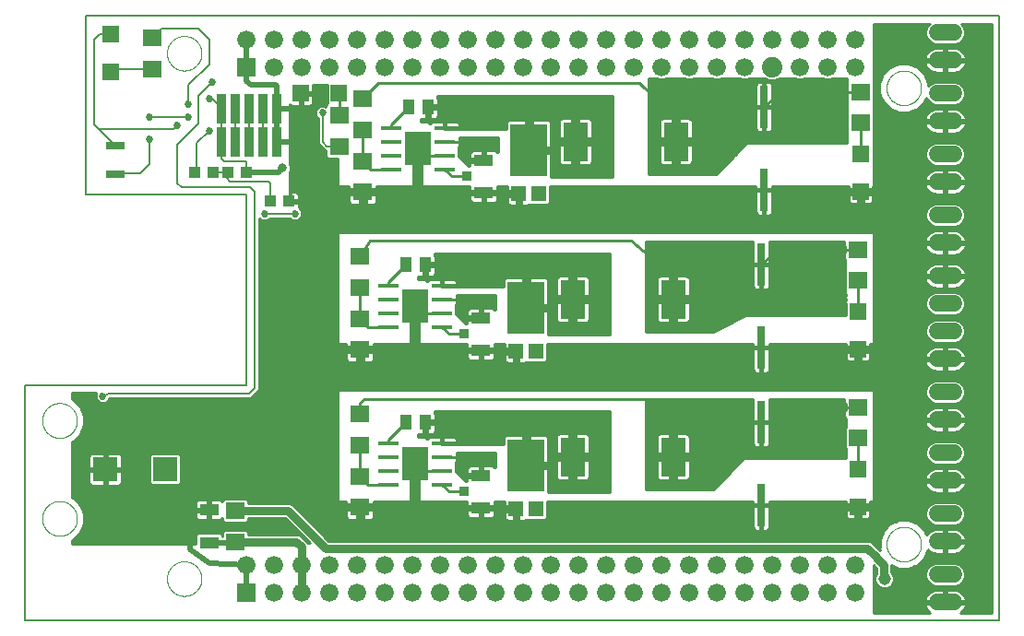
<source format=gtl>
G75*
%MOIN*%
%OFA0B0*%
%FSLAX25Y25*%
%IPPOS*%
%LPD*%
%AMOC8*
5,1,8,0,0,1.08239X$1,22.5*
%
%ADD10C,0.00500*%
%ADD11C,0.00000*%
%ADD12R,0.06600X0.06600*%
%ADD13C,0.06600*%
%ADD14C,0.07400*%
%ADD15R,0.07100X0.04400*%
%ADD16R,0.07098X0.06299*%
%ADD17R,0.04400X0.05700*%
%ADD18R,0.03100X0.15200*%
%ADD19R,0.05500X0.05500*%
%ADD20R,0.13200X0.19100*%
%ADD21R,0.05906X0.05906*%
%ADD22R,0.07800X0.01800*%
%ADD23R,0.09400X0.12200*%
%ADD24R,0.09055X0.14173*%
%ADD25C,0.06000*%
%ADD26R,0.08858X0.08858*%
%ADD27R,0.03937X0.04331*%
%ADD28R,0.04331X0.03937*%
%ADD29R,0.03500X0.10500*%
%ADD30R,0.06693X0.03150*%
%ADD31C,0.01600*%
%ADD32C,0.04000*%
%ADD33C,0.01000*%
%ADD34C,0.03562*%
%ADD35C,0.02000*%
%ADD36C,0.02700*%
%ADD37C,0.00800*%
%ADD38C,0.03000*%
%ADD39C,0.04500*%
%ADD40C,0.05906*%
%ADD41R,0.03562X0.03562*%
%ADD42C,0.03300*%
D10*
X0026831Y0007667D02*
X0026831Y0092667D01*
X0106831Y0092667D01*
X0106831Y0161667D01*
X0048831Y0161667D01*
X0048831Y0226167D01*
X0378831Y0226167D01*
X0378831Y0007667D01*
X0026831Y0007667D01*
D11*
X0078081Y0022667D02*
X0078083Y0022825D01*
X0078089Y0022982D01*
X0078099Y0023140D01*
X0078113Y0023297D01*
X0078131Y0023453D01*
X0078152Y0023610D01*
X0078178Y0023765D01*
X0078208Y0023920D01*
X0078241Y0024074D01*
X0078279Y0024227D01*
X0078320Y0024380D01*
X0078365Y0024531D01*
X0078414Y0024681D01*
X0078467Y0024829D01*
X0078523Y0024977D01*
X0078584Y0025122D01*
X0078647Y0025267D01*
X0078715Y0025409D01*
X0078786Y0025550D01*
X0078860Y0025689D01*
X0078938Y0025826D01*
X0079020Y0025961D01*
X0079104Y0026094D01*
X0079193Y0026225D01*
X0079284Y0026353D01*
X0079379Y0026480D01*
X0079476Y0026603D01*
X0079577Y0026725D01*
X0079681Y0026843D01*
X0079788Y0026959D01*
X0079898Y0027072D01*
X0080010Y0027183D01*
X0080126Y0027290D01*
X0080244Y0027395D01*
X0080364Y0027497D01*
X0080487Y0027595D01*
X0080613Y0027691D01*
X0080741Y0027783D01*
X0080871Y0027872D01*
X0081003Y0027958D01*
X0081138Y0028040D01*
X0081275Y0028119D01*
X0081413Y0028194D01*
X0081553Y0028266D01*
X0081696Y0028334D01*
X0081839Y0028399D01*
X0081985Y0028460D01*
X0082132Y0028517D01*
X0082280Y0028571D01*
X0082430Y0028621D01*
X0082580Y0028667D01*
X0082732Y0028709D01*
X0082885Y0028748D01*
X0083039Y0028782D01*
X0083194Y0028813D01*
X0083349Y0028839D01*
X0083505Y0028862D01*
X0083662Y0028881D01*
X0083819Y0028896D01*
X0083976Y0028907D01*
X0084134Y0028914D01*
X0084292Y0028917D01*
X0084449Y0028916D01*
X0084607Y0028911D01*
X0084764Y0028902D01*
X0084922Y0028889D01*
X0085078Y0028872D01*
X0085235Y0028851D01*
X0085390Y0028827D01*
X0085545Y0028798D01*
X0085700Y0028765D01*
X0085853Y0028729D01*
X0086006Y0028688D01*
X0086157Y0028644D01*
X0086307Y0028596D01*
X0086456Y0028545D01*
X0086604Y0028489D01*
X0086750Y0028430D01*
X0086895Y0028367D01*
X0087038Y0028300D01*
X0087179Y0028230D01*
X0087318Y0028157D01*
X0087456Y0028080D01*
X0087592Y0027999D01*
X0087725Y0027915D01*
X0087856Y0027828D01*
X0087985Y0027737D01*
X0088112Y0027643D01*
X0088237Y0027546D01*
X0088358Y0027446D01*
X0088478Y0027343D01*
X0088594Y0027237D01*
X0088708Y0027128D01*
X0088820Y0027016D01*
X0088928Y0026902D01*
X0089033Y0026784D01*
X0089136Y0026664D01*
X0089235Y0026542D01*
X0089331Y0026417D01*
X0089424Y0026289D01*
X0089514Y0026160D01*
X0089600Y0026028D01*
X0089684Y0025894D01*
X0089763Y0025758D01*
X0089840Y0025620D01*
X0089912Y0025480D01*
X0089981Y0025338D01*
X0090047Y0025195D01*
X0090109Y0025050D01*
X0090167Y0024903D01*
X0090222Y0024755D01*
X0090273Y0024606D01*
X0090320Y0024455D01*
X0090363Y0024304D01*
X0090402Y0024151D01*
X0090438Y0023997D01*
X0090469Y0023843D01*
X0090497Y0023688D01*
X0090521Y0023532D01*
X0090541Y0023375D01*
X0090557Y0023218D01*
X0090569Y0023061D01*
X0090577Y0022904D01*
X0090581Y0022746D01*
X0090581Y0022588D01*
X0090577Y0022430D01*
X0090569Y0022273D01*
X0090557Y0022116D01*
X0090541Y0021959D01*
X0090521Y0021802D01*
X0090497Y0021646D01*
X0090469Y0021491D01*
X0090438Y0021337D01*
X0090402Y0021183D01*
X0090363Y0021030D01*
X0090320Y0020879D01*
X0090273Y0020728D01*
X0090222Y0020579D01*
X0090167Y0020431D01*
X0090109Y0020284D01*
X0090047Y0020139D01*
X0089981Y0019996D01*
X0089912Y0019854D01*
X0089840Y0019714D01*
X0089763Y0019576D01*
X0089684Y0019440D01*
X0089600Y0019306D01*
X0089514Y0019174D01*
X0089424Y0019045D01*
X0089331Y0018917D01*
X0089235Y0018792D01*
X0089136Y0018670D01*
X0089033Y0018550D01*
X0088928Y0018432D01*
X0088820Y0018318D01*
X0088708Y0018206D01*
X0088594Y0018097D01*
X0088478Y0017991D01*
X0088358Y0017888D01*
X0088237Y0017788D01*
X0088112Y0017691D01*
X0087985Y0017597D01*
X0087856Y0017506D01*
X0087725Y0017419D01*
X0087592Y0017335D01*
X0087456Y0017254D01*
X0087318Y0017177D01*
X0087179Y0017104D01*
X0087038Y0017034D01*
X0086895Y0016967D01*
X0086750Y0016904D01*
X0086604Y0016845D01*
X0086456Y0016789D01*
X0086307Y0016738D01*
X0086157Y0016690D01*
X0086006Y0016646D01*
X0085853Y0016605D01*
X0085700Y0016569D01*
X0085545Y0016536D01*
X0085390Y0016507D01*
X0085235Y0016483D01*
X0085078Y0016462D01*
X0084922Y0016445D01*
X0084764Y0016432D01*
X0084607Y0016423D01*
X0084449Y0016418D01*
X0084292Y0016417D01*
X0084134Y0016420D01*
X0083976Y0016427D01*
X0083819Y0016438D01*
X0083662Y0016453D01*
X0083505Y0016472D01*
X0083349Y0016495D01*
X0083194Y0016521D01*
X0083039Y0016552D01*
X0082885Y0016586D01*
X0082732Y0016625D01*
X0082580Y0016667D01*
X0082430Y0016713D01*
X0082280Y0016763D01*
X0082132Y0016817D01*
X0081985Y0016874D01*
X0081839Y0016935D01*
X0081696Y0017000D01*
X0081553Y0017068D01*
X0081413Y0017140D01*
X0081275Y0017215D01*
X0081138Y0017294D01*
X0081003Y0017376D01*
X0080871Y0017462D01*
X0080741Y0017551D01*
X0080613Y0017643D01*
X0080487Y0017739D01*
X0080364Y0017837D01*
X0080244Y0017939D01*
X0080126Y0018044D01*
X0080010Y0018151D01*
X0079898Y0018262D01*
X0079788Y0018375D01*
X0079681Y0018491D01*
X0079577Y0018609D01*
X0079476Y0018731D01*
X0079379Y0018854D01*
X0079284Y0018981D01*
X0079193Y0019109D01*
X0079104Y0019240D01*
X0079020Y0019373D01*
X0078938Y0019508D01*
X0078860Y0019645D01*
X0078786Y0019784D01*
X0078715Y0019925D01*
X0078647Y0020067D01*
X0078584Y0020212D01*
X0078523Y0020357D01*
X0078467Y0020505D01*
X0078414Y0020653D01*
X0078365Y0020803D01*
X0078320Y0020954D01*
X0078279Y0021107D01*
X0078241Y0021260D01*
X0078208Y0021414D01*
X0078178Y0021569D01*
X0078152Y0021724D01*
X0078131Y0021881D01*
X0078113Y0022037D01*
X0078099Y0022194D01*
X0078089Y0022352D01*
X0078083Y0022509D01*
X0078081Y0022667D01*
X0032996Y0044450D02*
X0032998Y0044608D01*
X0033004Y0044766D01*
X0033014Y0044924D01*
X0033028Y0045082D01*
X0033046Y0045239D01*
X0033067Y0045396D01*
X0033093Y0045552D01*
X0033123Y0045708D01*
X0033156Y0045863D01*
X0033194Y0046016D01*
X0033235Y0046169D01*
X0033280Y0046321D01*
X0033329Y0046472D01*
X0033382Y0046621D01*
X0033438Y0046769D01*
X0033498Y0046915D01*
X0033562Y0047060D01*
X0033630Y0047203D01*
X0033701Y0047345D01*
X0033775Y0047485D01*
X0033853Y0047622D01*
X0033935Y0047758D01*
X0034019Y0047892D01*
X0034108Y0048023D01*
X0034199Y0048152D01*
X0034294Y0048279D01*
X0034391Y0048404D01*
X0034492Y0048526D01*
X0034596Y0048645D01*
X0034703Y0048762D01*
X0034813Y0048876D01*
X0034926Y0048987D01*
X0035041Y0049096D01*
X0035159Y0049201D01*
X0035280Y0049303D01*
X0035403Y0049403D01*
X0035529Y0049499D01*
X0035657Y0049592D01*
X0035787Y0049682D01*
X0035920Y0049768D01*
X0036055Y0049852D01*
X0036191Y0049931D01*
X0036330Y0050008D01*
X0036471Y0050080D01*
X0036613Y0050150D01*
X0036757Y0050215D01*
X0036903Y0050277D01*
X0037050Y0050335D01*
X0037199Y0050390D01*
X0037349Y0050441D01*
X0037500Y0050488D01*
X0037652Y0050531D01*
X0037805Y0050570D01*
X0037960Y0050606D01*
X0038115Y0050637D01*
X0038271Y0050665D01*
X0038427Y0050689D01*
X0038584Y0050709D01*
X0038742Y0050725D01*
X0038899Y0050737D01*
X0039058Y0050745D01*
X0039216Y0050749D01*
X0039374Y0050749D01*
X0039532Y0050745D01*
X0039691Y0050737D01*
X0039848Y0050725D01*
X0040006Y0050709D01*
X0040163Y0050689D01*
X0040319Y0050665D01*
X0040475Y0050637D01*
X0040630Y0050606D01*
X0040785Y0050570D01*
X0040938Y0050531D01*
X0041090Y0050488D01*
X0041241Y0050441D01*
X0041391Y0050390D01*
X0041540Y0050335D01*
X0041687Y0050277D01*
X0041833Y0050215D01*
X0041977Y0050150D01*
X0042119Y0050080D01*
X0042260Y0050008D01*
X0042399Y0049931D01*
X0042535Y0049852D01*
X0042670Y0049768D01*
X0042803Y0049682D01*
X0042933Y0049592D01*
X0043061Y0049499D01*
X0043187Y0049403D01*
X0043310Y0049303D01*
X0043431Y0049201D01*
X0043549Y0049096D01*
X0043664Y0048987D01*
X0043777Y0048876D01*
X0043887Y0048762D01*
X0043994Y0048645D01*
X0044098Y0048526D01*
X0044199Y0048404D01*
X0044296Y0048279D01*
X0044391Y0048152D01*
X0044482Y0048023D01*
X0044571Y0047892D01*
X0044655Y0047758D01*
X0044737Y0047622D01*
X0044815Y0047485D01*
X0044889Y0047345D01*
X0044960Y0047203D01*
X0045028Y0047060D01*
X0045092Y0046915D01*
X0045152Y0046769D01*
X0045208Y0046621D01*
X0045261Y0046472D01*
X0045310Y0046321D01*
X0045355Y0046169D01*
X0045396Y0046016D01*
X0045434Y0045863D01*
X0045467Y0045708D01*
X0045497Y0045552D01*
X0045523Y0045396D01*
X0045544Y0045239D01*
X0045562Y0045082D01*
X0045576Y0044924D01*
X0045586Y0044766D01*
X0045592Y0044608D01*
X0045594Y0044450D01*
X0045592Y0044292D01*
X0045586Y0044134D01*
X0045576Y0043976D01*
X0045562Y0043818D01*
X0045544Y0043661D01*
X0045523Y0043504D01*
X0045497Y0043348D01*
X0045467Y0043192D01*
X0045434Y0043037D01*
X0045396Y0042884D01*
X0045355Y0042731D01*
X0045310Y0042579D01*
X0045261Y0042428D01*
X0045208Y0042279D01*
X0045152Y0042131D01*
X0045092Y0041985D01*
X0045028Y0041840D01*
X0044960Y0041697D01*
X0044889Y0041555D01*
X0044815Y0041415D01*
X0044737Y0041278D01*
X0044655Y0041142D01*
X0044571Y0041008D01*
X0044482Y0040877D01*
X0044391Y0040748D01*
X0044296Y0040621D01*
X0044199Y0040496D01*
X0044098Y0040374D01*
X0043994Y0040255D01*
X0043887Y0040138D01*
X0043777Y0040024D01*
X0043664Y0039913D01*
X0043549Y0039804D01*
X0043431Y0039699D01*
X0043310Y0039597D01*
X0043187Y0039497D01*
X0043061Y0039401D01*
X0042933Y0039308D01*
X0042803Y0039218D01*
X0042670Y0039132D01*
X0042535Y0039048D01*
X0042399Y0038969D01*
X0042260Y0038892D01*
X0042119Y0038820D01*
X0041977Y0038750D01*
X0041833Y0038685D01*
X0041687Y0038623D01*
X0041540Y0038565D01*
X0041391Y0038510D01*
X0041241Y0038459D01*
X0041090Y0038412D01*
X0040938Y0038369D01*
X0040785Y0038330D01*
X0040630Y0038294D01*
X0040475Y0038263D01*
X0040319Y0038235D01*
X0040163Y0038211D01*
X0040006Y0038191D01*
X0039848Y0038175D01*
X0039691Y0038163D01*
X0039532Y0038155D01*
X0039374Y0038151D01*
X0039216Y0038151D01*
X0039058Y0038155D01*
X0038899Y0038163D01*
X0038742Y0038175D01*
X0038584Y0038191D01*
X0038427Y0038211D01*
X0038271Y0038235D01*
X0038115Y0038263D01*
X0037960Y0038294D01*
X0037805Y0038330D01*
X0037652Y0038369D01*
X0037500Y0038412D01*
X0037349Y0038459D01*
X0037199Y0038510D01*
X0037050Y0038565D01*
X0036903Y0038623D01*
X0036757Y0038685D01*
X0036613Y0038750D01*
X0036471Y0038820D01*
X0036330Y0038892D01*
X0036191Y0038969D01*
X0036055Y0039048D01*
X0035920Y0039132D01*
X0035787Y0039218D01*
X0035657Y0039308D01*
X0035529Y0039401D01*
X0035403Y0039497D01*
X0035280Y0039597D01*
X0035159Y0039699D01*
X0035041Y0039804D01*
X0034926Y0039913D01*
X0034813Y0040024D01*
X0034703Y0040138D01*
X0034596Y0040255D01*
X0034492Y0040374D01*
X0034391Y0040496D01*
X0034294Y0040621D01*
X0034199Y0040748D01*
X0034108Y0040877D01*
X0034019Y0041008D01*
X0033935Y0041142D01*
X0033853Y0041278D01*
X0033775Y0041415D01*
X0033701Y0041555D01*
X0033630Y0041697D01*
X0033562Y0041840D01*
X0033498Y0041985D01*
X0033438Y0042131D01*
X0033382Y0042279D01*
X0033329Y0042428D01*
X0033280Y0042579D01*
X0033235Y0042731D01*
X0033194Y0042884D01*
X0033156Y0043037D01*
X0033123Y0043192D01*
X0033093Y0043348D01*
X0033067Y0043504D01*
X0033046Y0043661D01*
X0033028Y0043818D01*
X0033014Y0043976D01*
X0033004Y0044134D01*
X0032998Y0044292D01*
X0032996Y0044450D01*
X0032996Y0079883D02*
X0032998Y0080041D01*
X0033004Y0080199D01*
X0033014Y0080357D01*
X0033028Y0080515D01*
X0033046Y0080672D01*
X0033067Y0080829D01*
X0033093Y0080985D01*
X0033123Y0081141D01*
X0033156Y0081296D01*
X0033194Y0081449D01*
X0033235Y0081602D01*
X0033280Y0081754D01*
X0033329Y0081905D01*
X0033382Y0082054D01*
X0033438Y0082202D01*
X0033498Y0082348D01*
X0033562Y0082493D01*
X0033630Y0082636D01*
X0033701Y0082778D01*
X0033775Y0082918D01*
X0033853Y0083055D01*
X0033935Y0083191D01*
X0034019Y0083325D01*
X0034108Y0083456D01*
X0034199Y0083585D01*
X0034294Y0083712D01*
X0034391Y0083837D01*
X0034492Y0083959D01*
X0034596Y0084078D01*
X0034703Y0084195D01*
X0034813Y0084309D01*
X0034926Y0084420D01*
X0035041Y0084529D01*
X0035159Y0084634D01*
X0035280Y0084736D01*
X0035403Y0084836D01*
X0035529Y0084932D01*
X0035657Y0085025D01*
X0035787Y0085115D01*
X0035920Y0085201D01*
X0036055Y0085285D01*
X0036191Y0085364D01*
X0036330Y0085441D01*
X0036471Y0085513D01*
X0036613Y0085583D01*
X0036757Y0085648D01*
X0036903Y0085710D01*
X0037050Y0085768D01*
X0037199Y0085823D01*
X0037349Y0085874D01*
X0037500Y0085921D01*
X0037652Y0085964D01*
X0037805Y0086003D01*
X0037960Y0086039D01*
X0038115Y0086070D01*
X0038271Y0086098D01*
X0038427Y0086122D01*
X0038584Y0086142D01*
X0038742Y0086158D01*
X0038899Y0086170D01*
X0039058Y0086178D01*
X0039216Y0086182D01*
X0039374Y0086182D01*
X0039532Y0086178D01*
X0039691Y0086170D01*
X0039848Y0086158D01*
X0040006Y0086142D01*
X0040163Y0086122D01*
X0040319Y0086098D01*
X0040475Y0086070D01*
X0040630Y0086039D01*
X0040785Y0086003D01*
X0040938Y0085964D01*
X0041090Y0085921D01*
X0041241Y0085874D01*
X0041391Y0085823D01*
X0041540Y0085768D01*
X0041687Y0085710D01*
X0041833Y0085648D01*
X0041977Y0085583D01*
X0042119Y0085513D01*
X0042260Y0085441D01*
X0042399Y0085364D01*
X0042535Y0085285D01*
X0042670Y0085201D01*
X0042803Y0085115D01*
X0042933Y0085025D01*
X0043061Y0084932D01*
X0043187Y0084836D01*
X0043310Y0084736D01*
X0043431Y0084634D01*
X0043549Y0084529D01*
X0043664Y0084420D01*
X0043777Y0084309D01*
X0043887Y0084195D01*
X0043994Y0084078D01*
X0044098Y0083959D01*
X0044199Y0083837D01*
X0044296Y0083712D01*
X0044391Y0083585D01*
X0044482Y0083456D01*
X0044571Y0083325D01*
X0044655Y0083191D01*
X0044737Y0083055D01*
X0044815Y0082918D01*
X0044889Y0082778D01*
X0044960Y0082636D01*
X0045028Y0082493D01*
X0045092Y0082348D01*
X0045152Y0082202D01*
X0045208Y0082054D01*
X0045261Y0081905D01*
X0045310Y0081754D01*
X0045355Y0081602D01*
X0045396Y0081449D01*
X0045434Y0081296D01*
X0045467Y0081141D01*
X0045497Y0080985D01*
X0045523Y0080829D01*
X0045544Y0080672D01*
X0045562Y0080515D01*
X0045576Y0080357D01*
X0045586Y0080199D01*
X0045592Y0080041D01*
X0045594Y0079883D01*
X0045592Y0079725D01*
X0045586Y0079567D01*
X0045576Y0079409D01*
X0045562Y0079251D01*
X0045544Y0079094D01*
X0045523Y0078937D01*
X0045497Y0078781D01*
X0045467Y0078625D01*
X0045434Y0078470D01*
X0045396Y0078317D01*
X0045355Y0078164D01*
X0045310Y0078012D01*
X0045261Y0077861D01*
X0045208Y0077712D01*
X0045152Y0077564D01*
X0045092Y0077418D01*
X0045028Y0077273D01*
X0044960Y0077130D01*
X0044889Y0076988D01*
X0044815Y0076848D01*
X0044737Y0076711D01*
X0044655Y0076575D01*
X0044571Y0076441D01*
X0044482Y0076310D01*
X0044391Y0076181D01*
X0044296Y0076054D01*
X0044199Y0075929D01*
X0044098Y0075807D01*
X0043994Y0075688D01*
X0043887Y0075571D01*
X0043777Y0075457D01*
X0043664Y0075346D01*
X0043549Y0075237D01*
X0043431Y0075132D01*
X0043310Y0075030D01*
X0043187Y0074930D01*
X0043061Y0074834D01*
X0042933Y0074741D01*
X0042803Y0074651D01*
X0042670Y0074565D01*
X0042535Y0074481D01*
X0042399Y0074402D01*
X0042260Y0074325D01*
X0042119Y0074253D01*
X0041977Y0074183D01*
X0041833Y0074118D01*
X0041687Y0074056D01*
X0041540Y0073998D01*
X0041391Y0073943D01*
X0041241Y0073892D01*
X0041090Y0073845D01*
X0040938Y0073802D01*
X0040785Y0073763D01*
X0040630Y0073727D01*
X0040475Y0073696D01*
X0040319Y0073668D01*
X0040163Y0073644D01*
X0040006Y0073624D01*
X0039848Y0073608D01*
X0039691Y0073596D01*
X0039532Y0073588D01*
X0039374Y0073584D01*
X0039216Y0073584D01*
X0039058Y0073588D01*
X0038899Y0073596D01*
X0038742Y0073608D01*
X0038584Y0073624D01*
X0038427Y0073644D01*
X0038271Y0073668D01*
X0038115Y0073696D01*
X0037960Y0073727D01*
X0037805Y0073763D01*
X0037652Y0073802D01*
X0037500Y0073845D01*
X0037349Y0073892D01*
X0037199Y0073943D01*
X0037050Y0073998D01*
X0036903Y0074056D01*
X0036757Y0074118D01*
X0036613Y0074183D01*
X0036471Y0074253D01*
X0036330Y0074325D01*
X0036191Y0074402D01*
X0036055Y0074481D01*
X0035920Y0074565D01*
X0035787Y0074651D01*
X0035657Y0074741D01*
X0035529Y0074834D01*
X0035403Y0074930D01*
X0035280Y0075030D01*
X0035159Y0075132D01*
X0035041Y0075237D01*
X0034926Y0075346D01*
X0034813Y0075457D01*
X0034703Y0075571D01*
X0034596Y0075688D01*
X0034492Y0075807D01*
X0034391Y0075929D01*
X0034294Y0076054D01*
X0034199Y0076181D01*
X0034108Y0076310D01*
X0034019Y0076441D01*
X0033935Y0076575D01*
X0033853Y0076711D01*
X0033775Y0076848D01*
X0033701Y0076988D01*
X0033630Y0077130D01*
X0033562Y0077273D01*
X0033498Y0077418D01*
X0033438Y0077564D01*
X0033382Y0077712D01*
X0033329Y0077861D01*
X0033280Y0078012D01*
X0033235Y0078164D01*
X0033194Y0078317D01*
X0033156Y0078470D01*
X0033123Y0078625D01*
X0033093Y0078781D01*
X0033067Y0078937D01*
X0033046Y0079094D01*
X0033028Y0079251D01*
X0033014Y0079409D01*
X0033004Y0079567D01*
X0032998Y0079725D01*
X0032996Y0079883D01*
X0078081Y0212667D02*
X0078083Y0212825D01*
X0078089Y0212982D01*
X0078099Y0213140D01*
X0078113Y0213297D01*
X0078131Y0213453D01*
X0078152Y0213610D01*
X0078178Y0213765D01*
X0078208Y0213920D01*
X0078241Y0214074D01*
X0078279Y0214227D01*
X0078320Y0214380D01*
X0078365Y0214531D01*
X0078414Y0214681D01*
X0078467Y0214829D01*
X0078523Y0214977D01*
X0078584Y0215122D01*
X0078647Y0215267D01*
X0078715Y0215409D01*
X0078786Y0215550D01*
X0078860Y0215689D01*
X0078938Y0215826D01*
X0079020Y0215961D01*
X0079104Y0216094D01*
X0079193Y0216225D01*
X0079284Y0216353D01*
X0079379Y0216480D01*
X0079476Y0216603D01*
X0079577Y0216725D01*
X0079681Y0216843D01*
X0079788Y0216959D01*
X0079898Y0217072D01*
X0080010Y0217183D01*
X0080126Y0217290D01*
X0080244Y0217395D01*
X0080364Y0217497D01*
X0080487Y0217595D01*
X0080613Y0217691D01*
X0080741Y0217783D01*
X0080871Y0217872D01*
X0081003Y0217958D01*
X0081138Y0218040D01*
X0081275Y0218119D01*
X0081413Y0218194D01*
X0081553Y0218266D01*
X0081696Y0218334D01*
X0081839Y0218399D01*
X0081985Y0218460D01*
X0082132Y0218517D01*
X0082280Y0218571D01*
X0082430Y0218621D01*
X0082580Y0218667D01*
X0082732Y0218709D01*
X0082885Y0218748D01*
X0083039Y0218782D01*
X0083194Y0218813D01*
X0083349Y0218839D01*
X0083505Y0218862D01*
X0083662Y0218881D01*
X0083819Y0218896D01*
X0083976Y0218907D01*
X0084134Y0218914D01*
X0084292Y0218917D01*
X0084449Y0218916D01*
X0084607Y0218911D01*
X0084764Y0218902D01*
X0084922Y0218889D01*
X0085078Y0218872D01*
X0085235Y0218851D01*
X0085390Y0218827D01*
X0085545Y0218798D01*
X0085700Y0218765D01*
X0085853Y0218729D01*
X0086006Y0218688D01*
X0086157Y0218644D01*
X0086307Y0218596D01*
X0086456Y0218545D01*
X0086604Y0218489D01*
X0086750Y0218430D01*
X0086895Y0218367D01*
X0087038Y0218300D01*
X0087179Y0218230D01*
X0087318Y0218157D01*
X0087456Y0218080D01*
X0087592Y0217999D01*
X0087725Y0217915D01*
X0087856Y0217828D01*
X0087985Y0217737D01*
X0088112Y0217643D01*
X0088237Y0217546D01*
X0088358Y0217446D01*
X0088478Y0217343D01*
X0088594Y0217237D01*
X0088708Y0217128D01*
X0088820Y0217016D01*
X0088928Y0216902D01*
X0089033Y0216784D01*
X0089136Y0216664D01*
X0089235Y0216542D01*
X0089331Y0216417D01*
X0089424Y0216289D01*
X0089514Y0216160D01*
X0089600Y0216028D01*
X0089684Y0215894D01*
X0089763Y0215758D01*
X0089840Y0215620D01*
X0089912Y0215480D01*
X0089981Y0215338D01*
X0090047Y0215195D01*
X0090109Y0215050D01*
X0090167Y0214903D01*
X0090222Y0214755D01*
X0090273Y0214606D01*
X0090320Y0214455D01*
X0090363Y0214304D01*
X0090402Y0214151D01*
X0090438Y0213997D01*
X0090469Y0213843D01*
X0090497Y0213688D01*
X0090521Y0213532D01*
X0090541Y0213375D01*
X0090557Y0213218D01*
X0090569Y0213061D01*
X0090577Y0212904D01*
X0090581Y0212746D01*
X0090581Y0212588D01*
X0090577Y0212430D01*
X0090569Y0212273D01*
X0090557Y0212116D01*
X0090541Y0211959D01*
X0090521Y0211802D01*
X0090497Y0211646D01*
X0090469Y0211491D01*
X0090438Y0211337D01*
X0090402Y0211183D01*
X0090363Y0211030D01*
X0090320Y0210879D01*
X0090273Y0210728D01*
X0090222Y0210579D01*
X0090167Y0210431D01*
X0090109Y0210284D01*
X0090047Y0210139D01*
X0089981Y0209996D01*
X0089912Y0209854D01*
X0089840Y0209714D01*
X0089763Y0209576D01*
X0089684Y0209440D01*
X0089600Y0209306D01*
X0089514Y0209174D01*
X0089424Y0209045D01*
X0089331Y0208917D01*
X0089235Y0208792D01*
X0089136Y0208670D01*
X0089033Y0208550D01*
X0088928Y0208432D01*
X0088820Y0208318D01*
X0088708Y0208206D01*
X0088594Y0208097D01*
X0088478Y0207991D01*
X0088358Y0207888D01*
X0088237Y0207788D01*
X0088112Y0207691D01*
X0087985Y0207597D01*
X0087856Y0207506D01*
X0087725Y0207419D01*
X0087592Y0207335D01*
X0087456Y0207254D01*
X0087318Y0207177D01*
X0087179Y0207104D01*
X0087038Y0207034D01*
X0086895Y0206967D01*
X0086750Y0206904D01*
X0086604Y0206845D01*
X0086456Y0206789D01*
X0086307Y0206738D01*
X0086157Y0206690D01*
X0086006Y0206646D01*
X0085853Y0206605D01*
X0085700Y0206569D01*
X0085545Y0206536D01*
X0085390Y0206507D01*
X0085235Y0206483D01*
X0085078Y0206462D01*
X0084922Y0206445D01*
X0084764Y0206432D01*
X0084607Y0206423D01*
X0084449Y0206418D01*
X0084292Y0206417D01*
X0084134Y0206420D01*
X0083976Y0206427D01*
X0083819Y0206438D01*
X0083662Y0206453D01*
X0083505Y0206472D01*
X0083349Y0206495D01*
X0083194Y0206521D01*
X0083039Y0206552D01*
X0082885Y0206586D01*
X0082732Y0206625D01*
X0082580Y0206667D01*
X0082430Y0206713D01*
X0082280Y0206763D01*
X0082132Y0206817D01*
X0081985Y0206874D01*
X0081839Y0206935D01*
X0081696Y0207000D01*
X0081553Y0207068D01*
X0081413Y0207140D01*
X0081275Y0207215D01*
X0081138Y0207294D01*
X0081003Y0207376D01*
X0080871Y0207462D01*
X0080741Y0207551D01*
X0080613Y0207643D01*
X0080487Y0207739D01*
X0080364Y0207837D01*
X0080244Y0207939D01*
X0080126Y0208044D01*
X0080010Y0208151D01*
X0079898Y0208262D01*
X0079788Y0208375D01*
X0079681Y0208491D01*
X0079577Y0208609D01*
X0079476Y0208731D01*
X0079379Y0208854D01*
X0079284Y0208981D01*
X0079193Y0209109D01*
X0079104Y0209240D01*
X0079020Y0209373D01*
X0078938Y0209508D01*
X0078860Y0209645D01*
X0078786Y0209784D01*
X0078715Y0209925D01*
X0078647Y0210067D01*
X0078584Y0210212D01*
X0078523Y0210357D01*
X0078467Y0210505D01*
X0078414Y0210653D01*
X0078365Y0210803D01*
X0078320Y0210954D01*
X0078279Y0211107D01*
X0078241Y0211260D01*
X0078208Y0211414D01*
X0078178Y0211569D01*
X0078152Y0211724D01*
X0078131Y0211881D01*
X0078113Y0212037D01*
X0078099Y0212194D01*
X0078089Y0212352D01*
X0078083Y0212509D01*
X0078081Y0212667D01*
X0338081Y0200167D02*
X0338083Y0200325D01*
X0338089Y0200482D01*
X0338099Y0200640D01*
X0338113Y0200797D01*
X0338131Y0200953D01*
X0338152Y0201110D01*
X0338178Y0201265D01*
X0338208Y0201420D01*
X0338241Y0201574D01*
X0338279Y0201727D01*
X0338320Y0201880D01*
X0338365Y0202031D01*
X0338414Y0202181D01*
X0338467Y0202329D01*
X0338523Y0202477D01*
X0338584Y0202622D01*
X0338647Y0202767D01*
X0338715Y0202909D01*
X0338786Y0203050D01*
X0338860Y0203189D01*
X0338938Y0203326D01*
X0339020Y0203461D01*
X0339104Y0203594D01*
X0339193Y0203725D01*
X0339284Y0203853D01*
X0339379Y0203980D01*
X0339476Y0204103D01*
X0339577Y0204225D01*
X0339681Y0204343D01*
X0339788Y0204459D01*
X0339898Y0204572D01*
X0340010Y0204683D01*
X0340126Y0204790D01*
X0340244Y0204895D01*
X0340364Y0204997D01*
X0340487Y0205095D01*
X0340613Y0205191D01*
X0340741Y0205283D01*
X0340871Y0205372D01*
X0341003Y0205458D01*
X0341138Y0205540D01*
X0341275Y0205619D01*
X0341413Y0205694D01*
X0341553Y0205766D01*
X0341696Y0205834D01*
X0341839Y0205899D01*
X0341985Y0205960D01*
X0342132Y0206017D01*
X0342280Y0206071D01*
X0342430Y0206121D01*
X0342580Y0206167D01*
X0342732Y0206209D01*
X0342885Y0206248D01*
X0343039Y0206282D01*
X0343194Y0206313D01*
X0343349Y0206339D01*
X0343505Y0206362D01*
X0343662Y0206381D01*
X0343819Y0206396D01*
X0343976Y0206407D01*
X0344134Y0206414D01*
X0344292Y0206417D01*
X0344449Y0206416D01*
X0344607Y0206411D01*
X0344764Y0206402D01*
X0344922Y0206389D01*
X0345078Y0206372D01*
X0345235Y0206351D01*
X0345390Y0206327D01*
X0345545Y0206298D01*
X0345700Y0206265D01*
X0345853Y0206229D01*
X0346006Y0206188D01*
X0346157Y0206144D01*
X0346307Y0206096D01*
X0346456Y0206045D01*
X0346604Y0205989D01*
X0346750Y0205930D01*
X0346895Y0205867D01*
X0347038Y0205800D01*
X0347179Y0205730D01*
X0347318Y0205657D01*
X0347456Y0205580D01*
X0347592Y0205499D01*
X0347725Y0205415D01*
X0347856Y0205328D01*
X0347985Y0205237D01*
X0348112Y0205143D01*
X0348237Y0205046D01*
X0348358Y0204946D01*
X0348478Y0204843D01*
X0348594Y0204737D01*
X0348708Y0204628D01*
X0348820Y0204516D01*
X0348928Y0204402D01*
X0349033Y0204284D01*
X0349136Y0204164D01*
X0349235Y0204042D01*
X0349331Y0203917D01*
X0349424Y0203789D01*
X0349514Y0203660D01*
X0349600Y0203528D01*
X0349684Y0203394D01*
X0349763Y0203258D01*
X0349840Y0203120D01*
X0349912Y0202980D01*
X0349981Y0202838D01*
X0350047Y0202695D01*
X0350109Y0202550D01*
X0350167Y0202403D01*
X0350222Y0202255D01*
X0350273Y0202106D01*
X0350320Y0201955D01*
X0350363Y0201804D01*
X0350402Y0201651D01*
X0350438Y0201497D01*
X0350469Y0201343D01*
X0350497Y0201188D01*
X0350521Y0201032D01*
X0350541Y0200875D01*
X0350557Y0200718D01*
X0350569Y0200561D01*
X0350577Y0200404D01*
X0350581Y0200246D01*
X0350581Y0200088D01*
X0350577Y0199930D01*
X0350569Y0199773D01*
X0350557Y0199616D01*
X0350541Y0199459D01*
X0350521Y0199302D01*
X0350497Y0199146D01*
X0350469Y0198991D01*
X0350438Y0198837D01*
X0350402Y0198683D01*
X0350363Y0198530D01*
X0350320Y0198379D01*
X0350273Y0198228D01*
X0350222Y0198079D01*
X0350167Y0197931D01*
X0350109Y0197784D01*
X0350047Y0197639D01*
X0349981Y0197496D01*
X0349912Y0197354D01*
X0349840Y0197214D01*
X0349763Y0197076D01*
X0349684Y0196940D01*
X0349600Y0196806D01*
X0349514Y0196674D01*
X0349424Y0196545D01*
X0349331Y0196417D01*
X0349235Y0196292D01*
X0349136Y0196170D01*
X0349033Y0196050D01*
X0348928Y0195932D01*
X0348820Y0195818D01*
X0348708Y0195706D01*
X0348594Y0195597D01*
X0348478Y0195491D01*
X0348358Y0195388D01*
X0348237Y0195288D01*
X0348112Y0195191D01*
X0347985Y0195097D01*
X0347856Y0195006D01*
X0347725Y0194919D01*
X0347592Y0194835D01*
X0347456Y0194754D01*
X0347318Y0194677D01*
X0347179Y0194604D01*
X0347038Y0194534D01*
X0346895Y0194467D01*
X0346750Y0194404D01*
X0346604Y0194345D01*
X0346456Y0194289D01*
X0346307Y0194238D01*
X0346157Y0194190D01*
X0346006Y0194146D01*
X0345853Y0194105D01*
X0345700Y0194069D01*
X0345545Y0194036D01*
X0345390Y0194007D01*
X0345235Y0193983D01*
X0345078Y0193962D01*
X0344922Y0193945D01*
X0344764Y0193932D01*
X0344607Y0193923D01*
X0344449Y0193918D01*
X0344292Y0193917D01*
X0344134Y0193920D01*
X0343976Y0193927D01*
X0343819Y0193938D01*
X0343662Y0193953D01*
X0343505Y0193972D01*
X0343349Y0193995D01*
X0343194Y0194021D01*
X0343039Y0194052D01*
X0342885Y0194086D01*
X0342732Y0194125D01*
X0342580Y0194167D01*
X0342430Y0194213D01*
X0342280Y0194263D01*
X0342132Y0194317D01*
X0341985Y0194374D01*
X0341839Y0194435D01*
X0341696Y0194500D01*
X0341553Y0194568D01*
X0341413Y0194640D01*
X0341275Y0194715D01*
X0341138Y0194794D01*
X0341003Y0194876D01*
X0340871Y0194962D01*
X0340741Y0195051D01*
X0340613Y0195143D01*
X0340487Y0195239D01*
X0340364Y0195337D01*
X0340244Y0195439D01*
X0340126Y0195544D01*
X0340010Y0195651D01*
X0339898Y0195762D01*
X0339788Y0195875D01*
X0339681Y0195991D01*
X0339577Y0196109D01*
X0339476Y0196231D01*
X0339379Y0196354D01*
X0339284Y0196481D01*
X0339193Y0196609D01*
X0339104Y0196740D01*
X0339020Y0196873D01*
X0338938Y0197008D01*
X0338860Y0197145D01*
X0338786Y0197284D01*
X0338715Y0197425D01*
X0338647Y0197567D01*
X0338584Y0197712D01*
X0338523Y0197857D01*
X0338467Y0198005D01*
X0338414Y0198153D01*
X0338365Y0198303D01*
X0338320Y0198454D01*
X0338279Y0198607D01*
X0338241Y0198760D01*
X0338208Y0198914D01*
X0338178Y0199069D01*
X0338152Y0199224D01*
X0338131Y0199381D01*
X0338113Y0199537D01*
X0338099Y0199694D01*
X0338089Y0199852D01*
X0338083Y0200009D01*
X0338081Y0200167D01*
X0338081Y0035167D02*
X0338083Y0035325D01*
X0338089Y0035482D01*
X0338099Y0035640D01*
X0338113Y0035797D01*
X0338131Y0035953D01*
X0338152Y0036110D01*
X0338178Y0036265D01*
X0338208Y0036420D01*
X0338241Y0036574D01*
X0338279Y0036727D01*
X0338320Y0036880D01*
X0338365Y0037031D01*
X0338414Y0037181D01*
X0338467Y0037329D01*
X0338523Y0037477D01*
X0338584Y0037622D01*
X0338647Y0037767D01*
X0338715Y0037909D01*
X0338786Y0038050D01*
X0338860Y0038189D01*
X0338938Y0038326D01*
X0339020Y0038461D01*
X0339104Y0038594D01*
X0339193Y0038725D01*
X0339284Y0038853D01*
X0339379Y0038980D01*
X0339476Y0039103D01*
X0339577Y0039225D01*
X0339681Y0039343D01*
X0339788Y0039459D01*
X0339898Y0039572D01*
X0340010Y0039683D01*
X0340126Y0039790D01*
X0340244Y0039895D01*
X0340364Y0039997D01*
X0340487Y0040095D01*
X0340613Y0040191D01*
X0340741Y0040283D01*
X0340871Y0040372D01*
X0341003Y0040458D01*
X0341138Y0040540D01*
X0341275Y0040619D01*
X0341413Y0040694D01*
X0341553Y0040766D01*
X0341696Y0040834D01*
X0341839Y0040899D01*
X0341985Y0040960D01*
X0342132Y0041017D01*
X0342280Y0041071D01*
X0342430Y0041121D01*
X0342580Y0041167D01*
X0342732Y0041209D01*
X0342885Y0041248D01*
X0343039Y0041282D01*
X0343194Y0041313D01*
X0343349Y0041339D01*
X0343505Y0041362D01*
X0343662Y0041381D01*
X0343819Y0041396D01*
X0343976Y0041407D01*
X0344134Y0041414D01*
X0344292Y0041417D01*
X0344449Y0041416D01*
X0344607Y0041411D01*
X0344764Y0041402D01*
X0344922Y0041389D01*
X0345078Y0041372D01*
X0345235Y0041351D01*
X0345390Y0041327D01*
X0345545Y0041298D01*
X0345700Y0041265D01*
X0345853Y0041229D01*
X0346006Y0041188D01*
X0346157Y0041144D01*
X0346307Y0041096D01*
X0346456Y0041045D01*
X0346604Y0040989D01*
X0346750Y0040930D01*
X0346895Y0040867D01*
X0347038Y0040800D01*
X0347179Y0040730D01*
X0347318Y0040657D01*
X0347456Y0040580D01*
X0347592Y0040499D01*
X0347725Y0040415D01*
X0347856Y0040328D01*
X0347985Y0040237D01*
X0348112Y0040143D01*
X0348237Y0040046D01*
X0348358Y0039946D01*
X0348478Y0039843D01*
X0348594Y0039737D01*
X0348708Y0039628D01*
X0348820Y0039516D01*
X0348928Y0039402D01*
X0349033Y0039284D01*
X0349136Y0039164D01*
X0349235Y0039042D01*
X0349331Y0038917D01*
X0349424Y0038789D01*
X0349514Y0038660D01*
X0349600Y0038528D01*
X0349684Y0038394D01*
X0349763Y0038258D01*
X0349840Y0038120D01*
X0349912Y0037980D01*
X0349981Y0037838D01*
X0350047Y0037695D01*
X0350109Y0037550D01*
X0350167Y0037403D01*
X0350222Y0037255D01*
X0350273Y0037106D01*
X0350320Y0036955D01*
X0350363Y0036804D01*
X0350402Y0036651D01*
X0350438Y0036497D01*
X0350469Y0036343D01*
X0350497Y0036188D01*
X0350521Y0036032D01*
X0350541Y0035875D01*
X0350557Y0035718D01*
X0350569Y0035561D01*
X0350577Y0035404D01*
X0350581Y0035246D01*
X0350581Y0035088D01*
X0350577Y0034930D01*
X0350569Y0034773D01*
X0350557Y0034616D01*
X0350541Y0034459D01*
X0350521Y0034302D01*
X0350497Y0034146D01*
X0350469Y0033991D01*
X0350438Y0033837D01*
X0350402Y0033683D01*
X0350363Y0033530D01*
X0350320Y0033379D01*
X0350273Y0033228D01*
X0350222Y0033079D01*
X0350167Y0032931D01*
X0350109Y0032784D01*
X0350047Y0032639D01*
X0349981Y0032496D01*
X0349912Y0032354D01*
X0349840Y0032214D01*
X0349763Y0032076D01*
X0349684Y0031940D01*
X0349600Y0031806D01*
X0349514Y0031674D01*
X0349424Y0031545D01*
X0349331Y0031417D01*
X0349235Y0031292D01*
X0349136Y0031170D01*
X0349033Y0031050D01*
X0348928Y0030932D01*
X0348820Y0030818D01*
X0348708Y0030706D01*
X0348594Y0030597D01*
X0348478Y0030491D01*
X0348358Y0030388D01*
X0348237Y0030288D01*
X0348112Y0030191D01*
X0347985Y0030097D01*
X0347856Y0030006D01*
X0347725Y0029919D01*
X0347592Y0029835D01*
X0347456Y0029754D01*
X0347318Y0029677D01*
X0347179Y0029604D01*
X0347038Y0029534D01*
X0346895Y0029467D01*
X0346750Y0029404D01*
X0346604Y0029345D01*
X0346456Y0029289D01*
X0346307Y0029238D01*
X0346157Y0029190D01*
X0346006Y0029146D01*
X0345853Y0029105D01*
X0345700Y0029069D01*
X0345545Y0029036D01*
X0345390Y0029007D01*
X0345235Y0028983D01*
X0345078Y0028962D01*
X0344922Y0028945D01*
X0344764Y0028932D01*
X0344607Y0028923D01*
X0344449Y0028918D01*
X0344292Y0028917D01*
X0344134Y0028920D01*
X0343976Y0028927D01*
X0343819Y0028938D01*
X0343662Y0028953D01*
X0343505Y0028972D01*
X0343349Y0028995D01*
X0343194Y0029021D01*
X0343039Y0029052D01*
X0342885Y0029086D01*
X0342732Y0029125D01*
X0342580Y0029167D01*
X0342430Y0029213D01*
X0342280Y0029263D01*
X0342132Y0029317D01*
X0341985Y0029374D01*
X0341839Y0029435D01*
X0341696Y0029500D01*
X0341553Y0029568D01*
X0341413Y0029640D01*
X0341275Y0029715D01*
X0341138Y0029794D01*
X0341003Y0029876D01*
X0340871Y0029962D01*
X0340741Y0030051D01*
X0340613Y0030143D01*
X0340487Y0030239D01*
X0340364Y0030337D01*
X0340244Y0030439D01*
X0340126Y0030544D01*
X0340010Y0030651D01*
X0339898Y0030762D01*
X0339788Y0030875D01*
X0339681Y0030991D01*
X0339577Y0031109D01*
X0339476Y0031231D01*
X0339379Y0031354D01*
X0339284Y0031481D01*
X0339193Y0031609D01*
X0339104Y0031740D01*
X0339020Y0031873D01*
X0338938Y0032008D01*
X0338860Y0032145D01*
X0338786Y0032284D01*
X0338715Y0032425D01*
X0338647Y0032567D01*
X0338584Y0032712D01*
X0338523Y0032857D01*
X0338467Y0033005D01*
X0338414Y0033153D01*
X0338365Y0033303D01*
X0338320Y0033454D01*
X0338279Y0033607D01*
X0338241Y0033760D01*
X0338208Y0033914D01*
X0338178Y0034069D01*
X0338152Y0034224D01*
X0338131Y0034381D01*
X0338113Y0034537D01*
X0338099Y0034694D01*
X0338089Y0034852D01*
X0338083Y0035009D01*
X0338081Y0035167D01*
D12*
X0106831Y0017667D03*
X0106831Y0207667D03*
D13*
X0116831Y0207667D03*
X0126831Y0207667D03*
X0136831Y0207667D03*
X0146831Y0207667D03*
X0156831Y0207667D03*
X0166831Y0207667D03*
X0176831Y0207667D03*
X0186831Y0207667D03*
X0196831Y0207667D03*
X0206831Y0207667D03*
X0216831Y0207667D03*
X0226831Y0207667D03*
X0236831Y0207667D03*
X0246831Y0207667D03*
X0256831Y0207667D03*
X0266831Y0207667D03*
X0276831Y0207667D03*
X0286831Y0207667D03*
X0286831Y0217667D03*
X0296831Y0217667D03*
X0306831Y0217667D03*
X0316831Y0217667D03*
X0326831Y0217667D03*
X0326831Y0207667D03*
X0316831Y0207667D03*
X0306831Y0207667D03*
X0276831Y0217667D03*
X0266831Y0217667D03*
X0256831Y0217667D03*
X0246831Y0217667D03*
X0236831Y0217667D03*
X0226831Y0217667D03*
X0216831Y0217667D03*
X0206831Y0217667D03*
X0196831Y0217667D03*
X0186831Y0217667D03*
X0176831Y0217667D03*
X0166831Y0217667D03*
X0156831Y0217667D03*
X0146831Y0217667D03*
X0136831Y0217667D03*
X0126831Y0217667D03*
X0116831Y0217667D03*
X0106831Y0217667D03*
X0106831Y0027667D03*
X0116831Y0027667D03*
X0126831Y0027667D03*
X0136831Y0027667D03*
X0146831Y0027667D03*
X0156831Y0027667D03*
X0166831Y0027667D03*
X0176831Y0027667D03*
X0186831Y0027667D03*
X0196831Y0027667D03*
X0206831Y0027667D03*
X0216831Y0027667D03*
X0226831Y0027667D03*
X0236831Y0027667D03*
X0246831Y0027667D03*
X0256831Y0027667D03*
X0266831Y0027667D03*
X0276831Y0027667D03*
X0286831Y0027667D03*
X0296831Y0027667D03*
X0306831Y0027667D03*
X0316831Y0027667D03*
X0326831Y0027667D03*
X0326831Y0017667D03*
X0316831Y0017667D03*
X0306831Y0017667D03*
X0296831Y0017667D03*
X0286831Y0017667D03*
X0276831Y0017667D03*
X0266831Y0017667D03*
X0256831Y0017667D03*
X0246831Y0017667D03*
X0236831Y0017667D03*
X0226831Y0017667D03*
X0216831Y0017667D03*
X0206831Y0017667D03*
X0196831Y0017667D03*
X0186831Y0017667D03*
X0176831Y0017667D03*
X0166831Y0017667D03*
X0156831Y0017667D03*
X0146831Y0017667D03*
X0136831Y0017667D03*
X0126831Y0017667D03*
X0116831Y0017667D03*
D14*
X0296831Y0207667D03*
D15*
X0192581Y0174067D03*
X0192581Y0162267D03*
X0191581Y0117067D03*
X0191581Y0105267D03*
X0191581Y0060067D03*
X0191581Y0048267D03*
X0093331Y0047567D03*
X0093331Y0035767D03*
D16*
X0102831Y0036068D03*
X0102831Y0047265D03*
X0147831Y0048568D03*
X0147831Y0059765D03*
X0147831Y0071068D03*
X0147831Y0082265D03*
X0147831Y0105568D03*
X0147831Y0116765D03*
X0147831Y0128068D03*
X0147831Y0139265D03*
X0148831Y0162568D03*
X0148831Y0173765D03*
X0140331Y0179068D03*
X0148831Y0185068D03*
X0140331Y0190265D03*
X0148831Y0196265D03*
X0072831Y0207068D03*
X0072831Y0218265D03*
X0328831Y0198765D03*
X0328831Y0187568D03*
X0327831Y0141765D03*
X0327831Y0130568D03*
X0327831Y0084765D03*
X0327831Y0073568D03*
D17*
X0171381Y0079167D03*
X0164281Y0079167D03*
X0164281Y0136167D03*
X0171381Y0136167D03*
X0172381Y0193167D03*
X0165281Y0193167D03*
D18*
X0293831Y0193217D03*
X0293831Y0163117D03*
X0292831Y0136217D03*
X0292831Y0106117D03*
X0292831Y0079217D03*
X0292831Y0049117D03*
D19*
X0211453Y0047917D03*
X0204209Y0047917D03*
X0204209Y0104917D03*
X0211453Y0104917D03*
X0212453Y0161917D03*
X0205209Y0161917D03*
D20*
X0208831Y0177617D03*
X0207831Y0120617D03*
X0207831Y0063617D03*
D21*
X0327831Y0062306D03*
X0327831Y0048527D03*
X0327831Y0105527D03*
X0327831Y0119306D03*
X0328831Y0162527D03*
X0328831Y0176306D03*
X0140220Y0198167D03*
X0126441Y0198167D03*
X0057831Y0205777D03*
X0057831Y0219556D03*
D22*
X0159131Y0185667D03*
X0159131Y0180667D03*
X0159131Y0175667D03*
X0159131Y0170667D03*
X0178531Y0170667D03*
X0178531Y0175667D03*
X0178531Y0180667D03*
X0178531Y0185667D03*
X0177531Y0128667D03*
X0177531Y0123667D03*
X0177531Y0118667D03*
X0177531Y0113667D03*
X0158131Y0113667D03*
X0158131Y0118667D03*
X0158131Y0123667D03*
X0158131Y0128667D03*
X0158131Y0071667D03*
X0158131Y0066667D03*
X0158131Y0061667D03*
X0158131Y0056667D03*
X0177531Y0056667D03*
X0177531Y0061667D03*
X0177531Y0066667D03*
X0177531Y0071667D03*
D23*
X0167831Y0064167D03*
X0167831Y0121167D03*
X0168831Y0178167D03*
D24*
X0225720Y0180667D03*
X0261941Y0180667D03*
X0260941Y0123667D03*
X0224720Y0123667D03*
X0224720Y0066667D03*
X0260941Y0066667D03*
D25*
X0356331Y0068167D02*
X0362331Y0068167D01*
X0362331Y0058167D02*
X0356331Y0058167D01*
X0356331Y0046167D02*
X0362331Y0046167D01*
X0362331Y0036167D02*
X0356331Y0036167D01*
X0356331Y0024167D02*
X0362331Y0024167D01*
X0362331Y0014167D02*
X0356331Y0014167D01*
X0356331Y0080167D02*
X0362331Y0080167D01*
X0362331Y0090167D02*
X0356331Y0090167D01*
X0356331Y0102167D02*
X0362331Y0102167D01*
X0362331Y0112167D02*
X0356331Y0112167D01*
X0356331Y0122167D02*
X0362331Y0122167D01*
X0362331Y0132167D02*
X0356331Y0132167D01*
X0356331Y0144167D02*
X0362331Y0144167D01*
X0362331Y0154167D02*
X0356331Y0154167D01*
X0356331Y0166167D02*
X0362331Y0166167D01*
X0362331Y0176167D02*
X0356331Y0176167D01*
X0356331Y0188167D02*
X0362331Y0188167D01*
X0362331Y0198167D02*
X0356331Y0198167D01*
X0356331Y0210167D02*
X0362331Y0210167D01*
X0362331Y0220167D02*
X0356331Y0220167D01*
D26*
X0077484Y0062167D03*
X0055831Y0062167D03*
D27*
X0087984Y0169667D03*
X0094677Y0169667D03*
X0099984Y0169667D03*
X0106677Y0169667D03*
D28*
X0115484Y0159167D03*
X0122177Y0159167D03*
D29*
X0117831Y0180667D03*
X0112831Y0180667D03*
X0107831Y0180667D03*
X0102831Y0180667D03*
X0097831Y0180667D03*
X0097831Y0192667D03*
X0102831Y0192667D03*
X0107831Y0192667D03*
X0112831Y0192667D03*
X0117831Y0192667D03*
D30*
X0059331Y0179285D03*
X0059331Y0169049D03*
D31*
X0140081Y0164417D02*
X0140081Y0148167D01*
X0343831Y0148167D01*
X0343831Y0164417D01*
X0333583Y0164417D01*
X0333583Y0163203D01*
X0329507Y0163203D01*
X0329507Y0161850D01*
X0329507Y0157774D01*
X0332020Y0157774D01*
X0332478Y0157897D01*
X0332889Y0158134D01*
X0333224Y0158469D01*
X0333461Y0158879D01*
X0333583Y0159337D01*
X0333583Y0161850D01*
X0329507Y0161850D01*
X0328154Y0161850D01*
X0328154Y0157774D01*
X0325641Y0157774D01*
X0325183Y0157897D01*
X0324773Y0158134D01*
X0324438Y0158469D01*
X0324201Y0158879D01*
X0324078Y0159337D01*
X0324078Y0161850D01*
X0328154Y0161850D01*
X0328154Y0163203D01*
X0324078Y0163203D01*
X0324078Y0164417D01*
X0297181Y0164417D01*
X0297181Y0163117D01*
X0293831Y0163117D01*
X0293831Y0163117D01*
X0297181Y0163117D01*
X0297181Y0155280D01*
X0297058Y0154822D01*
X0296821Y0154411D01*
X0296486Y0154076D01*
X0296075Y0153839D01*
X0295618Y0153717D01*
X0293831Y0153717D01*
X0293831Y0163117D01*
X0293831Y0163117D01*
X0290481Y0163117D01*
X0290481Y0164417D01*
X0216703Y0164417D01*
X0216703Y0158545D01*
X0215824Y0157667D01*
X0209081Y0157667D01*
X0209037Y0157711D01*
X0208653Y0157489D01*
X0208196Y0157367D01*
X0205784Y0157367D01*
X0205784Y0161342D01*
X0204634Y0161342D01*
X0204634Y0157367D01*
X0202222Y0157367D01*
X0201764Y0157489D01*
X0201353Y0157726D01*
X0201018Y0158061D01*
X0200781Y0158472D01*
X0200659Y0158930D01*
X0200659Y0161342D01*
X0204634Y0161342D01*
X0204634Y0162492D01*
X0200659Y0162492D01*
X0200659Y0164417D01*
X0197931Y0164417D01*
X0197931Y0162567D01*
X0192881Y0162567D01*
X0192881Y0161967D01*
X0197931Y0161967D01*
X0197931Y0159830D01*
X0197808Y0159372D01*
X0197571Y0158961D01*
X0197236Y0158626D01*
X0196825Y0158389D01*
X0196368Y0158267D01*
X0192881Y0158267D01*
X0192881Y0161967D01*
X0192281Y0161967D01*
X0192281Y0158267D01*
X0188794Y0158267D01*
X0188336Y0158389D01*
X0187925Y0158626D01*
X0187590Y0158961D01*
X0187353Y0159372D01*
X0187231Y0159830D01*
X0187231Y0161967D01*
X0192281Y0161967D01*
X0192281Y0162567D01*
X0187231Y0162567D01*
X0187231Y0164417D01*
X0154180Y0164417D01*
X0154180Y0163343D01*
X0149606Y0163343D01*
X0149606Y0161793D01*
X0154180Y0161793D01*
X0154180Y0159182D01*
X0154057Y0158724D01*
X0153820Y0158313D01*
X0153485Y0157978D01*
X0153075Y0157741D01*
X0152617Y0157619D01*
X0149606Y0157619D01*
X0149606Y0161793D01*
X0148056Y0161793D01*
X0148056Y0157619D01*
X0145045Y0157619D01*
X0144587Y0157741D01*
X0144176Y0157978D01*
X0143841Y0158313D01*
X0143604Y0158724D01*
X0143481Y0159182D01*
X0143481Y0161793D01*
X0148056Y0161793D01*
X0148056Y0163343D01*
X0143481Y0163343D01*
X0143481Y0164417D01*
X0140081Y0164417D01*
X0140081Y0163624D02*
X0143481Y0163624D01*
X0143481Y0160427D02*
X0140081Y0160427D01*
X0140081Y0162025D02*
X0148056Y0162025D01*
X0149606Y0162025D02*
X0192281Y0162025D01*
X0192881Y0162025D02*
X0204634Y0162025D01*
X0204634Y0160427D02*
X0205784Y0160427D01*
X0205784Y0158828D02*
X0204634Y0158828D01*
X0200686Y0158828D02*
X0197438Y0158828D01*
X0197931Y0160427D02*
X0200659Y0160427D01*
X0200659Y0163624D02*
X0197931Y0163624D01*
X0192881Y0160427D02*
X0192281Y0160427D01*
X0192281Y0158828D02*
X0192881Y0158828D01*
X0187724Y0158828D02*
X0154085Y0158828D01*
X0154180Y0160427D02*
X0187231Y0160427D01*
X0187231Y0163624D02*
X0154180Y0163624D01*
X0149606Y0160427D02*
X0148056Y0160427D01*
X0148056Y0158828D02*
X0149606Y0158828D01*
X0143576Y0158828D02*
X0140081Y0158828D01*
X0140081Y0157230D02*
X0290481Y0157230D01*
X0290481Y0158828D02*
X0216703Y0158828D01*
X0216703Y0160427D02*
X0290481Y0160427D01*
X0290481Y0162025D02*
X0216703Y0162025D01*
X0216703Y0163624D02*
X0290481Y0163624D01*
X0290481Y0163117D02*
X0290481Y0155280D01*
X0290603Y0154822D01*
X0290840Y0154411D01*
X0291175Y0154076D01*
X0291586Y0153839D01*
X0292044Y0153717D01*
X0293831Y0153717D01*
X0293831Y0163117D01*
X0293831Y0163117D01*
X0290481Y0163117D01*
X0293831Y0162025D02*
X0293831Y0162025D01*
X0293831Y0160427D02*
X0293831Y0160427D01*
X0293831Y0158828D02*
X0293831Y0158828D01*
X0293831Y0157230D02*
X0293831Y0157230D01*
X0293831Y0155631D02*
X0293831Y0155631D01*
X0293831Y0154033D02*
X0293831Y0154033D01*
X0296410Y0154033D02*
X0343831Y0154033D01*
X0343831Y0155631D02*
X0297181Y0155631D01*
X0297181Y0157230D02*
X0343831Y0157230D01*
X0343831Y0158828D02*
X0333431Y0158828D01*
X0333583Y0160427D02*
X0343831Y0160427D01*
X0343831Y0162025D02*
X0329507Y0162025D01*
X0328154Y0162025D02*
X0297181Y0162025D01*
X0297181Y0160427D02*
X0324078Y0160427D01*
X0324230Y0158828D02*
X0297181Y0158828D01*
X0290481Y0155631D02*
X0140081Y0155631D01*
X0140081Y0154033D02*
X0291251Y0154033D01*
X0289511Y0144167D02*
X0289481Y0144054D01*
X0289481Y0136217D01*
X0292831Y0136217D01*
X0296181Y0136217D01*
X0296181Y0144054D01*
X0296150Y0144167D01*
X0322481Y0144167D01*
X0322481Y0142540D01*
X0322612Y0142540D01*
X0322642Y0140990D01*
X0322481Y0140990D01*
X0322481Y0138378D01*
X0322604Y0137921D01*
X0322704Y0137748D01*
X0322781Y0133725D01*
X0322781Y0126797D01*
X0322917Y0126661D01*
X0323081Y0118167D01*
X0287081Y0118167D01*
X0275331Y0112417D01*
X0251581Y0112417D01*
X0251581Y0144167D01*
X0289511Y0144167D01*
X0289481Y0142843D02*
X0251581Y0142843D01*
X0251581Y0141245D02*
X0289481Y0141245D01*
X0289481Y0139646D02*
X0251581Y0139646D01*
X0251581Y0138048D02*
X0289481Y0138048D01*
X0289481Y0136449D02*
X0251581Y0136449D01*
X0251581Y0134851D02*
X0289481Y0134851D01*
X0289481Y0136217D02*
X0289481Y0128380D01*
X0289603Y0127922D01*
X0289840Y0127511D01*
X0290175Y0127176D01*
X0290586Y0126939D01*
X0291044Y0126817D01*
X0292831Y0126817D01*
X0294618Y0126817D01*
X0295075Y0126939D01*
X0295486Y0127176D01*
X0295821Y0127511D01*
X0296058Y0127922D01*
X0296181Y0128380D01*
X0296181Y0136217D01*
X0292831Y0136217D01*
X0292831Y0136217D01*
X0292831Y0136217D01*
X0292831Y0126817D01*
X0292831Y0136217D01*
X0292831Y0136217D01*
X0289481Y0136217D01*
X0289481Y0133252D02*
X0251581Y0133252D01*
X0251581Y0131654D02*
X0254855Y0131654D01*
X0254973Y0131858D02*
X0254736Y0131448D01*
X0254613Y0130990D01*
X0254613Y0124467D01*
X0260141Y0124467D01*
X0260141Y0132553D01*
X0256176Y0132553D01*
X0255719Y0132431D01*
X0255308Y0132194D01*
X0254973Y0131858D01*
X0254613Y0130055D02*
X0251581Y0130055D01*
X0251581Y0128456D02*
X0254613Y0128456D01*
X0254613Y0126858D02*
X0251581Y0126858D01*
X0251581Y0125259D02*
X0254613Y0125259D01*
X0254613Y0122867D02*
X0254613Y0116343D01*
X0254736Y0115885D01*
X0254973Y0115475D01*
X0255308Y0115140D01*
X0255719Y0114903D01*
X0256176Y0114780D01*
X0260141Y0114780D01*
X0260141Y0122867D01*
X0254613Y0122867D01*
X0254613Y0122062D02*
X0251581Y0122062D01*
X0251581Y0120464D02*
X0254613Y0120464D01*
X0254613Y0118865D02*
X0251581Y0118865D01*
X0251581Y0117267D02*
X0254613Y0117267D01*
X0254861Y0115668D02*
X0251581Y0115668D01*
X0251581Y0114070D02*
X0278709Y0114070D01*
X0275443Y0112471D02*
X0251581Y0112471D01*
X0260141Y0115668D02*
X0261741Y0115668D01*
X0261741Y0114780D02*
X0265705Y0114780D01*
X0266163Y0114903D01*
X0266574Y0115140D01*
X0266909Y0115475D01*
X0267146Y0115885D01*
X0267268Y0116343D01*
X0267268Y0122867D01*
X0261741Y0122867D01*
X0261741Y0124467D01*
X0260141Y0124467D01*
X0260141Y0122867D01*
X0261741Y0122867D01*
X0261741Y0114780D01*
X0261741Y0117267D02*
X0260141Y0117267D01*
X0260141Y0118865D02*
X0261741Y0118865D01*
X0261741Y0120464D02*
X0260141Y0120464D01*
X0260141Y0122062D02*
X0261741Y0122062D01*
X0261741Y0123661D02*
X0322975Y0123661D01*
X0322944Y0125259D02*
X0267268Y0125259D01*
X0267268Y0124467D02*
X0261741Y0124467D01*
X0261741Y0132553D01*
X0265705Y0132553D01*
X0266163Y0132431D01*
X0266574Y0132194D01*
X0266909Y0131858D01*
X0267146Y0131448D01*
X0267268Y0130990D01*
X0267268Y0124467D01*
X0267268Y0126858D02*
X0290889Y0126858D01*
X0292831Y0126858D02*
X0292831Y0126858D01*
X0292831Y0128456D02*
X0292831Y0128456D01*
X0292831Y0130055D02*
X0292831Y0130055D01*
X0292831Y0131654D02*
X0292831Y0131654D01*
X0292831Y0133252D02*
X0292831Y0133252D01*
X0292831Y0134851D02*
X0292831Y0134851D01*
X0296181Y0134851D02*
X0322760Y0134851D01*
X0322729Y0136449D02*
X0296181Y0136449D01*
X0296181Y0138048D02*
X0322570Y0138048D01*
X0322481Y0139646D02*
X0296181Y0139646D01*
X0296181Y0141245D02*
X0322637Y0141245D01*
X0322481Y0142843D02*
X0296181Y0142843D01*
X0296181Y0133252D02*
X0322781Y0133252D01*
X0322781Y0131654D02*
X0296181Y0131654D01*
X0296181Y0130055D02*
X0322781Y0130055D01*
X0322781Y0128456D02*
X0296181Y0128456D01*
X0294772Y0126858D02*
X0322781Y0126858D01*
X0323006Y0122062D02*
X0267268Y0122062D01*
X0267268Y0120464D02*
X0323037Y0120464D01*
X0323067Y0118865D02*
X0267268Y0118865D01*
X0267268Y0117267D02*
X0285242Y0117267D01*
X0281976Y0115668D02*
X0267021Y0115668D01*
X0260141Y0123661D02*
X0251581Y0123661D01*
X0260141Y0125259D02*
X0261741Y0125259D01*
X0261741Y0126858D02*
X0260141Y0126858D01*
X0260141Y0128456D02*
X0261741Y0128456D01*
X0261741Y0130055D02*
X0260141Y0130055D01*
X0260141Y0131654D02*
X0261741Y0131654D01*
X0267027Y0131654D02*
X0289481Y0131654D01*
X0289481Y0130055D02*
X0267268Y0130055D01*
X0267268Y0128456D02*
X0289481Y0128456D01*
X0289481Y0107417D02*
X0289481Y0106117D01*
X0292831Y0106117D01*
X0296181Y0106117D01*
X0296181Y0107417D01*
X0323078Y0107417D01*
X0323078Y0106203D01*
X0327154Y0106203D01*
X0327154Y0104850D01*
X0328507Y0104850D01*
X0328507Y0100774D01*
X0331020Y0100774D01*
X0331478Y0100897D01*
X0331889Y0101134D01*
X0332224Y0101469D01*
X0332461Y0101879D01*
X0332583Y0102337D01*
X0332583Y0104850D01*
X0328507Y0104850D01*
X0328507Y0106203D01*
X0332583Y0106203D01*
X0332583Y0107417D01*
X0342831Y0107417D01*
X0342831Y0091167D01*
X0139081Y0091167D01*
X0139081Y0107417D01*
X0142481Y0107417D01*
X0142481Y0106343D01*
X0147056Y0106343D01*
X0147056Y0104793D01*
X0148606Y0104793D01*
X0148606Y0106343D01*
X0153180Y0106343D01*
X0153180Y0107417D01*
X0186231Y0107417D01*
X0186231Y0105567D01*
X0191281Y0105567D01*
X0191281Y0104967D01*
X0191881Y0104967D01*
X0191881Y0105567D01*
X0196931Y0105567D01*
X0196931Y0107417D01*
X0199659Y0107417D01*
X0199659Y0105492D01*
X0203634Y0105492D01*
X0203634Y0104342D01*
X0204784Y0104342D01*
X0204784Y0100367D01*
X0207196Y0100367D01*
X0207653Y0100489D01*
X0208037Y0100711D01*
X0208081Y0100667D01*
X0214824Y0100667D01*
X0215703Y0101545D01*
X0215703Y0107417D01*
X0289481Y0107417D01*
X0289481Y0106117D02*
X0289481Y0098280D01*
X0289603Y0097822D01*
X0289840Y0097411D01*
X0290175Y0097076D01*
X0290586Y0096839D01*
X0291044Y0096717D01*
X0292831Y0096717D01*
X0294618Y0096717D01*
X0295075Y0096839D01*
X0295486Y0097076D01*
X0295821Y0097411D01*
X0296058Y0097822D01*
X0296181Y0098280D01*
X0296181Y0106117D01*
X0292831Y0106117D01*
X0292831Y0106117D01*
X0292831Y0106117D01*
X0292831Y0096717D01*
X0292831Y0106117D01*
X0292831Y0106117D01*
X0289481Y0106117D01*
X0289481Y0106077D02*
X0215703Y0106077D01*
X0215703Y0104479D02*
X0289481Y0104479D01*
X0289481Y0102880D02*
X0215703Y0102880D01*
X0215439Y0101282D02*
X0289481Y0101282D01*
X0289481Y0099683D02*
X0139081Y0099683D01*
X0139081Y0098085D02*
X0289533Y0098085D01*
X0292831Y0098085D02*
X0292831Y0098085D01*
X0292831Y0099683D02*
X0292831Y0099683D01*
X0292831Y0101282D02*
X0292831Y0101282D01*
X0292831Y0102880D02*
X0292831Y0102880D01*
X0292831Y0104479D02*
X0292831Y0104479D01*
X0292831Y0106077D02*
X0292831Y0106077D01*
X0296181Y0106077D02*
X0327154Y0106077D01*
X0327154Y0104850D02*
X0323078Y0104850D01*
X0323078Y0102337D01*
X0323201Y0101879D01*
X0323438Y0101469D01*
X0323773Y0101134D01*
X0324183Y0100897D01*
X0324641Y0100774D01*
X0327154Y0100774D01*
X0327154Y0104850D01*
X0327154Y0104479D02*
X0328507Y0104479D01*
X0328507Y0106077D02*
X0342831Y0106077D01*
X0342831Y0104479D02*
X0332583Y0104479D01*
X0332583Y0102880D02*
X0342831Y0102880D01*
X0342831Y0101282D02*
X0332037Y0101282D01*
X0328507Y0101282D02*
X0327154Y0101282D01*
X0327154Y0102880D02*
X0328507Y0102880D01*
X0323625Y0101282D02*
X0296181Y0101282D01*
X0296181Y0102880D02*
X0323078Y0102880D01*
X0323078Y0104479D02*
X0296181Y0104479D01*
X0296181Y0099683D02*
X0342831Y0099683D01*
X0342831Y0098085D02*
X0296128Y0098085D01*
X0296150Y0087167D02*
X0322481Y0087167D01*
X0322481Y0085540D01*
X0323081Y0085540D01*
X0323081Y0083990D01*
X0322481Y0083990D01*
X0322481Y0081378D01*
X0322604Y0080921D01*
X0322841Y0080510D01*
X0323081Y0080271D01*
X0323081Y0077638D01*
X0322781Y0077339D01*
X0322781Y0069797D01*
X0323081Y0069498D01*
X0323081Y0066667D01*
X0286581Y0066667D01*
X0275331Y0055417D01*
X0251581Y0055417D01*
X0251581Y0087167D01*
X0289511Y0087167D01*
X0289481Y0087054D01*
X0289481Y0079217D01*
X0292831Y0079217D01*
X0296181Y0079217D01*
X0296181Y0087054D01*
X0296150Y0087167D01*
X0296181Y0086895D02*
X0322481Y0086895D01*
X0323081Y0085297D02*
X0296181Y0085297D01*
X0296181Y0083698D02*
X0322481Y0083698D01*
X0322481Y0082100D02*
X0296181Y0082100D01*
X0296181Y0080501D02*
X0322850Y0080501D01*
X0323081Y0078903D02*
X0296181Y0078903D01*
X0296181Y0079217D02*
X0296181Y0071380D01*
X0296058Y0070922D01*
X0295821Y0070511D01*
X0295486Y0070176D01*
X0295075Y0069939D01*
X0294618Y0069817D01*
X0292831Y0069817D01*
X0292831Y0079217D01*
X0292831Y0079217D01*
X0296181Y0079217D01*
X0296181Y0077304D02*
X0322781Y0077304D01*
X0322781Y0075706D02*
X0296181Y0075706D01*
X0296181Y0074107D02*
X0322781Y0074107D01*
X0322781Y0072509D02*
X0296181Y0072509D01*
X0296051Y0070910D02*
X0322781Y0070910D01*
X0323081Y0069312D02*
X0267268Y0069312D01*
X0267268Y0070910D02*
X0289610Y0070910D01*
X0289603Y0070922D02*
X0289840Y0070511D01*
X0290175Y0070176D01*
X0290586Y0069939D01*
X0291044Y0069817D01*
X0292831Y0069817D01*
X0292831Y0079217D01*
X0292831Y0079217D01*
X0292831Y0079217D01*
X0289481Y0079217D01*
X0289481Y0071380D01*
X0289603Y0070922D01*
X0289481Y0072509D02*
X0267268Y0072509D01*
X0267268Y0073990D02*
X0267146Y0074448D01*
X0266909Y0074858D01*
X0266574Y0075194D01*
X0266163Y0075431D01*
X0265705Y0075553D01*
X0261741Y0075553D01*
X0261741Y0067467D01*
X0260141Y0067467D01*
X0260141Y0075553D01*
X0256176Y0075553D01*
X0255719Y0075431D01*
X0255308Y0075194D01*
X0254973Y0074858D01*
X0254736Y0074448D01*
X0254613Y0073990D01*
X0254613Y0067467D01*
X0260141Y0067467D01*
X0260141Y0065867D01*
X0254613Y0065867D01*
X0254613Y0059343D01*
X0254736Y0058885D01*
X0254973Y0058475D01*
X0255308Y0058140D01*
X0255719Y0057903D01*
X0256176Y0057780D01*
X0260141Y0057780D01*
X0260141Y0065867D01*
X0261741Y0065867D01*
X0261741Y0067467D01*
X0267268Y0067467D01*
X0267268Y0073990D01*
X0267237Y0074107D02*
X0289481Y0074107D01*
X0289481Y0075706D02*
X0251581Y0075706D01*
X0251581Y0077304D02*
X0289481Y0077304D01*
X0289481Y0078903D02*
X0251581Y0078903D01*
X0251581Y0080501D02*
X0289481Y0080501D01*
X0289481Y0082100D02*
X0251581Y0082100D01*
X0251581Y0083698D02*
X0289481Y0083698D01*
X0289481Y0085297D02*
X0251581Y0085297D01*
X0251581Y0086895D02*
X0289481Y0086895D01*
X0292831Y0078903D02*
X0292831Y0078903D01*
X0292831Y0077304D02*
X0292831Y0077304D01*
X0292831Y0075706D02*
X0292831Y0075706D01*
X0292831Y0074107D02*
X0292831Y0074107D01*
X0292831Y0072509D02*
X0292831Y0072509D01*
X0292831Y0070910D02*
X0292831Y0070910D01*
X0286029Y0066115D02*
X0261741Y0066115D01*
X0261741Y0065867D02*
X0267268Y0065867D01*
X0267268Y0059343D01*
X0267146Y0058885D01*
X0266909Y0058475D01*
X0266574Y0058140D01*
X0266163Y0057903D01*
X0265705Y0057780D01*
X0261741Y0057780D01*
X0261741Y0065867D01*
X0261741Y0064516D02*
X0260141Y0064516D01*
X0260141Y0062918D02*
X0261741Y0062918D01*
X0261741Y0061319D02*
X0260141Y0061319D01*
X0260141Y0059721D02*
X0261741Y0059721D01*
X0261741Y0058122D02*
X0260141Y0058122D01*
X0255339Y0058122D02*
X0251581Y0058122D01*
X0251581Y0056523D02*
X0276438Y0056523D01*
X0278036Y0058122D02*
X0266543Y0058122D01*
X0267268Y0059721D02*
X0279635Y0059721D01*
X0281233Y0061319D02*
X0267268Y0061319D01*
X0267268Y0062918D02*
X0282832Y0062918D01*
X0284430Y0064516D02*
X0267268Y0064516D01*
X0267268Y0067713D02*
X0323081Y0067713D01*
X0323078Y0050417D02*
X0296181Y0050417D01*
X0296181Y0049117D01*
X0292831Y0049117D01*
X0292831Y0049117D01*
X0296181Y0049117D01*
X0296181Y0041280D01*
X0296058Y0040822D01*
X0295821Y0040411D01*
X0295486Y0040076D01*
X0295075Y0039839D01*
X0294618Y0039717D01*
X0292831Y0039717D01*
X0292831Y0049117D01*
X0292831Y0049117D01*
X0289481Y0049117D01*
X0289481Y0050417D01*
X0215703Y0050417D01*
X0215703Y0044545D01*
X0214824Y0043667D01*
X0208081Y0043667D01*
X0208037Y0043711D01*
X0207653Y0043489D01*
X0207196Y0043367D01*
X0204784Y0043367D01*
X0204784Y0047342D01*
X0203634Y0047342D01*
X0203634Y0043367D01*
X0201222Y0043367D01*
X0200764Y0043489D01*
X0200353Y0043726D01*
X0200018Y0044061D01*
X0199781Y0044472D01*
X0199659Y0044930D01*
X0199659Y0047342D01*
X0203634Y0047342D01*
X0203634Y0048492D01*
X0199659Y0048492D01*
X0199659Y0050417D01*
X0196931Y0050417D01*
X0196931Y0048567D01*
X0191881Y0048567D01*
X0191881Y0047967D01*
X0196931Y0047967D01*
X0196931Y0045830D01*
X0196808Y0045372D01*
X0196571Y0044961D01*
X0196236Y0044626D01*
X0195825Y0044389D01*
X0195368Y0044267D01*
X0191881Y0044267D01*
X0191881Y0047967D01*
X0191281Y0047967D01*
X0191281Y0044267D01*
X0187794Y0044267D01*
X0187336Y0044389D01*
X0186925Y0044626D01*
X0186590Y0044961D01*
X0186353Y0045372D01*
X0186231Y0045830D01*
X0186231Y0047967D01*
X0191281Y0047967D01*
X0191281Y0048567D01*
X0186231Y0048567D01*
X0186231Y0050417D01*
X0153180Y0050417D01*
X0153180Y0049343D01*
X0148606Y0049343D01*
X0148606Y0047793D01*
X0153180Y0047793D01*
X0153180Y0045182D01*
X0153057Y0044724D01*
X0152820Y0044313D01*
X0152485Y0043978D01*
X0152075Y0043741D01*
X0151617Y0043619D01*
X0148606Y0043619D01*
X0148606Y0047793D01*
X0147056Y0047793D01*
X0147056Y0043619D01*
X0144045Y0043619D01*
X0143587Y0043741D01*
X0143176Y0043978D01*
X0142841Y0044313D01*
X0142604Y0044724D01*
X0142481Y0045182D01*
X0142481Y0047793D01*
X0147056Y0047793D01*
X0147056Y0049343D01*
X0142481Y0049343D01*
X0142481Y0050417D01*
X0139081Y0050417D01*
X0139081Y0036667D01*
X0331754Y0036667D01*
X0332856Y0036210D01*
X0334900Y0034167D01*
X0335281Y0034167D01*
X0335281Y0036967D01*
X0336658Y0040293D01*
X0339204Y0042839D01*
X0342531Y0044217D01*
X0342831Y0044217D01*
X0342831Y0050417D01*
X0332583Y0050417D01*
X0332583Y0049203D01*
X0328507Y0049203D01*
X0328507Y0047850D01*
X0328507Y0043774D01*
X0331020Y0043774D01*
X0331478Y0043897D01*
X0331889Y0044134D01*
X0332224Y0044469D01*
X0332461Y0044879D01*
X0332583Y0045337D01*
X0332583Y0047850D01*
X0328507Y0047850D01*
X0327154Y0047850D01*
X0327154Y0043774D01*
X0324641Y0043774D01*
X0324183Y0043897D01*
X0323773Y0044134D01*
X0323438Y0044469D01*
X0323201Y0044879D01*
X0323078Y0045337D01*
X0323078Y0047850D01*
X0327154Y0047850D01*
X0327154Y0049203D01*
X0323078Y0049203D01*
X0323078Y0050417D01*
X0323078Y0050129D02*
X0296181Y0050129D01*
X0296181Y0048531D02*
X0327154Y0048531D01*
X0328507Y0048531D02*
X0342831Y0048531D01*
X0342831Y0050129D02*
X0332583Y0050129D01*
X0332583Y0046932D02*
X0342831Y0046932D01*
X0342831Y0045334D02*
X0332583Y0045334D01*
X0328507Y0045334D02*
X0327154Y0045334D01*
X0327154Y0046932D02*
X0328507Y0046932D01*
X0323078Y0046932D02*
X0296181Y0046932D01*
X0296181Y0045334D02*
X0323079Y0045334D01*
X0333323Y0035743D02*
X0335281Y0035743D01*
X0335436Y0037341D02*
X0139081Y0037341D01*
X0139081Y0038940D02*
X0336098Y0038940D01*
X0336904Y0040538D02*
X0295894Y0040538D01*
X0296181Y0042137D02*
X0338502Y0042137D01*
X0341369Y0043735D02*
X0296181Y0043735D01*
X0292831Y0043735D02*
X0292831Y0043735D01*
X0292831Y0042137D02*
X0292831Y0042137D01*
X0292831Y0040538D02*
X0292831Y0040538D01*
X0292831Y0039717D02*
X0292831Y0049117D01*
X0292831Y0049117D01*
X0289481Y0049117D01*
X0289481Y0041280D01*
X0289603Y0040822D01*
X0289840Y0040411D01*
X0290175Y0040076D01*
X0290586Y0039839D01*
X0291044Y0039717D01*
X0292831Y0039717D01*
X0289767Y0040538D02*
X0139081Y0040538D01*
X0139081Y0042137D02*
X0289481Y0042137D01*
X0289481Y0043735D02*
X0214893Y0043735D01*
X0215703Y0045334D02*
X0289481Y0045334D01*
X0289481Y0046932D02*
X0215703Y0046932D01*
X0215703Y0048531D02*
X0289481Y0048531D01*
X0289481Y0050129D02*
X0215703Y0050129D01*
X0216231Y0054167D02*
X0216231Y0062817D01*
X0208631Y0062817D01*
X0208631Y0064417D01*
X0207031Y0064417D01*
X0207031Y0074967D01*
X0200994Y0074967D01*
X0200536Y0074844D01*
X0200125Y0074607D01*
X0199790Y0074272D01*
X0199553Y0073861D01*
X0199431Y0073404D01*
X0199431Y0071667D01*
X0177531Y0071667D01*
X0177531Y0071667D01*
X0177531Y0074367D01*
X0181668Y0074367D01*
X0182125Y0074244D01*
X0182536Y0074007D01*
X0182871Y0073672D01*
X0183108Y0073261D01*
X0183231Y0072804D01*
X0183231Y0071667D01*
X0177531Y0071667D01*
X0177531Y0071667D01*
X0177531Y0074367D01*
X0173394Y0074367D01*
X0172936Y0074244D01*
X0172525Y0074007D01*
X0172190Y0073672D01*
X0172148Y0073599D01*
X0171581Y0074167D01*
X0169081Y0074167D01*
X0169081Y0074517D01*
X0171081Y0074517D01*
X0171081Y0078867D01*
X0171681Y0078867D01*
X0171681Y0079467D01*
X0175381Y0079467D01*
X0175381Y0082254D01*
X0175258Y0082711D01*
X0175140Y0082917D01*
X0237831Y0082917D01*
X0237831Y0054167D01*
X0216231Y0054167D01*
X0216231Y0054925D02*
X0237831Y0054925D01*
X0237831Y0056523D02*
X0216231Y0056523D01*
X0216231Y0058122D02*
X0219118Y0058122D01*
X0219088Y0058140D02*
X0219498Y0057903D01*
X0219956Y0057780D01*
X0223920Y0057780D01*
X0223920Y0065867D01*
X0218393Y0065867D01*
X0218393Y0059343D01*
X0218516Y0058885D01*
X0218753Y0058475D01*
X0219088Y0058140D01*
X0218393Y0059721D02*
X0216231Y0059721D01*
X0216231Y0061319D02*
X0218393Y0061319D01*
X0218393Y0062918D02*
X0208631Y0062918D01*
X0208631Y0064417D02*
X0216231Y0064417D01*
X0216231Y0073404D01*
X0216108Y0073861D01*
X0215871Y0074272D01*
X0215536Y0074607D01*
X0215125Y0074844D01*
X0214668Y0074967D01*
X0208631Y0074967D01*
X0208631Y0064417D01*
X0208631Y0064516D02*
X0207031Y0064516D01*
X0207031Y0066115D02*
X0208631Y0066115D01*
X0208631Y0067713D02*
X0207031Y0067713D01*
X0207031Y0069312D02*
X0208631Y0069312D01*
X0208631Y0070910D02*
X0207031Y0070910D01*
X0207031Y0072509D02*
X0208631Y0072509D01*
X0208631Y0074107D02*
X0207031Y0074107D01*
X0199695Y0074107D02*
X0182363Y0074107D01*
X0183231Y0072509D02*
X0199431Y0072509D01*
X0196581Y0067917D02*
X0196581Y0063355D01*
X0196571Y0063372D01*
X0196236Y0063707D01*
X0195825Y0063944D01*
X0195368Y0064067D01*
X0191881Y0064067D01*
X0191881Y0060367D01*
X0191281Y0060367D01*
X0191281Y0064067D01*
X0187794Y0064067D01*
X0187336Y0063944D01*
X0186925Y0063707D01*
X0186590Y0063372D01*
X0186353Y0062961D01*
X0186231Y0062504D01*
X0186231Y0060367D01*
X0191281Y0060367D01*
X0191281Y0059767D01*
X0186231Y0059767D01*
X0186231Y0058267D01*
X0182931Y0061567D01*
X0182931Y0063188D01*
X0182831Y0063288D01*
X0182831Y0064621D01*
X0182871Y0064661D01*
X0183108Y0065072D01*
X0183231Y0065530D01*
X0183231Y0066667D01*
X0183231Y0067804D01*
X0183200Y0067917D01*
X0196581Y0067917D01*
X0196581Y0067713D02*
X0183231Y0067713D01*
X0183231Y0066667D02*
X0182831Y0066667D01*
X0182831Y0066667D01*
X0183231Y0066667D01*
X0183231Y0066115D02*
X0196581Y0066115D01*
X0196581Y0064516D02*
X0182831Y0064516D01*
X0182931Y0062918D02*
X0186342Y0062918D01*
X0186231Y0061319D02*
X0183178Y0061319D01*
X0184777Y0059721D02*
X0186231Y0059721D01*
X0191281Y0061319D02*
X0191881Y0061319D01*
X0191881Y0062918D02*
X0191281Y0062918D01*
X0177531Y0072509D02*
X0177531Y0072509D01*
X0177531Y0074107D02*
X0177531Y0074107D01*
X0175258Y0075622D02*
X0175021Y0075211D01*
X0174686Y0074876D01*
X0174275Y0074639D01*
X0173818Y0074517D01*
X0171681Y0074517D01*
X0171681Y0078867D01*
X0175381Y0078867D01*
X0175381Y0076080D01*
X0175258Y0075622D01*
X0175280Y0075706D02*
X0237831Y0075706D01*
X0237831Y0077304D02*
X0175381Y0077304D01*
X0171681Y0077304D02*
X0171081Y0077304D01*
X0171081Y0075706D02*
X0171681Y0075706D01*
X0171640Y0074107D02*
X0172699Y0074107D01*
X0171681Y0078903D02*
X0237831Y0078903D01*
X0237831Y0080501D02*
X0175381Y0080501D01*
X0175381Y0082100D02*
X0237831Y0082100D01*
X0230353Y0075194D02*
X0229943Y0075431D01*
X0229485Y0075553D01*
X0225520Y0075553D01*
X0225520Y0067467D01*
X0223920Y0067467D01*
X0223920Y0065867D01*
X0225520Y0065867D01*
X0225520Y0057780D01*
X0229485Y0057780D01*
X0229943Y0057903D01*
X0230353Y0058140D01*
X0230688Y0058475D01*
X0230925Y0058885D01*
X0231048Y0059343D01*
X0231048Y0065867D01*
X0225521Y0065867D01*
X0225521Y0067467D01*
X0231048Y0067467D01*
X0231048Y0073990D01*
X0230925Y0074448D01*
X0230688Y0074858D01*
X0230353Y0075194D01*
X0231017Y0074107D02*
X0237831Y0074107D01*
X0237831Y0072509D02*
X0231048Y0072509D01*
X0231048Y0070910D02*
X0237831Y0070910D01*
X0237831Y0069312D02*
X0231048Y0069312D01*
X0231048Y0067713D02*
X0237831Y0067713D01*
X0237831Y0066115D02*
X0225521Y0066115D01*
X0225520Y0067713D02*
X0223920Y0067713D01*
X0223920Y0067467D02*
X0223920Y0075553D01*
X0219956Y0075553D01*
X0219498Y0075431D01*
X0219088Y0075194D01*
X0218753Y0074858D01*
X0218516Y0074448D01*
X0218393Y0073990D01*
X0218393Y0067467D01*
X0223920Y0067467D01*
X0223920Y0066115D02*
X0216231Y0066115D01*
X0216231Y0067713D02*
X0218393Y0067713D01*
X0218393Y0069312D02*
X0216231Y0069312D01*
X0216231Y0070910D02*
X0218393Y0070910D01*
X0218393Y0072509D02*
X0216231Y0072509D01*
X0215966Y0074107D02*
X0218424Y0074107D01*
X0223920Y0074107D02*
X0225520Y0074107D01*
X0225520Y0072509D02*
X0223920Y0072509D01*
X0223920Y0070910D02*
X0225520Y0070910D01*
X0225520Y0069312D02*
X0223920Y0069312D01*
X0223920Y0064516D02*
X0225520Y0064516D01*
X0225520Y0062918D02*
X0223920Y0062918D01*
X0223920Y0061319D02*
X0225520Y0061319D01*
X0225520Y0059721D02*
X0223920Y0059721D01*
X0223920Y0058122D02*
X0225520Y0058122D01*
X0230323Y0058122D02*
X0237831Y0058122D01*
X0237831Y0059721D02*
X0231048Y0059721D01*
X0231048Y0061319D02*
X0237831Y0061319D01*
X0237831Y0062918D02*
X0231048Y0062918D01*
X0231048Y0064516D02*
X0237831Y0064516D01*
X0251581Y0064516D02*
X0254613Y0064516D01*
X0254613Y0062918D02*
X0251581Y0062918D01*
X0251581Y0061319D02*
X0254613Y0061319D01*
X0254613Y0059721D02*
X0251581Y0059721D01*
X0251581Y0066115D02*
X0260141Y0066115D01*
X0260141Y0067713D02*
X0261741Y0067713D01*
X0261741Y0069312D02*
X0260141Y0069312D01*
X0260141Y0070910D02*
X0261741Y0070910D01*
X0261741Y0072509D02*
X0260141Y0072509D01*
X0260141Y0074107D02*
X0261741Y0074107D01*
X0254645Y0074107D02*
X0251581Y0074107D01*
X0251581Y0072509D02*
X0254613Y0072509D01*
X0254613Y0070910D02*
X0251581Y0070910D01*
X0251581Y0069312D02*
X0254613Y0069312D01*
X0254613Y0067713D02*
X0251581Y0067713D01*
X0218393Y0064516D02*
X0216231Y0064516D01*
X0199659Y0050129D02*
X0196931Y0050129D01*
X0199659Y0048531D02*
X0191881Y0048531D01*
X0191281Y0048531D02*
X0148606Y0048531D01*
X0147056Y0048531D02*
X0139081Y0048531D01*
X0139081Y0050129D02*
X0142481Y0050129D01*
X0142481Y0046932D02*
X0139081Y0046932D01*
X0139081Y0045334D02*
X0142481Y0045334D01*
X0143609Y0043735D02*
X0139081Y0043735D01*
X0147056Y0043735D02*
X0148606Y0043735D01*
X0148606Y0045334D02*
X0147056Y0045334D01*
X0147056Y0046932D02*
X0148606Y0046932D01*
X0153180Y0046932D02*
X0186231Y0046932D01*
X0186375Y0045334D02*
X0153180Y0045334D01*
X0152053Y0043735D02*
X0200344Y0043735D01*
X0199659Y0045334D02*
X0196786Y0045334D01*
X0196931Y0046932D02*
X0199659Y0046932D01*
X0203634Y0046932D02*
X0204784Y0046932D01*
X0204784Y0045334D02*
X0203634Y0045334D01*
X0203634Y0043735D02*
X0204784Y0043735D01*
X0191881Y0045334D02*
X0191281Y0045334D01*
X0191281Y0046932D02*
X0191881Y0046932D01*
X0186231Y0050129D02*
X0153180Y0050129D01*
X0139081Y0091691D02*
X0342831Y0091691D01*
X0342831Y0093289D02*
X0139081Y0093289D01*
X0139081Y0094888D02*
X0342831Y0094888D01*
X0342831Y0096486D02*
X0139081Y0096486D01*
X0143176Y0100978D02*
X0143587Y0100741D01*
X0144045Y0100619D01*
X0147056Y0100619D01*
X0147056Y0104793D01*
X0142481Y0104793D01*
X0142481Y0102182D01*
X0142604Y0101724D01*
X0142841Y0101313D01*
X0143176Y0100978D01*
X0142873Y0101282D02*
X0139081Y0101282D01*
X0139081Y0102880D02*
X0142481Y0102880D01*
X0142481Y0104479D02*
X0139081Y0104479D01*
X0139081Y0106077D02*
X0147056Y0106077D01*
X0148606Y0106077D02*
X0186231Y0106077D01*
X0186231Y0104967D02*
X0186231Y0102830D01*
X0186353Y0102372D01*
X0186590Y0101961D01*
X0186925Y0101626D01*
X0187336Y0101389D01*
X0187794Y0101267D01*
X0191281Y0101267D01*
X0191281Y0104967D01*
X0186231Y0104967D01*
X0186231Y0104479D02*
X0153180Y0104479D01*
X0153180Y0104793D02*
X0148606Y0104793D01*
X0148606Y0100619D01*
X0151617Y0100619D01*
X0152075Y0100741D01*
X0152485Y0100978D01*
X0152820Y0101313D01*
X0153057Y0101724D01*
X0153180Y0102182D01*
X0153180Y0104793D01*
X0153180Y0102880D02*
X0186231Y0102880D01*
X0187737Y0101282D02*
X0152789Y0101282D01*
X0148606Y0101282D02*
X0147056Y0101282D01*
X0147056Y0102880D02*
X0148606Y0102880D01*
X0148606Y0104479D02*
X0147056Y0104479D01*
X0182931Y0118567D02*
X0186231Y0115267D01*
X0186231Y0116767D01*
X0191281Y0116767D01*
X0191281Y0117367D01*
X0191281Y0121067D01*
X0187794Y0121067D01*
X0187336Y0120944D01*
X0186925Y0120707D01*
X0186590Y0120372D01*
X0186353Y0119961D01*
X0186231Y0119504D01*
X0186231Y0117367D01*
X0191281Y0117367D01*
X0191881Y0117367D01*
X0191881Y0121067D01*
X0195368Y0121067D01*
X0195825Y0120944D01*
X0196236Y0120707D01*
X0196571Y0120372D01*
X0196581Y0120355D01*
X0196581Y0124917D01*
X0183200Y0124917D01*
X0183231Y0124804D01*
X0183231Y0123667D01*
X0182831Y0123667D01*
X0182831Y0123667D01*
X0183231Y0123667D01*
X0183231Y0122530D01*
X0183108Y0122072D01*
X0182871Y0121661D01*
X0182831Y0121621D01*
X0182831Y0120288D01*
X0182931Y0120188D01*
X0182931Y0118567D01*
X0182931Y0118865D02*
X0186231Y0118865D01*
X0186682Y0120464D02*
X0182831Y0120464D01*
X0183103Y0122062D02*
X0196581Y0122062D01*
X0196581Y0120464D02*
X0196479Y0120464D01*
X0196581Y0123661D02*
X0183231Y0123661D01*
X0183231Y0128667D02*
X0177531Y0128667D01*
X0177531Y0128667D01*
X0177531Y0131367D01*
X0181668Y0131367D01*
X0182125Y0131244D01*
X0182536Y0131007D01*
X0182871Y0130672D01*
X0183108Y0130261D01*
X0183231Y0129804D01*
X0183231Y0128667D01*
X0183163Y0130055D02*
X0199431Y0130055D01*
X0199431Y0130404D02*
X0199431Y0128667D01*
X0177531Y0128667D01*
X0177531Y0128667D01*
X0177531Y0131367D01*
X0173394Y0131367D01*
X0172936Y0131244D01*
X0172525Y0131007D01*
X0172190Y0130672D01*
X0172148Y0130599D01*
X0171581Y0131167D01*
X0169081Y0131167D01*
X0169081Y0131517D01*
X0171081Y0131517D01*
X0171081Y0135867D01*
X0171681Y0135867D01*
X0171681Y0136467D01*
X0175381Y0136467D01*
X0175381Y0139254D01*
X0175258Y0139711D01*
X0175140Y0139917D01*
X0237831Y0139917D01*
X0237831Y0111167D01*
X0216231Y0111167D01*
X0216231Y0119817D01*
X0208631Y0119817D01*
X0208631Y0121417D01*
X0207031Y0121417D01*
X0207031Y0131967D01*
X0200994Y0131967D01*
X0200536Y0131844D01*
X0200125Y0131607D01*
X0199790Y0131272D01*
X0199553Y0130861D01*
X0199431Y0130404D01*
X0200206Y0131654D02*
X0174300Y0131654D01*
X0174275Y0131639D02*
X0174686Y0131876D01*
X0175021Y0132211D01*
X0175258Y0132622D01*
X0175381Y0133080D01*
X0175381Y0135867D01*
X0171681Y0135867D01*
X0171681Y0131517D01*
X0173818Y0131517D01*
X0174275Y0131639D01*
X0175381Y0133252D02*
X0237831Y0133252D01*
X0237831Y0131654D02*
X0230807Y0131654D01*
X0230688Y0131858D02*
X0230925Y0131448D01*
X0231048Y0130990D01*
X0231048Y0124467D01*
X0225521Y0124467D01*
X0225521Y0122867D01*
X0231048Y0122867D01*
X0231048Y0116343D01*
X0230925Y0115885D01*
X0230688Y0115475D01*
X0230353Y0115140D01*
X0229943Y0114903D01*
X0229485Y0114780D01*
X0225520Y0114780D01*
X0225520Y0122867D01*
X0223920Y0122867D01*
X0218393Y0122867D01*
X0218393Y0116343D01*
X0218516Y0115885D01*
X0218753Y0115475D01*
X0219088Y0115140D01*
X0219498Y0114903D01*
X0219956Y0114780D01*
X0223920Y0114780D01*
X0223920Y0122867D01*
X0223920Y0124467D01*
X0218393Y0124467D01*
X0218393Y0130990D01*
X0218516Y0131448D01*
X0218753Y0131858D01*
X0219088Y0132194D01*
X0219498Y0132431D01*
X0219956Y0132553D01*
X0223920Y0132553D01*
X0223920Y0124467D01*
X0225520Y0124467D01*
X0225520Y0132553D01*
X0229485Y0132553D01*
X0229943Y0132431D01*
X0230353Y0132194D01*
X0230688Y0131858D01*
X0231048Y0130055D02*
X0237831Y0130055D01*
X0237831Y0128456D02*
X0231048Y0128456D01*
X0231048Y0126858D02*
X0237831Y0126858D01*
X0237831Y0125259D02*
X0231048Y0125259D01*
X0225520Y0125259D02*
X0223920Y0125259D01*
X0223920Y0123661D02*
X0216231Y0123661D01*
X0216231Y0125259D02*
X0218393Y0125259D01*
X0218393Y0126858D02*
X0216231Y0126858D01*
X0216231Y0128456D02*
X0218393Y0128456D01*
X0218393Y0130055D02*
X0216231Y0130055D01*
X0216231Y0130404D02*
X0216108Y0130861D01*
X0215871Y0131272D01*
X0215536Y0131607D01*
X0215125Y0131844D01*
X0214668Y0131967D01*
X0208631Y0131967D01*
X0208631Y0121417D01*
X0216231Y0121417D01*
X0216231Y0130404D01*
X0215455Y0131654D02*
X0218634Y0131654D01*
X0223920Y0131654D02*
X0225520Y0131654D01*
X0225520Y0130055D02*
X0223920Y0130055D01*
X0223920Y0128456D02*
X0225520Y0128456D01*
X0225520Y0126858D02*
X0223920Y0126858D01*
X0225521Y0123661D02*
X0237831Y0123661D01*
X0237831Y0122062D02*
X0231048Y0122062D01*
X0231048Y0120464D02*
X0237831Y0120464D01*
X0237831Y0118865D02*
X0231048Y0118865D01*
X0231048Y0117267D02*
X0237831Y0117267D01*
X0237831Y0115668D02*
X0230800Y0115668D01*
X0225520Y0115668D02*
X0223920Y0115668D01*
X0223920Y0117267D02*
X0225520Y0117267D01*
X0225520Y0118865D02*
X0223920Y0118865D01*
X0223920Y0120464D02*
X0225520Y0120464D01*
X0225520Y0122062D02*
X0223920Y0122062D01*
X0218393Y0122062D02*
X0216231Y0122062D01*
X0218393Y0120464D02*
X0208631Y0120464D01*
X0208631Y0122062D02*
X0207031Y0122062D01*
X0207031Y0123661D02*
X0208631Y0123661D01*
X0208631Y0125259D02*
X0207031Y0125259D01*
X0207031Y0126858D02*
X0208631Y0126858D01*
X0208631Y0128456D02*
X0207031Y0128456D01*
X0207031Y0130055D02*
X0208631Y0130055D01*
X0208631Y0131654D02*
X0207031Y0131654D01*
X0191881Y0120464D02*
X0191281Y0120464D01*
X0191281Y0118865D02*
X0191881Y0118865D01*
X0191281Y0117267D02*
X0184230Y0117267D01*
X0185829Y0115668D02*
X0186231Y0115668D01*
X0196931Y0106077D02*
X0199659Y0106077D01*
X0199659Y0104342D02*
X0199659Y0101930D01*
X0199781Y0101472D01*
X0200018Y0101061D01*
X0200353Y0100726D01*
X0200764Y0100489D01*
X0201222Y0100367D01*
X0203634Y0100367D01*
X0203634Y0104342D01*
X0199659Y0104342D01*
X0199659Y0102880D02*
X0196931Y0102880D01*
X0196931Y0102830D02*
X0196931Y0104967D01*
X0191881Y0104967D01*
X0191881Y0101267D01*
X0195368Y0101267D01*
X0195825Y0101389D01*
X0196236Y0101626D01*
X0196571Y0101961D01*
X0196808Y0102372D01*
X0196931Y0102830D01*
X0196931Y0104479D02*
X0203634Y0104479D01*
X0203634Y0102880D02*
X0204784Y0102880D01*
X0204784Y0101282D02*
X0203634Y0101282D01*
X0199891Y0101282D02*
X0195424Y0101282D01*
X0191881Y0101282D02*
X0191281Y0101282D01*
X0191281Y0102880D02*
X0191881Y0102880D01*
X0191881Y0104479D02*
X0191281Y0104479D01*
X0216231Y0112471D02*
X0237831Y0112471D01*
X0237831Y0114070D02*
X0216231Y0114070D01*
X0216231Y0115668D02*
X0218641Y0115668D01*
X0218393Y0117267D02*
X0216231Y0117267D01*
X0216231Y0118865D02*
X0218393Y0118865D01*
X0237831Y0134851D02*
X0175381Y0134851D01*
X0175381Y0138048D02*
X0237831Y0138048D01*
X0237831Y0139646D02*
X0175276Y0139646D01*
X0171681Y0136449D02*
X0237831Y0136449D01*
X0238831Y0168167D02*
X0217231Y0168167D01*
X0217231Y0176817D01*
X0209631Y0176817D01*
X0209631Y0178417D01*
X0208031Y0178417D01*
X0208031Y0188967D01*
X0201994Y0188967D01*
X0201536Y0188844D01*
X0201125Y0188607D01*
X0200790Y0188272D01*
X0200553Y0187861D01*
X0200431Y0187404D01*
X0200431Y0185667D01*
X0178531Y0185667D01*
X0178531Y0185667D01*
X0178531Y0188367D01*
X0182668Y0188367D01*
X0183125Y0188244D01*
X0183536Y0188007D01*
X0183871Y0187672D01*
X0184108Y0187261D01*
X0184231Y0186804D01*
X0184231Y0185667D01*
X0178531Y0185667D01*
X0178531Y0185667D01*
X0178531Y0188367D01*
X0174394Y0188367D01*
X0173936Y0188244D01*
X0173525Y0188007D01*
X0173190Y0187672D01*
X0173148Y0187599D01*
X0172581Y0188167D01*
X0170081Y0188167D01*
X0170081Y0188517D01*
X0172081Y0188517D01*
X0172081Y0192867D01*
X0172681Y0192867D01*
X0172681Y0193467D01*
X0176381Y0193467D01*
X0176381Y0196254D01*
X0176258Y0196711D01*
X0176140Y0196917D01*
X0238831Y0196917D01*
X0238831Y0168167D01*
X0238831Y0168419D02*
X0217231Y0168419D01*
X0217231Y0170018D02*
X0238831Y0170018D01*
X0238831Y0171616D02*
X0217231Y0171616D01*
X0217231Y0173215D02*
X0219427Y0173215D01*
X0219393Y0173343D02*
X0219516Y0172885D01*
X0219753Y0172475D01*
X0220088Y0172140D01*
X0220498Y0171903D01*
X0220956Y0171780D01*
X0224920Y0171780D01*
X0224920Y0179867D01*
X0219393Y0179867D01*
X0219393Y0173343D01*
X0219393Y0174813D02*
X0217231Y0174813D01*
X0217231Y0176412D02*
X0219393Y0176412D01*
X0219393Y0178010D02*
X0209631Y0178010D01*
X0209631Y0178417D02*
X0217231Y0178417D01*
X0217231Y0187404D01*
X0217108Y0187861D01*
X0216871Y0188272D01*
X0216536Y0188607D01*
X0216125Y0188844D01*
X0215668Y0188967D01*
X0209631Y0188967D01*
X0209631Y0178417D01*
X0209631Y0179609D02*
X0208031Y0179609D01*
X0208031Y0181207D02*
X0209631Y0181207D01*
X0209631Y0182806D02*
X0208031Y0182806D01*
X0208031Y0184404D02*
X0209631Y0184404D01*
X0209631Y0186003D02*
X0208031Y0186003D01*
X0208031Y0187601D02*
X0209631Y0187601D01*
X0217178Y0187601D02*
X0219393Y0187601D01*
X0219393Y0187990D02*
X0219393Y0181467D01*
X0224920Y0181467D01*
X0224920Y0179867D01*
X0226520Y0179867D01*
X0226520Y0171780D01*
X0230485Y0171780D01*
X0230943Y0171903D01*
X0231353Y0172140D01*
X0231688Y0172475D01*
X0231925Y0172885D01*
X0232048Y0173343D01*
X0232048Y0179867D01*
X0226521Y0179867D01*
X0226521Y0181467D01*
X0232048Y0181467D01*
X0232048Y0187990D01*
X0231925Y0188448D01*
X0231688Y0188858D01*
X0231353Y0189194D01*
X0230943Y0189431D01*
X0230485Y0189553D01*
X0226520Y0189553D01*
X0226520Y0181467D01*
X0224920Y0181467D01*
X0224920Y0189553D01*
X0220956Y0189553D01*
X0220498Y0189431D01*
X0220088Y0189194D01*
X0219753Y0188858D01*
X0219516Y0188448D01*
X0219393Y0187990D01*
X0220099Y0189200D02*
X0176010Y0189200D01*
X0176021Y0189211D02*
X0176258Y0189622D01*
X0176381Y0190080D01*
X0176381Y0192867D01*
X0172681Y0192867D01*
X0172681Y0188517D01*
X0174818Y0188517D01*
X0175275Y0188639D01*
X0175686Y0188876D01*
X0176021Y0189211D01*
X0176381Y0190798D02*
X0238831Y0190798D01*
X0238831Y0189200D02*
X0231342Y0189200D01*
X0232048Y0187601D02*
X0238831Y0187601D01*
X0238831Y0186003D02*
X0232048Y0186003D01*
X0232048Y0184404D02*
X0238831Y0184404D01*
X0238831Y0182806D02*
X0232048Y0182806D01*
X0232048Y0179609D02*
X0238831Y0179609D01*
X0238831Y0181207D02*
X0226521Y0181207D01*
X0226520Y0179609D02*
X0224920Y0179609D01*
X0224920Y0181207D02*
X0217231Y0181207D01*
X0217231Y0179609D02*
X0219393Y0179609D01*
X0219393Y0182806D02*
X0217231Y0182806D01*
X0217231Y0184404D02*
X0219393Y0184404D01*
X0219393Y0186003D02*
X0217231Y0186003D01*
X0224920Y0186003D02*
X0226520Y0186003D01*
X0226520Y0187601D02*
X0224920Y0187601D01*
X0224920Y0189200D02*
X0226520Y0189200D01*
X0226520Y0184404D02*
X0224920Y0184404D01*
X0224920Y0182806D02*
X0226520Y0182806D01*
X0226520Y0178010D02*
X0224920Y0178010D01*
X0224920Y0176412D02*
X0226520Y0176412D01*
X0226520Y0174813D02*
X0224920Y0174813D01*
X0224920Y0173215D02*
X0226520Y0173215D01*
X0232014Y0173215D02*
X0238831Y0173215D01*
X0238831Y0174813D02*
X0232048Y0174813D01*
X0232048Y0176412D02*
X0238831Y0176412D01*
X0238831Y0178010D02*
X0232048Y0178010D01*
X0252581Y0178010D02*
X0255613Y0178010D01*
X0255613Y0176412D02*
X0252581Y0176412D01*
X0252581Y0174813D02*
X0255613Y0174813D01*
X0255613Y0173343D02*
X0255736Y0172885D01*
X0255973Y0172475D01*
X0256308Y0172140D01*
X0256719Y0171903D01*
X0257176Y0171780D01*
X0261141Y0171780D01*
X0261141Y0179867D01*
X0255613Y0179867D01*
X0255613Y0173343D01*
X0255648Y0173215D02*
X0252581Y0173215D01*
X0252581Y0171616D02*
X0278530Y0171616D01*
X0276932Y0170018D02*
X0252581Y0170018D01*
X0252581Y0169417D02*
X0252581Y0203167D01*
X0255152Y0203167D01*
X0255876Y0202867D01*
X0257785Y0202867D01*
X0258510Y0203167D01*
X0265152Y0203167D01*
X0265876Y0202867D01*
X0267785Y0202867D01*
X0268510Y0203167D01*
X0275152Y0203167D01*
X0275876Y0202867D01*
X0277785Y0202867D01*
X0278510Y0203167D01*
X0285152Y0203167D01*
X0285876Y0202867D01*
X0287785Y0202867D01*
X0288510Y0203167D01*
X0294106Y0203167D01*
X0295434Y0202617D01*
X0293831Y0202617D01*
X0293831Y0193217D01*
X0293831Y0193217D01*
X0297181Y0193217D01*
X0297181Y0201054D01*
X0297058Y0201511D01*
X0296821Y0201922D01*
X0296486Y0202257D01*
X0296123Y0202467D01*
X0297865Y0202467D01*
X0299555Y0203167D01*
X0305152Y0203167D01*
X0305876Y0202867D01*
X0307785Y0202867D01*
X0308510Y0203167D01*
X0315152Y0203167D01*
X0315876Y0202867D01*
X0317785Y0202867D01*
X0318510Y0203167D01*
X0323581Y0203167D01*
X0323581Y0202522D01*
X0323481Y0202152D01*
X0323481Y0199540D01*
X0323581Y0199540D01*
X0323581Y0197990D01*
X0323481Y0197990D01*
X0323481Y0195378D01*
X0323581Y0195008D01*
X0323581Y0180667D01*
X0287581Y0180667D01*
X0276331Y0169417D01*
X0252581Y0169417D01*
X0261141Y0173215D02*
X0262741Y0173215D01*
X0262741Y0171780D02*
X0266705Y0171780D01*
X0267163Y0171903D01*
X0267574Y0172140D01*
X0267909Y0172475D01*
X0268146Y0172885D01*
X0268268Y0173343D01*
X0268268Y0179867D01*
X0262741Y0179867D01*
X0262741Y0181467D01*
X0261141Y0181467D01*
X0261141Y0189553D01*
X0257176Y0189553D01*
X0256719Y0189431D01*
X0256308Y0189194D01*
X0255973Y0188858D01*
X0255736Y0188448D01*
X0255613Y0187990D01*
X0255613Y0181467D01*
X0261141Y0181467D01*
X0261141Y0179867D01*
X0262741Y0179867D01*
X0262741Y0171780D01*
X0268234Y0173215D02*
X0280129Y0173215D01*
X0281727Y0174813D02*
X0268268Y0174813D01*
X0268268Y0176412D02*
X0283326Y0176412D01*
X0284924Y0178010D02*
X0268268Y0178010D01*
X0268268Y0179609D02*
X0286523Y0179609D01*
X0291175Y0184176D02*
X0291586Y0183939D01*
X0292044Y0183817D01*
X0293831Y0183817D01*
X0295618Y0183817D01*
X0296075Y0183939D01*
X0296486Y0184176D01*
X0296821Y0184511D01*
X0297058Y0184922D01*
X0297181Y0185380D01*
X0297181Y0193217D01*
X0293831Y0193217D01*
X0293831Y0193217D01*
X0293831Y0202617D01*
X0292044Y0202617D01*
X0291586Y0202494D01*
X0291175Y0202257D01*
X0290840Y0201922D01*
X0290603Y0201511D01*
X0290481Y0201054D01*
X0290481Y0193217D01*
X0293831Y0193217D01*
X0293831Y0193217D01*
X0293831Y0183817D01*
X0293831Y0193217D01*
X0293831Y0193217D01*
X0290481Y0193217D01*
X0290481Y0185380D01*
X0290603Y0184922D01*
X0290840Y0184511D01*
X0291175Y0184176D01*
X0290947Y0184404D02*
X0268268Y0184404D01*
X0268268Y0182806D02*
X0323581Y0182806D01*
X0323581Y0184404D02*
X0296714Y0184404D01*
X0297181Y0186003D02*
X0323581Y0186003D01*
X0323581Y0187601D02*
X0297181Y0187601D01*
X0297181Y0189200D02*
X0323581Y0189200D01*
X0323581Y0190798D02*
X0297181Y0190798D01*
X0297181Y0192397D02*
X0323581Y0192397D01*
X0323581Y0193995D02*
X0297181Y0193995D01*
X0297181Y0195594D02*
X0323481Y0195594D01*
X0323481Y0197192D02*
X0297181Y0197192D01*
X0297181Y0198791D02*
X0323581Y0198791D01*
X0323481Y0200390D02*
X0297181Y0200390D01*
X0296755Y0201988D02*
X0323481Y0201988D01*
X0293831Y0201988D02*
X0293831Y0201988D01*
X0293831Y0200390D02*
X0293831Y0200390D01*
X0293831Y0198791D02*
X0293831Y0198791D01*
X0293831Y0197192D02*
X0293831Y0197192D01*
X0293831Y0195594D02*
X0293831Y0195594D01*
X0293831Y0193995D02*
X0293831Y0193995D01*
X0293831Y0192397D02*
X0293831Y0192397D01*
X0293831Y0190798D02*
X0293831Y0190798D01*
X0293831Y0189200D02*
X0293831Y0189200D01*
X0293831Y0187601D02*
X0293831Y0187601D01*
X0293831Y0186003D02*
X0293831Y0186003D01*
X0293831Y0184404D02*
X0293831Y0184404D01*
X0290481Y0186003D02*
X0268268Y0186003D01*
X0268268Y0187601D02*
X0290481Y0187601D01*
X0290481Y0189200D02*
X0267563Y0189200D01*
X0267574Y0189194D02*
X0267163Y0189431D01*
X0266705Y0189553D01*
X0262741Y0189553D01*
X0262741Y0181467D01*
X0268268Y0181467D01*
X0268268Y0187990D01*
X0268146Y0188448D01*
X0267909Y0188858D01*
X0267574Y0189194D01*
X0262741Y0189200D02*
X0261141Y0189200D01*
X0261141Y0187601D02*
X0262741Y0187601D01*
X0262741Y0186003D02*
X0261141Y0186003D01*
X0261141Y0184404D02*
X0262741Y0184404D01*
X0262741Y0182806D02*
X0261141Y0182806D01*
X0261141Y0181207D02*
X0252581Y0181207D01*
X0252581Y0179609D02*
X0255613Y0179609D01*
X0255613Y0182806D02*
X0252581Y0182806D01*
X0252581Y0184404D02*
X0255613Y0184404D01*
X0255613Y0186003D02*
X0252581Y0186003D01*
X0252581Y0187601D02*
X0255613Y0187601D01*
X0256319Y0189200D02*
X0252581Y0189200D01*
X0252581Y0190798D02*
X0290481Y0190798D01*
X0290481Y0192397D02*
X0252581Y0192397D01*
X0252581Y0193995D02*
X0290481Y0193995D01*
X0290481Y0195594D02*
X0252581Y0195594D01*
X0252581Y0197192D02*
X0290481Y0197192D01*
X0290481Y0198791D02*
X0252581Y0198791D01*
X0252581Y0200390D02*
X0290481Y0200390D01*
X0290906Y0201988D02*
X0252581Y0201988D01*
X0238831Y0195594D02*
X0176381Y0195594D01*
X0176381Y0193995D02*
X0238831Y0193995D01*
X0238831Y0192397D02*
X0176381Y0192397D01*
X0172681Y0192397D02*
X0172081Y0192397D01*
X0172081Y0190798D02*
X0172681Y0190798D01*
X0172681Y0189200D02*
X0172081Y0189200D01*
X0173146Y0187601D02*
X0173150Y0187601D01*
X0178531Y0187601D02*
X0178531Y0187601D01*
X0178531Y0186003D02*
X0178531Y0186003D01*
X0183912Y0187601D02*
X0200484Y0187601D01*
X0200431Y0186003D02*
X0184231Y0186003D01*
X0184200Y0181917D02*
X0197581Y0181917D01*
X0197581Y0177355D01*
X0197571Y0177372D01*
X0197236Y0177707D01*
X0196825Y0177944D01*
X0196368Y0178067D01*
X0192881Y0178067D01*
X0192881Y0174367D01*
X0192281Y0174367D01*
X0192281Y0178067D01*
X0188794Y0178067D01*
X0188336Y0177944D01*
X0187925Y0177707D01*
X0187590Y0177372D01*
X0187353Y0176961D01*
X0187231Y0176504D01*
X0187231Y0174367D01*
X0192281Y0174367D01*
X0192281Y0173767D01*
X0187231Y0173767D01*
X0187231Y0172267D01*
X0183931Y0175567D01*
X0183931Y0177188D01*
X0183831Y0177288D01*
X0183831Y0178621D01*
X0183871Y0178661D01*
X0184108Y0179072D01*
X0184231Y0179530D01*
X0184231Y0180667D01*
X0184231Y0181804D01*
X0184200Y0181917D01*
X0184231Y0181207D02*
X0197581Y0181207D01*
X0197581Y0179609D02*
X0184231Y0179609D01*
X0184231Y0180667D02*
X0183831Y0180667D01*
X0184231Y0180667D01*
X0183831Y0180667D02*
X0183831Y0180667D01*
X0183831Y0178010D02*
X0188584Y0178010D01*
X0187231Y0176412D02*
X0183931Y0176412D01*
X0184684Y0174813D02*
X0187231Y0174813D01*
X0187231Y0173215D02*
X0186283Y0173215D01*
X0192281Y0174813D02*
X0192881Y0174813D01*
X0192881Y0176412D02*
X0192281Y0176412D01*
X0192281Y0178010D02*
X0192881Y0178010D01*
X0196578Y0178010D02*
X0197581Y0178010D01*
X0140081Y0152434D02*
X0343831Y0152434D01*
X0343831Y0150836D02*
X0140081Y0150836D01*
X0140081Y0149237D02*
X0343831Y0149237D01*
X0329507Y0158828D02*
X0328154Y0158828D01*
X0328154Y0160427D02*
X0329507Y0160427D01*
X0333583Y0163624D02*
X0343831Y0163624D01*
X0324078Y0163624D02*
X0297181Y0163624D01*
X0323581Y0181207D02*
X0262741Y0181207D01*
X0262741Y0179609D02*
X0261141Y0179609D01*
X0261141Y0178010D02*
X0262741Y0178010D01*
X0262741Y0176412D02*
X0261141Y0176412D01*
X0261141Y0174813D02*
X0262741Y0174813D01*
X0177531Y0130055D02*
X0177531Y0130055D01*
X0171681Y0131654D02*
X0171081Y0131654D01*
X0171081Y0133252D02*
X0171681Y0133252D01*
X0171681Y0134851D02*
X0171081Y0134851D01*
X0292831Y0048531D02*
X0292831Y0048531D01*
X0292831Y0046932D02*
X0292831Y0046932D01*
X0292831Y0045334D02*
X0292831Y0045334D01*
D32*
X0167831Y0047917D02*
X0166581Y0046667D01*
X0167831Y0047917D02*
X0167831Y0061667D01*
X0167831Y0064167D01*
X0166581Y0103667D02*
X0167831Y0104917D01*
X0167831Y0118667D01*
X0167831Y0121167D01*
X0167581Y0160667D02*
X0168831Y0161917D01*
X0168831Y0175667D01*
X0168831Y0178167D01*
D33*
X0168831Y0175667D02*
X0178531Y0175667D01*
X0178531Y0180667D02*
X0186331Y0180667D01*
X0187581Y0179417D01*
X0178531Y0170667D02*
X0181031Y0168167D01*
X0186331Y0168167D01*
X0159131Y0170667D02*
X0151929Y0170667D01*
X0148831Y0173765D01*
X0148831Y0185068D01*
X0140331Y0190265D02*
X0140331Y0198056D01*
X0140220Y0198167D01*
X0136068Y0197887D02*
X0126941Y0197887D01*
X0126941Y0197667D02*
X0126941Y0198667D01*
X0130894Y0198667D01*
X0130894Y0201167D01*
X0136068Y0201167D01*
X0136068Y0194717D01*
X0136227Y0194557D01*
X0135581Y0193912D01*
X0135581Y0193409D01*
X0134838Y0193717D01*
X0133823Y0193717D01*
X0132886Y0193328D01*
X0132169Y0192611D01*
X0131781Y0191674D01*
X0131781Y0190659D01*
X0132169Y0189722D01*
X0132731Y0189160D01*
X0132731Y0180004D01*
X0133668Y0179067D01*
X0135266Y0177468D01*
X0135581Y0177468D01*
X0135581Y0175422D01*
X0136284Y0174719D01*
X0139831Y0174719D01*
X0139831Y0036367D01*
X0136449Y0036367D01*
X0124021Y0048794D01*
X0124021Y0048795D01*
X0123262Y0049554D01*
X0122269Y0049965D01*
X0107580Y0049965D01*
X0107580Y0050912D01*
X0106877Y0051615D01*
X0098784Y0051615D01*
X0098081Y0050912D01*
X0098081Y0050687D01*
X0098081Y0050688D01*
X0097802Y0050967D01*
X0097460Y0051164D01*
X0097078Y0051267D01*
X0093831Y0051267D01*
X0093831Y0048067D01*
X0092831Y0048067D01*
X0092831Y0051267D01*
X0089583Y0051267D01*
X0089202Y0051164D01*
X0088860Y0050967D01*
X0088580Y0050688D01*
X0088383Y0050346D01*
X0088281Y0049964D01*
X0088281Y0048067D01*
X0092831Y0048067D01*
X0092831Y0047067D01*
X0088281Y0047067D01*
X0088281Y0045169D01*
X0088383Y0044788D01*
X0088580Y0044446D01*
X0088860Y0044166D01*
X0089202Y0043969D01*
X0089583Y0043867D01*
X0092831Y0043867D01*
X0092831Y0047067D01*
X0093831Y0047067D01*
X0093831Y0043867D01*
X0097078Y0043867D01*
X0097460Y0043969D01*
X0097802Y0044166D01*
X0098081Y0044446D01*
X0098081Y0044447D01*
X0098081Y0043618D01*
X0098784Y0042915D01*
X0106877Y0042915D01*
X0107580Y0043618D01*
X0107580Y0044565D01*
X0120614Y0044565D01*
X0129603Y0035576D01*
X0129172Y0035570D01*
X0129120Y0035696D01*
X0126459Y0038357D01*
X0125466Y0038768D01*
X0107580Y0038768D01*
X0107580Y0039715D01*
X0106877Y0040418D01*
X0098784Y0040418D01*
X0098081Y0039715D01*
X0098081Y0037967D01*
X0098081Y0038464D01*
X0097378Y0039167D01*
X0089284Y0039167D01*
X0088581Y0038464D01*
X0088581Y0035339D01*
X0043631Y0035167D01*
X0043648Y0036729D01*
X0044280Y0036991D01*
X0046755Y0039466D01*
X0048094Y0042700D01*
X0048094Y0046200D01*
X0046755Y0049434D01*
X0044280Y0051910D01*
X0043818Y0052101D01*
X0043831Y0053267D01*
X0043831Y0072238D01*
X0044280Y0072424D01*
X0046755Y0074899D01*
X0048094Y0078133D01*
X0048094Y0081633D01*
X0046755Y0084868D01*
X0044280Y0087343D01*
X0043831Y0087529D01*
X0043831Y0089917D01*
X0052588Y0089917D01*
X0052281Y0089174D01*
X0052281Y0088159D01*
X0052669Y0087222D01*
X0053386Y0086505D01*
X0054323Y0086117D01*
X0055338Y0086117D01*
X0056275Y0086505D01*
X0056992Y0087222D01*
X0057222Y0087777D01*
X0057465Y0087858D01*
X0057570Y0088067D01*
X0108493Y0088067D01*
X0110493Y0090067D01*
X0111431Y0091004D01*
X0111431Y0152960D01*
X0111886Y0152505D01*
X0112823Y0152117D01*
X0113838Y0152117D01*
X0114775Y0152505D01*
X0115337Y0153067D01*
X0122324Y0153067D01*
X0122886Y0152505D01*
X0123823Y0152117D01*
X0124838Y0152117D01*
X0125775Y0152505D01*
X0126492Y0153222D01*
X0126881Y0154159D01*
X0126881Y0155174D01*
X0126492Y0156111D01*
X0125792Y0156812D01*
X0125843Y0157001D01*
X0125843Y0158682D01*
X0122661Y0158682D01*
X0122661Y0159651D01*
X0122331Y0159651D01*
X0122331Y0169755D01*
X0122681Y0170600D01*
X0122681Y0171734D01*
X0122331Y0172579D01*
X0122331Y0194250D01*
X0122567Y0194014D01*
X0122909Y0193816D01*
X0123291Y0193714D01*
X0125941Y0193714D01*
X0125941Y0197667D01*
X0126941Y0197667D01*
X0130894Y0197667D01*
X0130894Y0195016D01*
X0130791Y0194635D01*
X0130594Y0194293D01*
X0130315Y0194014D01*
X0129973Y0193816D01*
X0129591Y0193714D01*
X0126941Y0193714D01*
X0126941Y0197667D01*
X0126941Y0196888D02*
X0125941Y0196888D01*
X0125941Y0195890D02*
X0126941Y0195890D01*
X0126941Y0194891D02*
X0125941Y0194891D01*
X0125941Y0193893D02*
X0126941Y0193893D01*
X0130105Y0193893D02*
X0135581Y0193893D01*
X0136068Y0194891D02*
X0130860Y0194891D01*
X0130894Y0195890D02*
X0136068Y0195890D01*
X0136068Y0196888D02*
X0130894Y0196888D01*
X0130894Y0198885D02*
X0136068Y0198885D01*
X0136068Y0199884D02*
X0130894Y0199884D01*
X0130894Y0200882D02*
X0136068Y0200882D01*
X0148831Y0196265D02*
X0154482Y0201917D01*
X0248831Y0201917D01*
X0261941Y0188806D01*
X0261941Y0180667D01*
X0293831Y0193217D02*
X0299379Y0198765D01*
X0328831Y0198765D01*
X0333580Y0198885D02*
X0335581Y0198885D01*
X0335581Y0198426D02*
X0336913Y0195210D01*
X0339374Y0192749D01*
X0342590Y0191417D01*
X0346071Y0191417D01*
X0349287Y0192749D01*
X0351749Y0195210D01*
X0352379Y0196732D01*
X0352770Y0195788D01*
X0353952Y0194606D01*
X0355495Y0193967D01*
X0363166Y0193967D01*
X0364710Y0194606D01*
X0365891Y0195788D01*
X0366531Y0197331D01*
X0366531Y0199002D01*
X0365891Y0200546D01*
X0364710Y0201727D01*
X0363166Y0202367D01*
X0355495Y0202367D01*
X0353952Y0201727D01*
X0353081Y0200856D01*
X0353081Y0201907D01*
X0351749Y0205123D01*
X0349287Y0207585D01*
X0346071Y0208917D01*
X0342590Y0208917D01*
X0339374Y0207585D01*
X0336913Y0205123D01*
X0335581Y0201907D01*
X0335581Y0198426D01*
X0335804Y0197887D02*
X0333580Y0197887D01*
X0333580Y0196888D02*
X0336218Y0196888D01*
X0336631Y0195890D02*
X0333580Y0195890D01*
X0333580Y0195118D02*
X0333580Y0202412D01*
X0333331Y0202661D01*
X0333331Y0223417D01*
X0353641Y0223417D01*
X0352770Y0222546D01*
X0352131Y0221002D01*
X0352131Y0219331D01*
X0352770Y0217788D01*
X0353952Y0216606D01*
X0355495Y0215967D01*
X0363166Y0215967D01*
X0364710Y0216606D01*
X0365891Y0217788D01*
X0366531Y0219331D01*
X0366531Y0221002D01*
X0365891Y0222546D01*
X0365020Y0223417D01*
X0376081Y0223417D01*
X0376081Y0010417D01*
X0364825Y0010417D01*
X0365262Y0010734D01*
X0365763Y0011235D01*
X0366179Y0011808D01*
X0366501Y0012439D01*
X0366720Y0013113D01*
X0366808Y0013667D01*
X0359831Y0013667D01*
X0359831Y0014667D01*
X0358831Y0014667D01*
X0358831Y0018667D01*
X0355977Y0018667D01*
X0355277Y0018556D01*
X0354603Y0018337D01*
X0353972Y0018015D01*
X0353399Y0017599D01*
X0352898Y0017098D01*
X0352482Y0016525D01*
X0352160Y0015894D01*
X0351942Y0015220D01*
X0351854Y0014667D01*
X0358831Y0014667D01*
X0358831Y0013667D01*
X0351854Y0013667D01*
X0351942Y0013113D01*
X0352160Y0012439D01*
X0352482Y0011808D01*
X0352898Y0011235D01*
X0353399Y0010734D01*
X0353836Y0010417D01*
X0333331Y0010417D01*
X0333331Y0027504D01*
X0334482Y0026353D01*
X0334482Y0024697D01*
X0334406Y0024621D01*
X0333881Y0023353D01*
X0333881Y0021980D01*
X0334406Y0020712D01*
X0335376Y0019742D01*
X0336644Y0019217D01*
X0338017Y0019217D01*
X0339285Y0019742D01*
X0340255Y0020712D01*
X0340781Y0021980D01*
X0340781Y0023353D01*
X0340255Y0024621D01*
X0339882Y0024994D01*
X0339882Y0027538D01*
X0342590Y0026417D01*
X0346071Y0026417D01*
X0349287Y0027749D01*
X0351749Y0030210D01*
X0352971Y0033162D01*
X0353399Y0032734D01*
X0353972Y0032318D01*
X0354603Y0031996D01*
X0355277Y0031777D01*
X0355977Y0031667D01*
X0358831Y0031667D01*
X0358831Y0035667D01*
X0359831Y0035667D01*
X0359831Y0036667D01*
X0358831Y0036667D01*
X0358831Y0040667D01*
X0355977Y0040667D01*
X0355277Y0040556D01*
X0354603Y0040337D01*
X0353972Y0040015D01*
X0353399Y0039599D01*
X0352898Y0039098D01*
X0352482Y0038525D01*
X0352443Y0038448D01*
X0351749Y0040123D01*
X0349287Y0042585D01*
X0346071Y0043917D01*
X0342590Y0043917D01*
X0339374Y0042585D01*
X0336913Y0040123D01*
X0335581Y0036907D01*
X0335581Y0033426D01*
X0335839Y0032803D01*
X0333331Y0035311D01*
X0333331Y0183672D01*
X0333580Y0183922D01*
X0333580Y0191215D01*
X0333331Y0191464D01*
X0333331Y0194869D01*
X0333580Y0195118D01*
X0333353Y0194891D02*
X0337232Y0194891D01*
X0338230Y0193893D02*
X0333331Y0193893D01*
X0333331Y0192894D02*
X0339229Y0192894D01*
X0341434Y0191896D02*
X0333331Y0191896D01*
X0333580Y0190897D02*
X0352752Y0190897D01*
X0352898Y0191098D02*
X0352482Y0190525D01*
X0352160Y0189894D01*
X0351942Y0189220D01*
X0351854Y0188667D01*
X0358831Y0188667D01*
X0358831Y0192667D01*
X0355977Y0192667D01*
X0355277Y0192556D01*
X0354603Y0192337D01*
X0353972Y0192015D01*
X0353399Y0191599D01*
X0352898Y0191098D01*
X0353807Y0191896D02*
X0347228Y0191896D01*
X0349433Y0192894D02*
X0376081Y0192894D01*
X0376081Y0191896D02*
X0364854Y0191896D01*
X0364689Y0192015D02*
X0364058Y0192337D01*
X0363384Y0192556D01*
X0362685Y0192667D01*
X0359831Y0192667D01*
X0359831Y0188667D01*
X0358831Y0188667D01*
X0358831Y0187667D01*
X0359831Y0187667D01*
X0359831Y0188667D01*
X0366808Y0188667D01*
X0366720Y0189220D01*
X0366501Y0189894D01*
X0366179Y0190525D01*
X0365763Y0191098D01*
X0365262Y0191599D01*
X0364689Y0192015D01*
X0365909Y0190897D02*
X0376081Y0190897D01*
X0376081Y0189899D02*
X0366499Y0189899D01*
X0366771Y0188900D02*
X0376081Y0188900D01*
X0376081Y0187902D02*
X0359831Y0187902D01*
X0359831Y0187667D02*
X0366808Y0187667D01*
X0366720Y0187113D01*
X0366501Y0186439D01*
X0366179Y0185808D01*
X0365763Y0185235D01*
X0365262Y0184734D01*
X0364689Y0184318D01*
X0364058Y0183996D01*
X0363384Y0183777D01*
X0362685Y0183667D01*
X0359831Y0183667D01*
X0359831Y0187667D01*
X0359831Y0186903D02*
X0358831Y0186903D01*
X0358831Y0187667D02*
X0358831Y0183667D01*
X0355977Y0183667D01*
X0355277Y0183777D01*
X0354603Y0183996D01*
X0353972Y0184318D01*
X0353399Y0184734D01*
X0352898Y0185235D01*
X0352482Y0185808D01*
X0352160Y0186439D01*
X0351942Y0187113D01*
X0351854Y0187667D01*
X0358831Y0187667D01*
X0358831Y0187902D02*
X0333580Y0187902D01*
X0333580Y0188900D02*
X0351891Y0188900D01*
X0352163Y0189899D02*
X0333580Y0189899D01*
X0333580Y0186903D02*
X0352010Y0186903D01*
X0352433Y0185905D02*
X0333580Y0185905D01*
X0333580Y0184906D02*
X0353227Y0184906D01*
X0354876Y0183908D02*
X0333566Y0183908D01*
X0333331Y0182909D02*
X0376081Y0182909D01*
X0376081Y0181911D02*
X0333331Y0181911D01*
X0333331Y0180912D02*
X0376081Y0180912D01*
X0376081Y0179914D02*
X0364260Y0179914D01*
X0364710Y0179727D02*
X0363166Y0180367D01*
X0355495Y0180367D01*
X0353952Y0179727D01*
X0352770Y0178546D01*
X0352131Y0177002D01*
X0352131Y0175331D01*
X0352770Y0173788D01*
X0353952Y0172606D01*
X0355495Y0171967D01*
X0363166Y0171967D01*
X0364710Y0172606D01*
X0365891Y0173788D01*
X0366531Y0175331D01*
X0366531Y0177002D01*
X0365891Y0178546D01*
X0364710Y0179727D01*
X0365522Y0178915D02*
X0376081Y0178915D01*
X0376081Y0177917D02*
X0366152Y0177917D01*
X0366531Y0176918D02*
X0376081Y0176918D01*
X0376081Y0175920D02*
X0366531Y0175920D01*
X0366361Y0174921D02*
X0376081Y0174921D01*
X0376081Y0173923D02*
X0365947Y0173923D01*
X0365028Y0172924D02*
X0376081Y0172924D01*
X0376081Y0171925D02*
X0333331Y0171925D01*
X0333331Y0170927D02*
X0376081Y0170927D01*
X0376081Y0169928D02*
X0364809Y0169928D01*
X0364689Y0170015D02*
X0364058Y0170337D01*
X0363384Y0170556D01*
X0362685Y0170667D01*
X0359831Y0170667D01*
X0359831Y0166667D01*
X0358831Y0166667D01*
X0358831Y0170667D01*
X0355977Y0170667D01*
X0355277Y0170556D01*
X0354603Y0170337D01*
X0353972Y0170015D01*
X0353399Y0169599D01*
X0352898Y0169098D01*
X0352482Y0168525D01*
X0352160Y0167894D01*
X0351942Y0167220D01*
X0351854Y0166667D01*
X0358831Y0166667D01*
X0358831Y0165667D01*
X0359831Y0165667D01*
X0359831Y0166667D01*
X0366808Y0166667D01*
X0366720Y0167220D01*
X0366501Y0167894D01*
X0366179Y0168525D01*
X0365763Y0169098D01*
X0365262Y0169599D01*
X0364689Y0170015D01*
X0365885Y0168930D02*
X0376081Y0168930D01*
X0376081Y0167931D02*
X0366482Y0167931D01*
X0366765Y0166933D02*
X0376081Y0166933D01*
X0376081Y0165934D02*
X0359831Y0165934D01*
X0359831Y0165667D02*
X0366808Y0165667D01*
X0366720Y0165113D01*
X0366501Y0164439D01*
X0366179Y0163808D01*
X0365763Y0163235D01*
X0365262Y0162734D01*
X0364689Y0162318D01*
X0364058Y0161996D01*
X0363384Y0161777D01*
X0362685Y0161667D01*
X0359831Y0161667D01*
X0359831Y0165667D01*
X0359831Y0164936D02*
X0358831Y0164936D01*
X0358831Y0165667D02*
X0358831Y0161667D01*
X0355977Y0161667D01*
X0355277Y0161777D01*
X0354603Y0161996D01*
X0353972Y0162318D01*
X0353399Y0162734D01*
X0352898Y0163235D01*
X0352482Y0163808D01*
X0352160Y0164439D01*
X0351942Y0165113D01*
X0351854Y0165667D01*
X0358831Y0165667D01*
X0358831Y0165934D02*
X0333331Y0165934D01*
X0333331Y0164936D02*
X0351999Y0164936D01*
X0352416Y0163937D02*
X0333331Y0163937D01*
X0333331Y0162939D02*
X0353195Y0162939D01*
X0354776Y0161940D02*
X0333331Y0161940D01*
X0333331Y0160942D02*
X0376081Y0160942D01*
X0376081Y0161940D02*
X0363886Y0161940D01*
X0365467Y0162939D02*
X0376081Y0162939D01*
X0376081Y0163937D02*
X0366245Y0163937D01*
X0366662Y0164936D02*
X0376081Y0164936D01*
X0376081Y0159943D02*
X0333331Y0159943D01*
X0333331Y0158945D02*
X0376081Y0158945D01*
X0376081Y0157946D02*
X0364181Y0157946D01*
X0364710Y0157727D02*
X0363166Y0158367D01*
X0355495Y0158367D01*
X0353952Y0157727D01*
X0352770Y0156546D01*
X0352131Y0155002D01*
X0352131Y0153331D01*
X0352770Y0151788D01*
X0353952Y0150606D01*
X0355495Y0149967D01*
X0363166Y0149967D01*
X0364710Y0150606D01*
X0365891Y0151788D01*
X0366531Y0153331D01*
X0366531Y0155002D01*
X0365891Y0156546D01*
X0364710Y0157727D01*
X0365489Y0156948D02*
X0376081Y0156948D01*
X0376081Y0155949D02*
X0366138Y0155949D01*
X0366531Y0154951D02*
X0376081Y0154951D01*
X0376081Y0153952D02*
X0366531Y0153952D01*
X0366374Y0152954D02*
X0376081Y0152954D01*
X0376081Y0151955D02*
X0365961Y0151955D01*
X0365060Y0150957D02*
X0376081Y0150957D01*
X0376081Y0149958D02*
X0333331Y0149958D01*
X0333331Y0148960D02*
X0376081Y0148960D01*
X0376081Y0147961D02*
X0364764Y0147961D01*
X0364689Y0148015D02*
X0364058Y0148337D01*
X0363384Y0148556D01*
X0362685Y0148667D01*
X0359831Y0148667D01*
X0359831Y0144667D01*
X0358831Y0144667D01*
X0358831Y0148667D01*
X0355977Y0148667D01*
X0355277Y0148556D01*
X0354603Y0148337D01*
X0353972Y0148015D01*
X0353399Y0147599D01*
X0352898Y0147098D01*
X0352482Y0146525D01*
X0352160Y0145894D01*
X0351942Y0145220D01*
X0351854Y0144667D01*
X0358831Y0144667D01*
X0358831Y0143667D01*
X0359831Y0143667D01*
X0359831Y0144667D01*
X0366808Y0144667D01*
X0366720Y0145220D01*
X0366501Y0145894D01*
X0366179Y0146525D01*
X0365763Y0147098D01*
X0365262Y0147599D01*
X0364689Y0148015D01*
X0365862Y0146963D02*
X0376081Y0146963D01*
X0376081Y0145964D02*
X0366465Y0145964D01*
X0366760Y0144966D02*
X0376081Y0144966D01*
X0376081Y0143967D02*
X0359831Y0143967D01*
X0359831Y0143667D02*
X0366808Y0143667D01*
X0366720Y0143113D01*
X0366501Y0142439D01*
X0366179Y0141808D01*
X0365763Y0141235D01*
X0365262Y0140734D01*
X0364689Y0140318D01*
X0364058Y0139996D01*
X0363384Y0139777D01*
X0362685Y0139667D01*
X0359831Y0139667D01*
X0359831Y0143667D01*
X0359831Y0142969D02*
X0358831Y0142969D01*
X0358831Y0143667D02*
X0358831Y0139667D01*
X0355977Y0139667D01*
X0355277Y0139777D01*
X0354603Y0139996D01*
X0353972Y0140318D01*
X0353399Y0140734D01*
X0352898Y0141235D01*
X0352482Y0141808D01*
X0352160Y0142439D01*
X0351942Y0143113D01*
X0351854Y0143667D01*
X0358831Y0143667D01*
X0358831Y0143967D02*
X0333331Y0143967D01*
X0333331Y0142969D02*
X0351988Y0142969D01*
X0352399Y0141970D02*
X0333331Y0141970D01*
X0333331Y0140972D02*
X0353162Y0140972D01*
X0354675Y0139973D02*
X0333331Y0139973D01*
X0333331Y0138975D02*
X0376081Y0138975D01*
X0376081Y0139973D02*
X0363987Y0139973D01*
X0365500Y0140972D02*
X0376081Y0140972D01*
X0376081Y0141970D02*
X0366262Y0141970D01*
X0366673Y0142969D02*
X0376081Y0142969D01*
X0376081Y0137976D02*
X0333331Y0137976D01*
X0333331Y0136978D02*
X0376081Y0136978D01*
X0376081Y0135979D02*
X0364739Y0135979D01*
X0364689Y0136015D02*
X0364058Y0136337D01*
X0363384Y0136556D01*
X0362685Y0136667D01*
X0359831Y0136667D01*
X0359831Y0132667D01*
X0358831Y0132667D01*
X0358831Y0136667D01*
X0355977Y0136667D01*
X0355277Y0136556D01*
X0354603Y0136337D01*
X0353972Y0136015D01*
X0353399Y0135599D01*
X0352898Y0135098D01*
X0352482Y0134525D01*
X0352160Y0133894D01*
X0351942Y0133220D01*
X0351854Y0132667D01*
X0358831Y0132667D01*
X0358831Y0131667D01*
X0359831Y0131667D01*
X0359831Y0132667D01*
X0366808Y0132667D01*
X0366720Y0133220D01*
X0366501Y0133894D01*
X0366179Y0134525D01*
X0365763Y0135098D01*
X0365262Y0135599D01*
X0364689Y0136015D01*
X0365849Y0134981D02*
X0376081Y0134981D01*
X0376081Y0133982D02*
X0366456Y0133982D01*
X0366757Y0132984D02*
X0376081Y0132984D01*
X0376081Y0131985D02*
X0359831Y0131985D01*
X0359831Y0131667D02*
X0366808Y0131667D01*
X0366720Y0131113D01*
X0366501Y0130439D01*
X0366179Y0129808D01*
X0365763Y0129235D01*
X0365262Y0128734D01*
X0364689Y0128318D01*
X0364058Y0127996D01*
X0363384Y0127777D01*
X0362685Y0127667D01*
X0359831Y0127667D01*
X0359831Y0131667D01*
X0359831Y0130987D02*
X0358831Y0130987D01*
X0358831Y0131667D02*
X0358831Y0127667D01*
X0355977Y0127667D01*
X0355277Y0127777D01*
X0354603Y0127996D01*
X0353972Y0128318D01*
X0353399Y0128734D01*
X0352898Y0129235D01*
X0352482Y0129808D01*
X0352160Y0130439D01*
X0351942Y0131113D01*
X0351854Y0131667D01*
X0358831Y0131667D01*
X0358831Y0131985D02*
X0333331Y0131985D01*
X0333331Y0130987D02*
X0351983Y0130987D01*
X0352390Y0129988D02*
X0333331Y0129988D01*
X0333331Y0128990D02*
X0353144Y0128990D01*
X0354620Y0127991D02*
X0333331Y0127991D01*
X0333331Y0126992D02*
X0376081Y0126992D01*
X0376081Y0125994D02*
X0364066Y0125994D01*
X0364710Y0125727D02*
X0363166Y0126367D01*
X0355495Y0126367D01*
X0353952Y0125727D01*
X0352770Y0124546D01*
X0352131Y0123002D01*
X0352131Y0121331D01*
X0352770Y0119788D01*
X0353952Y0118606D01*
X0355495Y0117967D01*
X0363166Y0117967D01*
X0364710Y0118606D01*
X0365891Y0119788D01*
X0366531Y0121331D01*
X0366531Y0123002D01*
X0365891Y0124546D01*
X0364710Y0125727D01*
X0365442Y0124995D02*
X0376081Y0124995D01*
X0376081Y0123997D02*
X0366119Y0123997D01*
X0366531Y0122998D02*
X0376081Y0122998D01*
X0376081Y0122000D02*
X0366531Y0122000D01*
X0366394Y0121001D02*
X0376081Y0121001D01*
X0376081Y0120003D02*
X0365980Y0120003D01*
X0365108Y0119004D02*
X0376081Y0119004D01*
X0376081Y0118006D02*
X0363261Y0118006D01*
X0363166Y0116367D02*
X0355495Y0116367D01*
X0353952Y0115727D01*
X0352770Y0114546D01*
X0352131Y0113002D01*
X0352131Y0111331D01*
X0352770Y0109788D01*
X0353952Y0108606D01*
X0355495Y0107967D01*
X0363166Y0107967D01*
X0364710Y0108606D01*
X0365891Y0109788D01*
X0366531Y0111331D01*
X0366531Y0113002D01*
X0365891Y0114546D01*
X0364710Y0115727D01*
X0363166Y0116367D01*
X0364030Y0116009D02*
X0376081Y0116009D01*
X0376081Y0117007D02*
X0333331Y0117007D01*
X0333331Y0116009D02*
X0354631Y0116009D01*
X0353235Y0115010D02*
X0333331Y0115010D01*
X0333331Y0114012D02*
X0352549Y0114012D01*
X0352135Y0113013D02*
X0333331Y0113013D01*
X0333331Y0112015D02*
X0352131Y0112015D01*
X0352261Y0111016D02*
X0333331Y0111016D01*
X0333331Y0110018D02*
X0352675Y0110018D01*
X0353538Y0109019D02*
X0333331Y0109019D01*
X0333331Y0108021D02*
X0355365Y0108021D01*
X0355277Y0106556D02*
X0354603Y0106337D01*
X0353972Y0106015D01*
X0353399Y0105599D01*
X0352898Y0105098D01*
X0352482Y0104525D01*
X0352160Y0103894D01*
X0351942Y0103220D01*
X0351854Y0102667D01*
X0358831Y0102667D01*
X0358831Y0106667D01*
X0355977Y0106667D01*
X0355277Y0106556D01*
X0353989Y0106024D02*
X0333331Y0106024D01*
X0333331Y0107022D02*
X0376081Y0107022D01*
X0376081Y0106024D02*
X0364673Y0106024D01*
X0364689Y0106015D02*
X0364058Y0106337D01*
X0363384Y0106556D01*
X0362685Y0106667D01*
X0359831Y0106667D01*
X0359831Y0102667D01*
X0358831Y0102667D01*
X0358831Y0101667D01*
X0359831Y0101667D01*
X0359831Y0102667D01*
X0366808Y0102667D01*
X0366720Y0103220D01*
X0366501Y0103894D01*
X0366179Y0104525D01*
X0365763Y0105098D01*
X0365262Y0105599D01*
X0364689Y0106015D01*
X0365816Y0105025D02*
X0376081Y0105025D01*
X0376081Y0104027D02*
X0366433Y0104027D01*
X0366750Y0103028D02*
X0376081Y0103028D01*
X0376081Y0102030D02*
X0359831Y0102030D01*
X0359831Y0101667D02*
X0366808Y0101667D01*
X0366720Y0101113D01*
X0366501Y0100439D01*
X0366179Y0099808D01*
X0365763Y0099235D01*
X0365262Y0098734D01*
X0364689Y0098318D01*
X0364058Y0097996D01*
X0363384Y0097777D01*
X0362685Y0097667D01*
X0359831Y0097667D01*
X0359831Y0101667D01*
X0359831Y0101031D02*
X0358831Y0101031D01*
X0358831Y0101667D02*
X0358831Y0097667D01*
X0355977Y0097667D01*
X0355277Y0097777D01*
X0354603Y0097996D01*
X0353972Y0098318D01*
X0353399Y0098734D01*
X0352898Y0099235D01*
X0352482Y0099808D01*
X0352160Y0100439D01*
X0351942Y0101113D01*
X0351854Y0101667D01*
X0358831Y0101667D01*
X0358831Y0102030D02*
X0333331Y0102030D01*
X0333331Y0103028D02*
X0351911Y0103028D01*
X0352228Y0104027D02*
X0333331Y0104027D01*
X0333331Y0105025D02*
X0352845Y0105025D01*
X0358831Y0105025D02*
X0359831Y0105025D01*
X0359831Y0104027D02*
X0358831Y0104027D01*
X0358831Y0103028D02*
X0359831Y0103028D01*
X0359831Y0100033D02*
X0358831Y0100033D01*
X0358831Y0099034D02*
X0359831Y0099034D01*
X0359831Y0098036D02*
X0358831Y0098036D01*
X0354526Y0098036D02*
X0333331Y0098036D01*
X0333331Y0099034D02*
X0353099Y0099034D01*
X0352368Y0100033D02*
X0333331Y0100033D01*
X0333331Y0101031D02*
X0351968Y0101031D01*
X0355495Y0094367D02*
X0353952Y0093727D01*
X0352770Y0092546D01*
X0352131Y0091002D01*
X0352131Y0089331D01*
X0352770Y0087788D01*
X0353952Y0086606D01*
X0355495Y0085967D01*
X0363166Y0085967D01*
X0364710Y0086606D01*
X0365891Y0087788D01*
X0366531Y0089331D01*
X0366531Y0091002D01*
X0365891Y0092546D01*
X0364710Y0093727D01*
X0363166Y0094367D01*
X0355495Y0094367D01*
X0354711Y0094042D02*
X0333331Y0094042D01*
X0333331Y0095040D02*
X0376081Y0095040D01*
X0376081Y0094042D02*
X0363951Y0094042D01*
X0365394Y0093043D02*
X0376081Y0093043D01*
X0376081Y0092045D02*
X0366099Y0092045D01*
X0366512Y0091046D02*
X0376081Y0091046D01*
X0376081Y0090048D02*
X0366531Y0090048D01*
X0366414Y0089049D02*
X0376081Y0089049D01*
X0376081Y0088051D02*
X0366000Y0088051D01*
X0365156Y0087052D02*
X0376081Y0087052D01*
X0376081Y0086054D02*
X0363376Y0086054D01*
X0363384Y0084556D02*
X0362685Y0084667D01*
X0359831Y0084667D01*
X0359831Y0080667D01*
X0358831Y0080667D01*
X0358831Y0084667D01*
X0355977Y0084667D01*
X0355277Y0084556D01*
X0354603Y0084337D01*
X0353972Y0084015D01*
X0353399Y0083599D01*
X0352898Y0083098D01*
X0352482Y0082525D01*
X0352160Y0081894D01*
X0351942Y0081220D01*
X0351854Y0080667D01*
X0358831Y0080667D01*
X0358831Y0079667D01*
X0359831Y0079667D01*
X0359831Y0080667D01*
X0366808Y0080667D01*
X0366720Y0081220D01*
X0366501Y0081894D01*
X0366179Y0082525D01*
X0365763Y0083098D01*
X0365262Y0083599D01*
X0364689Y0084015D01*
X0364058Y0084337D01*
X0363384Y0084556D01*
X0364609Y0084056D02*
X0376081Y0084056D01*
X0376081Y0083058D02*
X0365792Y0083058D01*
X0366417Y0082059D02*
X0376081Y0082059D01*
X0376081Y0081061D02*
X0366745Y0081061D01*
X0366808Y0079667D02*
X0359831Y0079667D01*
X0359831Y0075667D01*
X0362685Y0075667D01*
X0363384Y0075777D01*
X0364058Y0075996D01*
X0364689Y0076318D01*
X0365262Y0076734D01*
X0365763Y0077235D01*
X0366179Y0077808D01*
X0366501Y0078439D01*
X0366720Y0079113D01*
X0366808Y0079667D01*
X0366704Y0079064D02*
X0376081Y0079064D01*
X0376081Y0080062D02*
X0359831Y0080062D01*
X0359831Y0079064D02*
X0358831Y0079064D01*
X0358831Y0079667D02*
X0358831Y0075667D01*
X0355977Y0075667D01*
X0355277Y0075777D01*
X0354603Y0075996D01*
X0353972Y0076318D01*
X0353399Y0076734D01*
X0352898Y0077235D01*
X0352482Y0077808D01*
X0352160Y0078439D01*
X0351942Y0079113D01*
X0351854Y0079667D01*
X0358831Y0079667D01*
X0358831Y0080062D02*
X0333331Y0080062D01*
X0333331Y0079064D02*
X0351957Y0079064D01*
X0352351Y0078065D02*
X0333331Y0078065D01*
X0333331Y0077067D02*
X0353066Y0077067D01*
X0354462Y0076068D02*
X0333331Y0076068D01*
X0333331Y0075070D02*
X0376081Y0075070D01*
X0376081Y0076068D02*
X0364200Y0076068D01*
X0365595Y0077067D02*
X0376081Y0077067D01*
X0376081Y0078065D02*
X0366311Y0078065D01*
X0359831Y0078065D02*
X0358831Y0078065D01*
X0358831Y0077067D02*
X0359831Y0077067D01*
X0359831Y0076068D02*
X0358831Y0076068D01*
X0355495Y0072367D02*
X0353952Y0071727D01*
X0352770Y0070546D01*
X0352131Y0069002D01*
X0352131Y0067331D01*
X0352770Y0065788D01*
X0353952Y0064606D01*
X0355495Y0063967D01*
X0363166Y0063967D01*
X0364710Y0064606D01*
X0365891Y0065788D01*
X0366531Y0067331D01*
X0366531Y0069002D01*
X0365891Y0070546D01*
X0364710Y0071727D01*
X0363166Y0072367D01*
X0355495Y0072367D01*
X0354790Y0072074D02*
X0333331Y0072074D01*
X0333331Y0071076D02*
X0353300Y0071076D01*
X0352576Y0070077D02*
X0333331Y0070077D01*
X0333331Y0069079D02*
X0352162Y0069079D01*
X0352131Y0068080D02*
X0333331Y0068080D01*
X0333331Y0067082D02*
X0352234Y0067082D01*
X0352648Y0066083D02*
X0333331Y0066083D01*
X0333331Y0065085D02*
X0353473Y0065085D01*
X0355206Y0064086D02*
X0333331Y0064086D01*
X0333331Y0063088D02*
X0376081Y0063088D01*
X0376081Y0064086D02*
X0363455Y0064086D01*
X0363384Y0062556D02*
X0362685Y0062667D01*
X0359831Y0062667D01*
X0359831Y0058667D01*
X0358831Y0058667D01*
X0358831Y0062667D01*
X0355977Y0062667D01*
X0355277Y0062556D01*
X0354603Y0062337D01*
X0353972Y0062015D01*
X0353399Y0061599D01*
X0352898Y0061098D01*
X0352482Y0060525D01*
X0352160Y0059894D01*
X0351942Y0059220D01*
X0351854Y0058667D01*
X0358831Y0058667D01*
X0358831Y0057667D01*
X0359831Y0057667D01*
X0359831Y0058667D01*
X0366808Y0058667D01*
X0366720Y0059220D01*
X0366501Y0059894D01*
X0366179Y0060525D01*
X0365763Y0061098D01*
X0365262Y0061599D01*
X0364689Y0062015D01*
X0364058Y0062337D01*
X0363384Y0062556D01*
X0364544Y0062089D02*
X0376081Y0062089D01*
X0376081Y0061091D02*
X0365769Y0061091D01*
X0366400Y0060092D02*
X0376081Y0060092D01*
X0376081Y0059094D02*
X0366740Y0059094D01*
X0366808Y0057667D02*
X0359831Y0057667D01*
X0359831Y0053667D01*
X0362685Y0053667D01*
X0363384Y0053777D01*
X0364058Y0053996D01*
X0364689Y0054318D01*
X0365262Y0054734D01*
X0365763Y0055235D01*
X0366179Y0055808D01*
X0366501Y0056439D01*
X0366720Y0057113D01*
X0366808Y0057667D01*
X0366715Y0057097D02*
X0376081Y0057097D01*
X0376081Y0058095D02*
X0359831Y0058095D01*
X0359831Y0057097D02*
X0358831Y0057097D01*
X0358831Y0057667D02*
X0358831Y0053667D01*
X0355977Y0053667D01*
X0355277Y0053777D01*
X0354603Y0053996D01*
X0353972Y0054318D01*
X0353399Y0054734D01*
X0352898Y0055235D01*
X0352482Y0055808D01*
X0352160Y0056439D01*
X0351942Y0057113D01*
X0351854Y0057667D01*
X0358831Y0057667D01*
X0358831Y0058095D02*
X0333331Y0058095D01*
X0333331Y0057097D02*
X0351947Y0057097D01*
X0352334Y0056098D02*
X0333331Y0056098D01*
X0333331Y0055100D02*
X0353034Y0055100D01*
X0354398Y0054101D02*
X0333331Y0054101D01*
X0333331Y0053103D02*
X0376081Y0053103D01*
X0376081Y0054101D02*
X0364264Y0054101D01*
X0365628Y0055100D02*
X0376081Y0055100D01*
X0376081Y0056098D02*
X0366327Y0056098D01*
X0359831Y0056098D02*
X0358831Y0056098D01*
X0358831Y0055100D02*
X0359831Y0055100D01*
X0359831Y0054101D02*
X0358831Y0054101D01*
X0355495Y0050367D02*
X0353952Y0049727D01*
X0352770Y0048546D01*
X0352131Y0047002D01*
X0352131Y0045331D01*
X0352770Y0043788D01*
X0353952Y0042606D01*
X0355495Y0041967D01*
X0363166Y0041967D01*
X0364710Y0042606D01*
X0365891Y0043788D01*
X0366531Y0045331D01*
X0366531Y0047002D01*
X0365891Y0048546D01*
X0364710Y0049727D01*
X0363166Y0050367D01*
X0355495Y0050367D01*
X0354869Y0050107D02*
X0333331Y0050107D01*
X0333331Y0049109D02*
X0353333Y0049109D01*
X0352590Y0048110D02*
X0333331Y0048110D01*
X0333331Y0047112D02*
X0352176Y0047112D01*
X0352131Y0046113D02*
X0333331Y0046113D01*
X0333331Y0045115D02*
X0352220Y0045115D01*
X0352634Y0044116D02*
X0333331Y0044116D01*
X0333331Y0043118D02*
X0340661Y0043118D01*
X0338909Y0042119D02*
X0333331Y0042119D01*
X0333331Y0041121D02*
X0337910Y0041121D01*
X0336912Y0040122D02*
X0333331Y0040122D01*
X0333331Y0039123D02*
X0336499Y0039123D01*
X0336085Y0038125D02*
X0333331Y0038125D01*
X0333331Y0037126D02*
X0335672Y0037126D01*
X0335581Y0036128D02*
X0333331Y0036128D01*
X0333513Y0035129D02*
X0335581Y0035129D01*
X0335581Y0034131D02*
X0334511Y0034131D01*
X0335510Y0033132D02*
X0335702Y0033132D01*
X0333693Y0027141D02*
X0333331Y0027141D01*
X0333331Y0026143D02*
X0334482Y0026143D01*
X0334482Y0025144D02*
X0333331Y0025144D01*
X0333331Y0024146D02*
X0334209Y0024146D01*
X0333881Y0023147D02*
X0333331Y0023147D01*
X0333331Y0022149D02*
X0333881Y0022149D01*
X0334225Y0021150D02*
X0333331Y0021150D01*
X0333331Y0020152D02*
X0334967Y0020152D01*
X0333331Y0019153D02*
X0376081Y0019153D01*
X0376081Y0018155D02*
X0364416Y0018155D01*
X0364689Y0018015D02*
X0364058Y0018337D01*
X0363384Y0018556D01*
X0362685Y0018667D01*
X0359831Y0018667D01*
X0359831Y0014667D01*
X0366808Y0014667D01*
X0366720Y0015220D01*
X0366501Y0015894D01*
X0366179Y0016525D01*
X0365763Y0017098D01*
X0365262Y0017599D01*
X0364689Y0018015D01*
X0365705Y0017156D02*
X0376081Y0017156D01*
X0376081Y0016158D02*
X0366367Y0016158D01*
X0366730Y0015159D02*
X0376081Y0015159D01*
X0376081Y0014161D02*
X0359831Y0014161D01*
X0359831Y0015159D02*
X0358831Y0015159D01*
X0358831Y0014161D02*
X0333331Y0014161D01*
X0333331Y0015159D02*
X0351932Y0015159D01*
X0352295Y0016158D02*
X0333331Y0016158D01*
X0333331Y0017156D02*
X0352956Y0017156D01*
X0354246Y0018155D02*
X0333331Y0018155D01*
X0339695Y0020152D02*
X0355048Y0020152D01*
X0355495Y0019967D02*
X0353952Y0020606D01*
X0352770Y0021788D01*
X0352131Y0023331D01*
X0352131Y0025002D01*
X0352770Y0026546D01*
X0353952Y0027727D01*
X0355495Y0028367D01*
X0363166Y0028367D01*
X0364710Y0027727D01*
X0365891Y0026546D01*
X0366531Y0025002D01*
X0366531Y0023331D01*
X0365891Y0021788D01*
X0364710Y0020606D01*
X0363166Y0019967D01*
X0355495Y0019967D01*
X0353407Y0021150D02*
X0340437Y0021150D01*
X0340781Y0022149D02*
X0352620Y0022149D01*
X0352207Y0023147D02*
X0340781Y0023147D01*
X0340452Y0024146D02*
X0352131Y0024146D01*
X0352190Y0025144D02*
X0339882Y0025144D01*
X0339882Y0026143D02*
X0352603Y0026143D01*
X0353366Y0027141D02*
X0347821Y0027141D01*
X0349678Y0028140D02*
X0354948Y0028140D01*
X0351675Y0030137D02*
X0376081Y0030137D01*
X0376081Y0031135D02*
X0352132Y0031135D01*
X0352545Y0032134D02*
X0354333Y0032134D01*
X0353001Y0033132D02*
X0352959Y0033132D01*
X0358831Y0033132D02*
X0359831Y0033132D01*
X0359831Y0032134D02*
X0358831Y0032134D01*
X0359831Y0031667D02*
X0362685Y0031667D01*
X0363384Y0031777D01*
X0364058Y0031996D01*
X0364689Y0032318D01*
X0365262Y0032734D01*
X0365763Y0033235D01*
X0366179Y0033808D01*
X0366501Y0034439D01*
X0366720Y0035113D01*
X0366808Y0035667D01*
X0359831Y0035667D01*
X0359831Y0031667D01*
X0359831Y0034131D02*
X0358831Y0034131D01*
X0358831Y0035129D02*
X0359831Y0035129D01*
X0359831Y0036128D02*
X0376081Y0036128D01*
X0376081Y0037126D02*
X0366735Y0037126D01*
X0366720Y0037220D02*
X0366501Y0037894D01*
X0366179Y0038525D01*
X0365763Y0039098D01*
X0365262Y0039599D01*
X0364689Y0040015D01*
X0364058Y0040337D01*
X0363384Y0040556D01*
X0362685Y0040667D01*
X0359831Y0040667D01*
X0359831Y0036667D01*
X0366808Y0036667D01*
X0366720Y0037220D01*
X0366383Y0038125D02*
X0376081Y0038125D01*
X0376081Y0039123D02*
X0365738Y0039123D01*
X0364480Y0040122D02*
X0376081Y0040122D01*
X0376081Y0041121D02*
X0350751Y0041121D01*
X0349753Y0042119D02*
X0355127Y0042119D01*
X0353440Y0043118D02*
X0348000Y0043118D01*
X0351749Y0040122D02*
X0354181Y0040122D01*
X0352924Y0039123D02*
X0352163Y0039123D01*
X0358831Y0039123D02*
X0359831Y0039123D01*
X0359831Y0038125D02*
X0358831Y0038125D01*
X0358831Y0037126D02*
X0359831Y0037126D01*
X0359831Y0040122D02*
X0358831Y0040122D01*
X0363534Y0042119D02*
X0376081Y0042119D01*
X0376081Y0043118D02*
X0365221Y0043118D01*
X0366027Y0044116D02*
X0376081Y0044116D01*
X0376081Y0045115D02*
X0366441Y0045115D01*
X0366531Y0046113D02*
X0376081Y0046113D01*
X0376081Y0047112D02*
X0366485Y0047112D01*
X0366072Y0048110D02*
X0376081Y0048110D01*
X0376081Y0049109D02*
X0365328Y0049109D01*
X0363793Y0050107D02*
X0376081Y0050107D01*
X0376081Y0051106D02*
X0333331Y0051106D01*
X0333331Y0052104D02*
X0376081Y0052104D01*
X0359831Y0059094D02*
X0358831Y0059094D01*
X0358831Y0060092D02*
X0359831Y0060092D01*
X0359831Y0061091D02*
X0358831Y0061091D01*
X0358831Y0062089D02*
X0359831Y0062089D01*
X0354117Y0062089D02*
X0333331Y0062089D01*
X0333331Y0061091D02*
X0352893Y0061091D01*
X0352261Y0060092D02*
X0333331Y0060092D01*
X0333331Y0059094D02*
X0351921Y0059094D01*
X0365189Y0065085D02*
X0376081Y0065085D01*
X0376081Y0066083D02*
X0366014Y0066083D01*
X0366427Y0067082D02*
X0376081Y0067082D01*
X0376081Y0068080D02*
X0366531Y0068080D01*
X0366499Y0069079D02*
X0376081Y0069079D01*
X0376081Y0070077D02*
X0366085Y0070077D01*
X0365361Y0071076D02*
X0376081Y0071076D01*
X0376081Y0072074D02*
X0363872Y0072074D01*
X0376081Y0073073D02*
X0333331Y0073073D01*
X0333331Y0074071D02*
X0376081Y0074071D01*
X0359831Y0081061D02*
X0358831Y0081061D01*
X0358831Y0082059D02*
X0359831Y0082059D01*
X0359831Y0083058D02*
X0358831Y0083058D01*
X0358831Y0084056D02*
X0359831Y0084056D01*
X0355286Y0086054D02*
X0333331Y0086054D01*
X0333331Y0087052D02*
X0353506Y0087052D01*
X0352661Y0088051D02*
X0333331Y0088051D01*
X0333331Y0089049D02*
X0352248Y0089049D01*
X0352131Y0090048D02*
X0333331Y0090048D01*
X0333331Y0091046D02*
X0352149Y0091046D01*
X0352563Y0092045D02*
X0333331Y0092045D01*
X0333331Y0093043D02*
X0353267Y0093043D01*
X0364135Y0098036D02*
X0376081Y0098036D01*
X0376081Y0099034D02*
X0365562Y0099034D01*
X0366294Y0100033D02*
X0376081Y0100033D01*
X0376081Y0101031D02*
X0366693Y0101031D01*
X0376081Y0097037D02*
X0333331Y0097037D01*
X0333331Y0096039D02*
X0376081Y0096039D01*
X0376081Y0085055D02*
X0333331Y0085055D01*
X0333331Y0084056D02*
X0354053Y0084056D01*
X0352869Y0083058D02*
X0333331Y0083058D01*
X0333331Y0082059D02*
X0352245Y0082059D01*
X0351916Y0081061D02*
X0333331Y0081061D01*
X0327831Y0084765D02*
X0321429Y0084765D01*
X0318831Y0084167D01*
X0327831Y0073568D02*
X0327831Y0062306D01*
X0366723Y0035129D02*
X0376081Y0035129D01*
X0376081Y0034131D02*
X0366344Y0034131D01*
X0365660Y0033132D02*
X0376081Y0033132D01*
X0376081Y0032134D02*
X0364328Y0032134D01*
X0363714Y0028140D02*
X0376081Y0028140D01*
X0376081Y0029138D02*
X0350677Y0029138D01*
X0340841Y0027141D02*
X0339882Y0027141D01*
X0358831Y0018155D02*
X0359831Y0018155D01*
X0359831Y0017156D02*
X0358831Y0017156D01*
X0358831Y0016158D02*
X0359831Y0016158D01*
X0352301Y0012164D02*
X0333331Y0012164D01*
X0333331Y0013162D02*
X0351934Y0013162D01*
X0352968Y0011165D02*
X0333331Y0011165D01*
X0363613Y0020152D02*
X0376081Y0020152D01*
X0376081Y0021150D02*
X0365254Y0021150D01*
X0366041Y0022149D02*
X0376081Y0022149D01*
X0376081Y0023147D02*
X0366455Y0023147D01*
X0366531Y0024146D02*
X0376081Y0024146D01*
X0376081Y0025144D02*
X0366472Y0025144D01*
X0366058Y0026143D02*
X0376081Y0026143D01*
X0376081Y0027141D02*
X0365296Y0027141D01*
X0366728Y0013162D02*
X0376081Y0013162D01*
X0376081Y0012164D02*
X0366361Y0012164D01*
X0365693Y0011165D02*
X0376081Y0011165D01*
X0260941Y0066667D02*
X0260831Y0066777D01*
X0260831Y0076667D01*
X0253831Y0083667D01*
X0253831Y0085667D01*
X0251831Y0087667D01*
X0149331Y0087667D01*
X0147831Y0086167D01*
X0147831Y0082265D01*
X0139831Y0082059D02*
X0047918Y0082059D01*
X0048094Y0081061D02*
X0139831Y0081061D01*
X0139831Y0080062D02*
X0048094Y0080062D01*
X0048094Y0079064D02*
X0139831Y0079064D01*
X0139831Y0078065D02*
X0048067Y0078065D01*
X0047653Y0077067D02*
X0139831Y0077067D01*
X0139831Y0076068D02*
X0047239Y0076068D01*
X0046826Y0075070D02*
X0139831Y0075070D01*
X0139831Y0074071D02*
X0045927Y0074071D01*
X0044929Y0073073D02*
X0139831Y0073073D01*
X0139831Y0072074D02*
X0043831Y0072074D01*
X0043831Y0071076D02*
X0139831Y0071076D01*
X0139831Y0070077D02*
X0043831Y0070077D01*
X0043831Y0069079D02*
X0139831Y0069079D01*
X0139831Y0068080D02*
X0060515Y0068080D01*
X0060457Y0068096D02*
X0056331Y0068096D01*
X0056331Y0062667D01*
X0055331Y0062667D01*
X0055331Y0068096D01*
X0051204Y0068096D01*
X0050823Y0067994D01*
X0050481Y0067796D01*
X0050201Y0067517D01*
X0050004Y0067175D01*
X0049902Y0066793D01*
X0049902Y0062667D01*
X0055331Y0062667D01*
X0055331Y0061667D01*
X0055831Y0062167D01*
X0056331Y0062089D02*
X0071855Y0062089D01*
X0071855Y0061091D02*
X0061760Y0061091D01*
X0061760Y0061667D02*
X0056331Y0061667D01*
X0056331Y0062667D01*
X0061760Y0062667D01*
X0061760Y0066793D01*
X0061658Y0067175D01*
X0061460Y0067517D01*
X0061181Y0067796D01*
X0060839Y0067994D01*
X0060457Y0068096D01*
X0061683Y0067082D02*
X0071855Y0067082D01*
X0071855Y0067093D02*
X0071855Y0057240D01*
X0072558Y0056538D01*
X0082410Y0056538D01*
X0083113Y0057240D01*
X0083113Y0067093D01*
X0082410Y0067796D01*
X0072558Y0067796D01*
X0071855Y0067093D01*
X0071855Y0066083D02*
X0061760Y0066083D01*
X0061760Y0065085D02*
X0071855Y0065085D01*
X0071855Y0064086D02*
X0061760Y0064086D01*
X0061760Y0063088D02*
X0071855Y0063088D01*
X0071855Y0060092D02*
X0061760Y0060092D01*
X0061760Y0059094D02*
X0071855Y0059094D01*
X0071855Y0058095D02*
X0061760Y0058095D01*
X0061760Y0057540D02*
X0061760Y0061667D01*
X0056331Y0061667D02*
X0056331Y0056238D01*
X0060457Y0056238D01*
X0060839Y0056340D01*
X0061181Y0056537D01*
X0061460Y0056816D01*
X0061658Y0057159D01*
X0061760Y0057540D01*
X0061622Y0057097D02*
X0071999Y0057097D01*
X0082970Y0057097D02*
X0139831Y0057097D01*
X0139831Y0058095D02*
X0083113Y0058095D01*
X0083113Y0059094D02*
X0139831Y0059094D01*
X0139831Y0060092D02*
X0083113Y0060092D01*
X0083113Y0061091D02*
X0139831Y0061091D01*
X0139831Y0062089D02*
X0083113Y0062089D01*
X0083113Y0063088D02*
X0139831Y0063088D01*
X0139831Y0064086D02*
X0083113Y0064086D01*
X0083113Y0065085D02*
X0139831Y0065085D01*
X0139831Y0066083D02*
X0083113Y0066083D01*
X0083113Y0067082D02*
X0139831Y0067082D01*
X0147831Y0071068D02*
X0147831Y0059765D01*
X0150929Y0056667D01*
X0158131Y0056667D01*
X0167831Y0061667D02*
X0177531Y0061667D01*
X0177531Y0066667D02*
X0185331Y0066667D01*
X0186581Y0065417D01*
X0177531Y0056667D02*
X0180031Y0054167D01*
X0185331Y0054167D01*
X0158131Y0071667D02*
X0158131Y0073017D01*
X0164281Y0079167D01*
X0139831Y0083058D02*
X0047504Y0083058D01*
X0047091Y0084056D02*
X0139831Y0084056D01*
X0139831Y0085055D02*
X0046567Y0085055D01*
X0045569Y0086054D02*
X0139831Y0086054D01*
X0139831Y0087052D02*
X0056822Y0087052D01*
X0057561Y0088051D02*
X0139831Y0088051D01*
X0139831Y0089049D02*
X0109476Y0089049D01*
X0110474Y0090048D02*
X0139831Y0090048D01*
X0139831Y0091046D02*
X0111431Y0091046D01*
X0111431Y0092045D02*
X0139831Y0092045D01*
X0139831Y0093043D02*
X0111431Y0093043D01*
X0111431Y0094042D02*
X0139831Y0094042D01*
X0139831Y0095040D02*
X0111431Y0095040D01*
X0111431Y0096039D02*
X0139831Y0096039D01*
X0139831Y0097037D02*
X0111431Y0097037D01*
X0111431Y0098036D02*
X0139831Y0098036D01*
X0139831Y0099034D02*
X0111431Y0099034D01*
X0111431Y0100033D02*
X0139831Y0100033D01*
X0139831Y0101031D02*
X0111431Y0101031D01*
X0111431Y0102030D02*
X0139831Y0102030D01*
X0139831Y0103028D02*
X0111431Y0103028D01*
X0111431Y0104027D02*
X0139831Y0104027D01*
X0139831Y0105025D02*
X0111431Y0105025D01*
X0111431Y0106024D02*
X0139831Y0106024D01*
X0139831Y0107022D02*
X0111431Y0107022D01*
X0111431Y0108021D02*
X0139831Y0108021D01*
X0139831Y0109019D02*
X0111431Y0109019D01*
X0111431Y0110018D02*
X0139831Y0110018D01*
X0139831Y0111016D02*
X0111431Y0111016D01*
X0111431Y0112015D02*
X0139831Y0112015D01*
X0139831Y0113013D02*
X0111431Y0113013D01*
X0111431Y0114012D02*
X0139831Y0114012D01*
X0139831Y0115010D02*
X0111431Y0115010D01*
X0111431Y0116009D02*
X0139831Y0116009D01*
X0139831Y0117007D02*
X0111431Y0117007D01*
X0111431Y0118006D02*
X0139831Y0118006D01*
X0139831Y0119004D02*
X0111431Y0119004D01*
X0111431Y0120003D02*
X0139831Y0120003D01*
X0139831Y0121001D02*
X0111431Y0121001D01*
X0111431Y0122000D02*
X0139831Y0122000D01*
X0139831Y0122998D02*
X0111431Y0122998D01*
X0111431Y0123997D02*
X0139831Y0123997D01*
X0139831Y0124995D02*
X0111431Y0124995D01*
X0111431Y0125994D02*
X0139831Y0125994D01*
X0139831Y0126992D02*
X0111431Y0126992D01*
X0111431Y0127991D02*
X0139831Y0127991D01*
X0139831Y0128990D02*
X0111431Y0128990D01*
X0111431Y0129988D02*
X0139831Y0129988D01*
X0139831Y0130987D02*
X0111431Y0130987D01*
X0111431Y0131985D02*
X0139831Y0131985D01*
X0139831Y0132984D02*
X0111431Y0132984D01*
X0111431Y0133982D02*
X0139831Y0133982D01*
X0139831Y0134981D02*
X0111431Y0134981D01*
X0111431Y0135979D02*
X0139831Y0135979D01*
X0139831Y0136978D02*
X0111431Y0136978D01*
X0111431Y0137976D02*
X0139831Y0137976D01*
X0139831Y0138975D02*
X0111431Y0138975D01*
X0111431Y0139973D02*
X0139831Y0139973D01*
X0139831Y0140972D02*
X0111431Y0140972D01*
X0111431Y0141970D02*
X0139831Y0141970D01*
X0139831Y0142969D02*
X0111431Y0142969D01*
X0111431Y0143967D02*
X0139831Y0143967D01*
X0139831Y0144966D02*
X0111431Y0144966D01*
X0111431Y0145964D02*
X0139831Y0145964D01*
X0139831Y0146963D02*
X0111431Y0146963D01*
X0111431Y0147961D02*
X0139831Y0147961D01*
X0139831Y0148960D02*
X0111431Y0148960D01*
X0111431Y0149958D02*
X0139831Y0149958D01*
X0139831Y0150957D02*
X0111431Y0150957D01*
X0111431Y0151955D02*
X0139831Y0151955D01*
X0139831Y0152954D02*
X0126224Y0152954D01*
X0126795Y0153952D02*
X0139831Y0153952D01*
X0139831Y0154951D02*
X0126881Y0154951D01*
X0126560Y0155949D02*
X0139831Y0155949D01*
X0139831Y0156948D02*
X0125828Y0156948D01*
X0125843Y0157946D02*
X0139831Y0157946D01*
X0139831Y0158945D02*
X0122661Y0158945D01*
X0122661Y0159651D02*
X0125843Y0159651D01*
X0125843Y0161333D01*
X0125740Y0161714D01*
X0125543Y0162056D01*
X0125264Y0162335D01*
X0124921Y0162533D01*
X0124540Y0162635D01*
X0122661Y0162635D01*
X0122661Y0159651D01*
X0122661Y0159943D02*
X0122331Y0159943D01*
X0122331Y0160942D02*
X0122661Y0160942D01*
X0122661Y0161940D02*
X0122331Y0161940D01*
X0122331Y0162939D02*
X0139831Y0162939D01*
X0139831Y0163937D02*
X0122331Y0163937D01*
X0122331Y0164936D02*
X0139831Y0164936D01*
X0139831Y0165934D02*
X0122331Y0165934D01*
X0122331Y0166933D02*
X0139831Y0166933D01*
X0139831Y0167931D02*
X0122331Y0167931D01*
X0122331Y0168930D02*
X0139831Y0168930D01*
X0139831Y0169928D02*
X0122403Y0169928D01*
X0122681Y0170927D02*
X0139831Y0170927D01*
X0139831Y0171925D02*
X0122601Y0171925D01*
X0122331Y0172924D02*
X0139831Y0172924D01*
X0139831Y0173923D02*
X0122331Y0173923D01*
X0122331Y0174921D02*
X0136082Y0174921D01*
X0135581Y0175920D02*
X0122331Y0175920D01*
X0122331Y0176918D02*
X0135581Y0176918D01*
X0134818Y0177917D02*
X0122331Y0177917D01*
X0122331Y0178915D02*
X0133820Y0178915D01*
X0132821Y0179914D02*
X0122331Y0179914D01*
X0122331Y0180912D02*
X0132731Y0180912D01*
X0132731Y0181911D02*
X0122331Y0181911D01*
X0122331Y0182909D02*
X0132731Y0182909D01*
X0132731Y0183908D02*
X0122331Y0183908D01*
X0122331Y0184906D02*
X0132731Y0184906D01*
X0132731Y0185905D02*
X0122331Y0185905D01*
X0122331Y0186903D02*
X0132731Y0186903D01*
X0132731Y0187902D02*
X0122331Y0187902D01*
X0122331Y0188900D02*
X0132731Y0188900D01*
X0132096Y0189899D02*
X0122331Y0189899D01*
X0122331Y0190897D02*
X0131781Y0190897D01*
X0131873Y0191896D02*
X0122331Y0191896D01*
X0122331Y0192894D02*
X0132452Y0192894D01*
X0122777Y0193893D02*
X0122331Y0193893D01*
X0159131Y0187017D02*
X0159131Y0185667D01*
X0159131Y0187017D02*
X0165281Y0193167D01*
X0148732Y0162667D02*
X0143831Y0162667D01*
X0140831Y0159667D01*
X0139831Y0159943D02*
X0125843Y0159943D01*
X0125843Y0160942D02*
X0139831Y0160942D01*
X0139831Y0161940D02*
X0125610Y0161940D01*
X0122437Y0152954D02*
X0115224Y0152954D01*
X0111437Y0152954D02*
X0111431Y0152954D01*
X0114331Y0142167D02*
X0114831Y0142167D01*
X0114831Y0141167D01*
X0115331Y0140667D01*
X0147831Y0139265D02*
X0151482Y0144917D01*
X0245831Y0144917D01*
X0260941Y0131806D01*
X0260941Y0123667D01*
X0292831Y0136217D02*
X0298379Y0141765D01*
X0327831Y0141765D01*
X0333331Y0144966D02*
X0351901Y0144966D01*
X0352196Y0145964D02*
X0333331Y0145964D01*
X0333331Y0146963D02*
X0352800Y0146963D01*
X0353898Y0147961D02*
X0333331Y0147961D01*
X0333331Y0150957D02*
X0353601Y0150957D01*
X0352701Y0151955D02*
X0333331Y0151955D01*
X0333331Y0152954D02*
X0352287Y0152954D01*
X0352131Y0153952D02*
X0333331Y0153952D01*
X0333331Y0154951D02*
X0352131Y0154951D01*
X0352523Y0155949D02*
X0333331Y0155949D01*
X0333331Y0156948D02*
X0353172Y0156948D01*
X0354481Y0157946D02*
X0333331Y0157946D01*
X0333331Y0166933D02*
X0351896Y0166933D01*
X0352179Y0167931D02*
X0333331Y0167931D01*
X0333331Y0168930D02*
X0352776Y0168930D01*
X0353853Y0169928D02*
X0333331Y0169928D01*
X0333331Y0172924D02*
X0353634Y0172924D01*
X0352714Y0173923D02*
X0333331Y0173923D01*
X0333331Y0174921D02*
X0352301Y0174921D01*
X0352131Y0175920D02*
X0333331Y0175920D01*
X0333331Y0176918D02*
X0352131Y0176918D01*
X0352509Y0177917D02*
X0333331Y0177917D01*
X0333331Y0178915D02*
X0353139Y0178915D01*
X0354401Y0179914D02*
X0333331Y0179914D01*
X0328831Y0176306D02*
X0328831Y0187568D01*
X0333580Y0199884D02*
X0335581Y0199884D01*
X0335581Y0200882D02*
X0333580Y0200882D01*
X0333580Y0201881D02*
X0335581Y0201881D01*
X0335983Y0202879D02*
X0333331Y0202879D01*
X0333331Y0203878D02*
X0336397Y0203878D01*
X0336811Y0204876D02*
X0333331Y0204876D01*
X0333331Y0205875D02*
X0337665Y0205875D01*
X0338663Y0206873D02*
X0333331Y0206873D01*
X0333331Y0207872D02*
X0340068Y0207872D01*
X0342479Y0208870D02*
X0333331Y0208870D01*
X0333331Y0209869D02*
X0358831Y0209869D01*
X0358831Y0209667D02*
X0351854Y0209667D01*
X0351942Y0209113D01*
X0352160Y0208439D01*
X0352482Y0207808D01*
X0352898Y0207235D01*
X0353399Y0206734D01*
X0353972Y0206318D01*
X0354603Y0205996D01*
X0355277Y0205777D01*
X0355977Y0205667D01*
X0358831Y0205667D01*
X0358831Y0209667D01*
X0359831Y0209667D01*
X0359831Y0210667D01*
X0358831Y0210667D01*
X0358831Y0214667D01*
X0355977Y0214667D01*
X0355277Y0214556D01*
X0354603Y0214337D01*
X0353972Y0214015D01*
X0353399Y0213599D01*
X0352898Y0213098D01*
X0352482Y0212525D01*
X0352160Y0211894D01*
X0351942Y0211220D01*
X0351854Y0210667D01*
X0358831Y0210667D01*
X0358831Y0209667D01*
X0358831Y0208870D02*
X0359831Y0208870D01*
X0359831Y0209667D02*
X0359831Y0205667D01*
X0362685Y0205667D01*
X0363384Y0205777D01*
X0364058Y0205996D01*
X0364689Y0206318D01*
X0365262Y0206734D01*
X0365763Y0207235D01*
X0366179Y0207808D01*
X0366501Y0208439D01*
X0366720Y0209113D01*
X0366808Y0209667D01*
X0359831Y0209667D01*
X0359831Y0209869D02*
X0376081Y0209869D01*
X0376081Y0210867D02*
X0366776Y0210867D01*
X0366808Y0210667D02*
X0366720Y0211220D01*
X0366501Y0211894D01*
X0366179Y0212525D01*
X0365763Y0213098D01*
X0365262Y0213599D01*
X0364689Y0214015D01*
X0364058Y0214337D01*
X0363384Y0214556D01*
X0362685Y0214667D01*
X0359831Y0214667D01*
X0359831Y0210667D01*
X0366808Y0210667D01*
X0366510Y0211866D02*
X0376081Y0211866D01*
X0376081Y0212864D02*
X0365933Y0212864D01*
X0364899Y0213863D02*
X0376081Y0213863D01*
X0376081Y0214861D02*
X0333331Y0214861D01*
X0333331Y0213863D02*
X0353762Y0213863D01*
X0352728Y0212864D02*
X0333331Y0212864D01*
X0333331Y0211866D02*
X0352151Y0211866D01*
X0351886Y0210867D02*
X0333331Y0210867D01*
X0333331Y0215860D02*
X0376081Y0215860D01*
X0376081Y0216859D02*
X0364962Y0216859D01*
X0365920Y0217857D02*
X0376081Y0217857D01*
X0376081Y0218856D02*
X0366334Y0218856D01*
X0366531Y0219854D02*
X0376081Y0219854D01*
X0376081Y0220853D02*
X0366531Y0220853D01*
X0366179Y0221851D02*
X0376081Y0221851D01*
X0376081Y0222850D02*
X0365587Y0222850D01*
X0353074Y0222850D02*
X0333331Y0222850D01*
X0333331Y0221851D02*
X0352482Y0221851D01*
X0352131Y0220853D02*
X0333331Y0220853D01*
X0333331Y0219854D02*
X0352131Y0219854D01*
X0352328Y0218856D02*
X0333331Y0218856D01*
X0333331Y0217857D02*
X0352741Y0217857D01*
X0353699Y0216859D02*
X0333331Y0216859D01*
X0346183Y0208870D02*
X0352020Y0208870D01*
X0352449Y0207872D02*
X0348593Y0207872D01*
X0349998Y0206873D02*
X0353260Y0206873D01*
X0354977Y0205875D02*
X0350997Y0205875D01*
X0351851Y0204876D02*
X0376081Y0204876D01*
X0376081Y0203878D02*
X0352264Y0203878D01*
X0352678Y0202879D02*
X0376081Y0202879D01*
X0376081Y0201881D02*
X0364339Y0201881D01*
X0365555Y0200882D02*
X0376081Y0200882D01*
X0376081Y0199884D02*
X0366165Y0199884D01*
X0366531Y0198885D02*
X0376081Y0198885D01*
X0376081Y0197887D02*
X0366531Y0197887D01*
X0366347Y0196888D02*
X0376081Y0196888D01*
X0376081Y0195890D02*
X0365934Y0195890D01*
X0364995Y0194891D02*
X0376081Y0194891D01*
X0376081Y0193893D02*
X0350431Y0193893D01*
X0351430Y0194891D02*
X0353666Y0194891D01*
X0352728Y0195890D02*
X0352030Y0195890D01*
X0353081Y0200882D02*
X0353107Y0200882D01*
X0353081Y0201881D02*
X0354322Y0201881D01*
X0358831Y0205875D02*
X0359831Y0205875D01*
X0359831Y0206873D02*
X0358831Y0206873D01*
X0358831Y0207872D02*
X0359831Y0207872D01*
X0359831Y0210867D02*
X0358831Y0210867D01*
X0358831Y0211866D02*
X0359831Y0211866D01*
X0359831Y0212864D02*
X0358831Y0212864D01*
X0358831Y0213863D02*
X0359831Y0213863D01*
X0366641Y0208870D02*
X0376081Y0208870D01*
X0376081Y0207872D02*
X0366212Y0207872D01*
X0365401Y0206873D02*
X0376081Y0206873D01*
X0376081Y0205875D02*
X0363684Y0205875D01*
X0359831Y0191896D02*
X0358831Y0191896D01*
X0358831Y0190897D02*
X0359831Y0190897D01*
X0359831Y0189899D02*
X0358831Y0189899D01*
X0358831Y0188900D02*
X0359831Y0188900D01*
X0359831Y0185905D02*
X0358831Y0185905D01*
X0358831Y0184906D02*
X0359831Y0184906D01*
X0359831Y0183908D02*
X0358831Y0183908D01*
X0363785Y0183908D02*
X0376081Y0183908D01*
X0376081Y0184906D02*
X0365434Y0184906D01*
X0366229Y0185905D02*
X0376081Y0185905D01*
X0376081Y0186903D02*
X0366652Y0186903D01*
X0359831Y0169928D02*
X0358831Y0169928D01*
X0358831Y0168930D02*
X0359831Y0168930D01*
X0359831Y0167931D02*
X0358831Y0167931D01*
X0358831Y0166933D02*
X0359831Y0166933D01*
X0359831Y0163937D02*
X0358831Y0163937D01*
X0358831Y0162939D02*
X0359831Y0162939D01*
X0359831Y0161940D02*
X0358831Y0161940D01*
X0358831Y0147961D02*
X0359831Y0147961D01*
X0359831Y0146963D02*
X0358831Y0146963D01*
X0358831Y0145964D02*
X0359831Y0145964D01*
X0359831Y0144966D02*
X0358831Y0144966D01*
X0358831Y0141970D02*
X0359831Y0141970D01*
X0359831Y0140972D02*
X0358831Y0140972D01*
X0358831Y0139973D02*
X0359831Y0139973D01*
X0359831Y0135979D02*
X0358831Y0135979D01*
X0358831Y0134981D02*
X0359831Y0134981D01*
X0359831Y0133982D02*
X0358831Y0133982D01*
X0358831Y0132984D02*
X0359831Y0132984D01*
X0359831Y0129988D02*
X0358831Y0129988D01*
X0358831Y0128990D02*
X0359831Y0128990D01*
X0359831Y0127991D02*
X0358831Y0127991D01*
X0354596Y0125994D02*
X0333331Y0125994D01*
X0333331Y0124995D02*
X0353220Y0124995D01*
X0352543Y0123997D02*
X0333331Y0123997D01*
X0333331Y0122998D02*
X0352131Y0122998D01*
X0352131Y0122000D02*
X0333331Y0122000D01*
X0333331Y0121001D02*
X0352267Y0121001D01*
X0352681Y0120003D02*
X0333331Y0120003D01*
X0333331Y0119004D02*
X0353553Y0119004D01*
X0355401Y0118006D02*
X0333331Y0118006D01*
X0327831Y0119306D02*
X0327831Y0130568D01*
X0333331Y0132984D02*
X0351904Y0132984D01*
X0352205Y0133982D02*
X0333331Y0133982D01*
X0333331Y0134981D02*
X0352813Y0134981D01*
X0353922Y0135979D02*
X0333331Y0135979D01*
X0364042Y0127991D02*
X0376081Y0127991D01*
X0376081Y0128990D02*
X0365518Y0128990D01*
X0366271Y0129988D02*
X0376081Y0129988D01*
X0376081Y0130987D02*
X0366679Y0130987D01*
X0365427Y0115010D02*
X0376081Y0115010D01*
X0376081Y0114012D02*
X0366112Y0114012D01*
X0366526Y0113013D02*
X0376081Y0113013D01*
X0376081Y0112015D02*
X0366531Y0112015D01*
X0366400Y0111016D02*
X0376081Y0111016D01*
X0376081Y0110018D02*
X0365987Y0110018D01*
X0365123Y0109019D02*
X0376081Y0109019D01*
X0376081Y0108021D02*
X0363297Y0108021D01*
X0359831Y0106024D02*
X0358831Y0106024D01*
X0186581Y0122417D02*
X0185331Y0123667D01*
X0177531Y0123667D01*
X0177531Y0118667D02*
X0167831Y0118667D01*
X0177531Y0113667D02*
X0180031Y0111167D01*
X0185331Y0111167D01*
X0158131Y0113667D02*
X0150929Y0113667D01*
X0147831Y0116765D01*
X0147831Y0128068D01*
X0158131Y0128667D02*
X0158131Y0130017D01*
X0164281Y0136167D01*
X0148831Y0162568D02*
X0148732Y0162667D01*
X0115331Y0111667D02*
X0114331Y0111667D01*
X0052281Y0089049D02*
X0043831Y0089049D01*
X0043831Y0088051D02*
X0052326Y0088051D01*
X0052839Y0087052D02*
X0044570Y0087052D01*
X0043831Y0068080D02*
X0051146Y0068080D01*
X0049979Y0067082D02*
X0043831Y0067082D01*
X0043831Y0066083D02*
X0049902Y0066083D01*
X0049902Y0065085D02*
X0043831Y0065085D01*
X0043831Y0064086D02*
X0049902Y0064086D01*
X0049902Y0063088D02*
X0043831Y0063088D01*
X0043831Y0062089D02*
X0055331Y0062089D01*
X0055331Y0061667D02*
X0049902Y0061667D01*
X0049902Y0057540D01*
X0050004Y0057159D01*
X0050201Y0056816D01*
X0050481Y0056537D01*
X0050823Y0056340D01*
X0051204Y0056238D01*
X0055331Y0056238D01*
X0055331Y0061667D01*
X0056331Y0061667D01*
X0056331Y0061091D02*
X0055331Y0061091D01*
X0055331Y0060092D02*
X0056331Y0060092D01*
X0056331Y0059094D02*
X0055331Y0059094D01*
X0055331Y0058095D02*
X0056331Y0058095D01*
X0056331Y0057097D02*
X0055331Y0057097D01*
X0050040Y0057097D02*
X0043831Y0057097D01*
X0043831Y0058095D02*
X0049902Y0058095D01*
X0049902Y0059094D02*
X0043831Y0059094D01*
X0043831Y0060092D02*
X0049902Y0060092D01*
X0049902Y0061091D02*
X0043831Y0061091D01*
X0043831Y0056098D02*
X0139831Y0056098D01*
X0139831Y0055100D02*
X0043831Y0055100D01*
X0043831Y0054101D02*
X0139831Y0054101D01*
X0139831Y0053103D02*
X0043829Y0053103D01*
X0043818Y0052104D02*
X0139831Y0052104D01*
X0139831Y0051106D02*
X0107386Y0051106D01*
X0107580Y0050107D02*
X0139831Y0050107D01*
X0139831Y0049109D02*
X0123707Y0049109D01*
X0124706Y0048110D02*
X0139831Y0048110D01*
X0139831Y0047112D02*
X0125704Y0047112D01*
X0126703Y0046113D02*
X0139831Y0046113D01*
X0139831Y0045115D02*
X0127701Y0045115D01*
X0128700Y0044116D02*
X0139831Y0044116D01*
X0139831Y0043118D02*
X0129698Y0043118D01*
X0130697Y0042119D02*
X0139831Y0042119D01*
X0139831Y0041121D02*
X0131695Y0041121D01*
X0132694Y0040122D02*
X0139831Y0040122D01*
X0139831Y0039123D02*
X0133692Y0039123D01*
X0134691Y0038125D02*
X0139831Y0038125D01*
X0139831Y0037126D02*
X0135689Y0037126D01*
X0129051Y0036128D02*
X0128688Y0036128D01*
X0128053Y0037126D02*
X0127689Y0037126D01*
X0127054Y0038125D02*
X0126691Y0038125D01*
X0126056Y0039123D02*
X0107580Y0039123D01*
X0107173Y0040122D02*
X0125057Y0040122D01*
X0124058Y0041121D02*
X0047440Y0041121D01*
X0047854Y0042119D02*
X0123060Y0042119D01*
X0122061Y0043118D02*
X0107079Y0043118D01*
X0107580Y0044116D02*
X0121063Y0044116D01*
X0098582Y0043118D02*
X0048094Y0043118D01*
X0048094Y0044116D02*
X0088947Y0044116D01*
X0088295Y0045115D02*
X0048094Y0045115D01*
X0048094Y0046113D02*
X0088281Y0046113D01*
X0088281Y0048110D02*
X0047303Y0048110D01*
X0046890Y0049109D02*
X0088281Y0049109D01*
X0088319Y0050107D02*
X0046082Y0050107D01*
X0045084Y0051106D02*
X0089100Y0051106D01*
X0092831Y0051106D02*
X0093831Y0051106D01*
X0093831Y0050107D02*
X0092831Y0050107D01*
X0092831Y0049109D02*
X0093831Y0049109D01*
X0093831Y0048110D02*
X0092831Y0048110D01*
X0092831Y0047112D02*
X0047717Y0047112D01*
X0047027Y0040122D02*
X0098489Y0040122D01*
X0098081Y0039123D02*
X0097421Y0039123D01*
X0098081Y0038125D02*
X0098081Y0038125D01*
X0098081Y0037967D02*
X0098081Y0037967D01*
X0098081Y0044116D02*
X0097715Y0044116D01*
X0093831Y0044116D02*
X0092831Y0044116D01*
X0092831Y0045115D02*
X0093831Y0045115D01*
X0093831Y0046113D02*
X0092831Y0046113D01*
X0097562Y0051106D02*
X0098275Y0051106D01*
X0089240Y0039123D02*
X0046413Y0039123D01*
X0045414Y0038125D02*
X0088581Y0038125D01*
X0088581Y0037126D02*
X0044416Y0037126D01*
X0043641Y0036128D02*
X0088581Y0036128D01*
X0056331Y0063088D02*
X0055331Y0063088D01*
X0055331Y0064086D02*
X0056331Y0064086D01*
X0056331Y0065085D02*
X0055331Y0065085D01*
X0055331Y0066083D02*
X0056331Y0066083D01*
X0056331Y0067082D02*
X0055331Y0067082D01*
X0055331Y0068080D02*
X0056331Y0068080D01*
D34*
X0157831Y0044167D03*
X0182831Y0044167D03*
X0222831Y0044167D03*
X0281581Y0044167D03*
X0306581Y0044167D03*
X0306581Y0101167D03*
X0281581Y0101167D03*
X0222831Y0101167D03*
X0182831Y0101167D03*
X0157831Y0101167D03*
X0204831Y0154667D03*
X0223831Y0158167D03*
X0234831Y0158167D03*
X0282581Y0158167D03*
X0307581Y0158167D03*
X0183831Y0158167D03*
X0158831Y0158167D03*
D35*
X0124331Y0180667D02*
X0117831Y0180667D01*
X0117831Y0192667D01*
X0125331Y0192667D01*
X0117831Y0192667D02*
X0117831Y0200667D01*
X0117331Y0201167D01*
X0108331Y0201167D01*
X0106831Y0202667D01*
X0106831Y0207667D01*
X0106831Y0217667D01*
X0106677Y0169667D02*
X0118331Y0169667D01*
X0119831Y0171167D01*
X0086331Y0049667D02*
X0086331Y0033167D01*
X0093331Y0028167D01*
X0106831Y0027667D01*
X0106831Y0017667D01*
X0102529Y0035767D02*
X0093331Y0035767D01*
X0102529Y0035767D02*
X0102831Y0036068D01*
X0334284Y0030539D02*
X0334284Y0030369D01*
X0337182Y0022815D02*
X0337331Y0022667D01*
D36*
X0114331Y0111667D03*
X0114331Y0142167D03*
X0113331Y0154667D03*
X0124331Y0154667D03*
X0112831Y0181167D03*
X0107831Y0181167D03*
X0102831Y0180667D03*
X0093331Y0184667D03*
X0085831Y0189667D03*
X0081831Y0186667D03*
X0071831Y0189667D03*
X0071831Y0181667D03*
X0085831Y0194167D03*
X0093331Y0196167D03*
X0094331Y0202167D03*
X0134331Y0191167D03*
X0054831Y0088667D03*
D37*
X0056331Y0089167D01*
X0056831Y0089667D01*
X0107831Y0089667D01*
X0109831Y0091667D01*
X0109831Y0162667D01*
X0108181Y0164317D01*
X0083331Y0164317D01*
X0081831Y0165667D01*
X0081831Y0179667D01*
X0089331Y0187167D01*
X0089331Y0197167D01*
X0094331Y0202167D01*
X0094331Y0196167D02*
X0097831Y0192667D01*
X0097331Y0192167D01*
X0097831Y0192667D02*
X0097831Y0180667D01*
X0097831Y0174667D01*
X0098831Y0173667D01*
X0106331Y0173667D01*
X0106677Y0173320D01*
X0106677Y0169667D01*
X0099984Y0169667D02*
X0099831Y0169513D01*
X0099831Y0167667D01*
X0100831Y0166397D01*
X0114831Y0166397D01*
X0115484Y0165513D01*
X0115484Y0159167D01*
X0113331Y0154667D02*
X0124331Y0154667D01*
X0122831Y0159167D02*
X0122177Y0159167D01*
X0099984Y0169667D02*
X0094677Y0169667D01*
X0088831Y0170513D02*
X0087984Y0169667D01*
X0088831Y0170513D02*
X0088831Y0180167D01*
X0093331Y0184667D01*
X0085831Y0189667D02*
X0071831Y0189667D01*
X0080441Y0185277D02*
X0053339Y0185277D01*
X0051831Y0186785D01*
X0051831Y0217667D01*
X0053720Y0219556D01*
X0057831Y0219556D01*
X0072831Y0218265D02*
X0076232Y0221667D01*
X0089331Y0221667D01*
X0093331Y0217667D01*
X0093331Y0208667D01*
X0085831Y0201167D01*
X0085831Y0194167D01*
X0093331Y0196167D02*
X0094331Y0196167D01*
X0102831Y0192667D02*
X0102831Y0180667D01*
X0107831Y0180667D02*
X0107831Y0181167D01*
X0107831Y0192667D01*
X0112831Y0192667D02*
X0112831Y0181167D01*
X0112831Y0180667D01*
X0134331Y0180667D02*
X0134331Y0191167D01*
X0134331Y0180667D02*
X0135929Y0179068D01*
X0140331Y0179068D01*
X0081831Y0186667D02*
X0080441Y0185277D01*
X0071831Y0181667D02*
X0071831Y0172667D01*
X0068331Y0169167D01*
X0059449Y0169167D01*
X0059331Y0169049D01*
X0059331Y0179285D02*
X0053339Y0185277D01*
X0057831Y0205777D02*
X0057831Y0207068D01*
X0072831Y0207068D01*
X0072831Y0218265D02*
X0075232Y0220667D01*
D38*
X0102831Y0047265D02*
X0121732Y0047265D01*
X0135331Y0033667D01*
X0331157Y0033667D01*
X0334284Y0030539D01*
X0334284Y0030369D02*
X0337182Y0027471D01*
X0337182Y0022815D01*
X0126831Y0027667D02*
X0126831Y0017667D01*
X0126831Y0027667D02*
X0126831Y0034167D01*
X0124929Y0036068D01*
X0102831Y0036068D01*
D39*
X0318831Y0071167D03*
X0318831Y0077667D03*
X0318831Y0084167D03*
X0319331Y0121167D03*
X0319331Y0127667D03*
X0319331Y0134167D03*
X0320331Y0182667D03*
X0320331Y0189167D03*
X0320331Y0195667D03*
X0337331Y0022667D03*
D40*
X0186581Y0065417D03*
X0186581Y0122417D03*
X0187581Y0179417D03*
D41*
X0186331Y0168167D03*
X0185331Y0111167D03*
X0185331Y0054167D03*
D42*
X0119831Y0171167D03*
M02*

</source>
